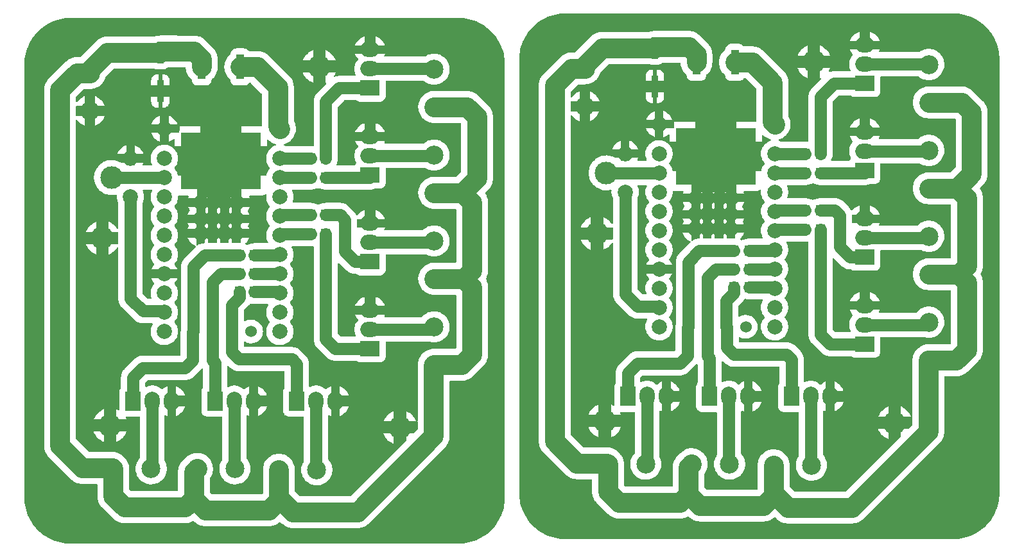
<source format=gbl>
G04 Layer: BottomLayer*
G04 EasyEDA v6.5.22, 2022-12-30 10:19:24*
G04 cc661ac33e424cae800a4ac99e05d963,5dd06754fdd742daa6fe38bf62b7df6b,10*
G04 Gerber Generator version 0.2*
G04 Scale: 100 percent, Rotated: No, Reflected: No *
G04 Dimensions in millimeters *
G04 leading zeros omitted , absolute positions ,4 integer and 5 decimal *
%FSLAX45Y45*%
%MOMM*%

%AMMACRO1*21,1,$1,$2,0,0,$3*%
%ADD10C,2.6000*%
%ADD11C,1.6000*%
%ADD12MACRO1,2.8X0.8X90.0000*%
%ADD13MACRO1,0.98X3.2941X0.0000*%
%ADD14MACRO1,10.5664X7.5321X0.0000*%
%ADD15MACRO1,1.377X1.1325X-90.0000*%
%ADD16MACRO1,1.377X1.1325X90.0000*%
%ADD17C,2.5000*%
%ADD18C,2.0000*%
%ADD19C,1.5240*%
%ADD20C,3.0000*%
%ADD21MACRO1,2.0015X2.4994X0.0000*%
%ADD22O,1.9999959999999999X2.4999949999999997*%
%ADD23MACRO1,2.0015X2.4994X90.0000*%
%ADD24O,2.4999949999999997X1.9999959999999999*%
%ADD25O,0.0181X1.9999959999999999*%

%LPD*%
G36*
X7239508Y42418D02*
G01*
X7204354Y43434D01*
X7170115Y46329D01*
X7136079Y51155D01*
X7102348Y57861D01*
X7069074Y66497D01*
X7036308Y76911D01*
X7004202Y89204D01*
X6972808Y103276D01*
X6942277Y119075D01*
X6912711Y136550D01*
X6884111Y155651D01*
X6856679Y176326D01*
X6830415Y198526D01*
X6805422Y222148D01*
X6781850Y247142D01*
X6759651Y273405D01*
X6738975Y300888D01*
X6719925Y329488D01*
X6702450Y359105D01*
X6686702Y389636D01*
X6672681Y421030D01*
X6660438Y453186D01*
X6650024Y485901D01*
X6641439Y519226D01*
X6634734Y552958D01*
X6629958Y586994D01*
X6627063Y621233D01*
X6626098Y655777D01*
X6626098Y6374892D01*
X6627114Y6410045D01*
X6630009Y6444284D01*
X6634835Y6478320D01*
X6641541Y6512052D01*
X6650177Y6545326D01*
X6660591Y6578092D01*
X6672884Y6610197D01*
X6686956Y6641592D01*
X6702755Y6672122D01*
X6720230Y6701688D01*
X6739331Y6730288D01*
X6760006Y6757720D01*
X6782206Y6783984D01*
X6805828Y6808978D01*
X6830822Y6832549D01*
X6857085Y6854748D01*
X6884568Y6875424D01*
X6913168Y6894474D01*
X6942785Y6911949D01*
X6973316Y6927697D01*
X7004710Y6941718D01*
X7036866Y6953961D01*
X7069581Y6964375D01*
X7102906Y6972960D01*
X7136638Y6979666D01*
X7170674Y6984441D01*
X7204913Y6987336D01*
X7239508Y6988302D01*
X12348972Y6988302D01*
X12384125Y6987286D01*
X12418415Y6984390D01*
X12452451Y6979564D01*
X12486132Y6972858D01*
X12519406Y6964222D01*
X12552172Y6953808D01*
X12584277Y6941515D01*
X12615672Y6927443D01*
X12646202Y6911644D01*
X12675819Y6894169D01*
X12704368Y6875068D01*
X12731851Y6854393D01*
X12758064Y6832193D01*
X12783058Y6808571D01*
X12806680Y6783578D01*
X12828828Y6757314D01*
X12849504Y6729831D01*
X12868554Y6701231D01*
X12886029Y6671614D01*
X12901777Y6641084D01*
X12915798Y6609689D01*
X12928041Y6577533D01*
X12938506Y6544767D01*
X12947040Y6511493D01*
X12953746Y6477762D01*
X12958521Y6443726D01*
X12961416Y6409486D01*
X12962382Y6374892D01*
X12962382Y655777D01*
X12961366Y620674D01*
X12958470Y586384D01*
X12953644Y552348D01*
X12946938Y518668D01*
X12938353Y485393D01*
X12927888Y452628D01*
X12915595Y420522D01*
X12901523Y389128D01*
X12885775Y358597D01*
X12868249Y328980D01*
X12849148Y300431D01*
X12828473Y272948D01*
X12806273Y246735D01*
X12782651Y221742D01*
X12757658Y198120D01*
X12731394Y175971D01*
X12703911Y155295D01*
X12675311Y136245D01*
X12645694Y118770D01*
X12615164Y103022D01*
X12583769Y89001D01*
X12551613Y76758D01*
X12518898Y66294D01*
X12485573Y57759D01*
X12451842Y51054D01*
X12417806Y46278D01*
X12383566Y43383D01*
X12349022Y42418D01*
G37*

%LPC*%
G36*
X9013799Y4390847D02*
G01*
X9051391Y4390847D01*
X9051391Y4494072D01*
X9013799Y4494072D01*
G37*
G36*
X10988649Y6626047D02*
G01*
X11116056Y6626047D01*
X11116056Y6744563D01*
X11105845Y6741922D01*
X11088725Y6735572D01*
X11072317Y6727545D01*
X11056772Y6717842D01*
X11042345Y6706666D01*
X11029086Y6694068D01*
X11017148Y6680200D01*
X11006734Y6665214D01*
X10997844Y6649212D01*
X10990630Y6632397D01*
G37*
G36*
X10168940Y250494D02*
G01*
X11024616Y250545D01*
X11040008Y251460D01*
X11044631Y251967D01*
X11059820Y254355D01*
X11064392Y255270D01*
X11079276Y259079D01*
X11083747Y260451D01*
X11098225Y265633D01*
X11102492Y267411D01*
X11116411Y273964D01*
X11120526Y276148D01*
X11133785Y284022D01*
X11137646Y286562D01*
X11150092Y295656D01*
X11153698Y298551D01*
X11165179Y308762D01*
X12175337Y1318920D01*
X12185548Y1330401D01*
X12188444Y1334058D01*
X12197537Y1346454D01*
X12200077Y1350365D01*
X12207951Y1363573D01*
X12210135Y1367688D01*
X12216688Y1381607D01*
X12218466Y1385925D01*
X12223699Y1400403D01*
X12225020Y1404823D01*
X12228830Y1419758D01*
X12229795Y1424279D01*
X12232132Y1439519D01*
X12232640Y1444142D01*
X12233554Y1459484D01*
X12233605Y2183434D01*
X12234367Y2187346D01*
X12236602Y2190597D01*
X12239904Y2192832D01*
X12243765Y2193594D01*
X12396216Y2193645D01*
X12411608Y2194560D01*
X12416231Y2195068D01*
X12431420Y2197455D01*
X12435992Y2198370D01*
X12450876Y2202180D01*
X12455347Y2203551D01*
X12469825Y2208733D01*
X12474092Y2210511D01*
X12488011Y2217064D01*
X12492126Y2219248D01*
X12505385Y2227122D01*
X12509246Y2229662D01*
X12521692Y2238756D01*
X12525298Y2241651D01*
X12536779Y2251862D01*
X12683337Y2398420D01*
X12693548Y2409901D01*
X12696444Y2413558D01*
X12705537Y2425954D01*
X12708077Y2429865D01*
X12715951Y2443073D01*
X12718135Y2447188D01*
X12724688Y2461107D01*
X12726466Y2465425D01*
X12731699Y2479903D01*
X12733020Y2484323D01*
X12736830Y2499258D01*
X12737795Y2503779D01*
X12740132Y2519019D01*
X12740640Y2523642D01*
X12741554Y2538984D01*
X12741554Y3437636D01*
X12740640Y3453028D01*
X12740132Y3457651D01*
X12737795Y3472840D01*
X12736830Y3477412D01*
X12733020Y3492296D01*
X12731648Y3496767D01*
X12726466Y3511245D01*
X12724688Y3515512D01*
X12718186Y3529329D01*
X12713462Y3537610D01*
X12712293Y3541014D01*
X12712344Y3544570D01*
X12713614Y3547922D01*
X12718135Y3555847D01*
X12724688Y3569766D01*
X12726466Y3574084D01*
X12731648Y3588562D01*
X12733020Y3592982D01*
X12736830Y3607917D01*
X12737795Y3612438D01*
X12740132Y3627628D01*
X12740640Y3632301D01*
X12741554Y3647643D01*
X12741554Y4555236D01*
X12740640Y4570628D01*
X12740132Y4575251D01*
X12737795Y4590440D01*
X12736830Y4595012D01*
X12733020Y4609896D01*
X12731648Y4614367D01*
X12726466Y4628845D01*
X12724688Y4633112D01*
X12718135Y4647031D01*
X12715951Y4651146D01*
X12708128Y4664354D01*
X12705181Y4668774D01*
X12703759Y4671974D01*
X12703505Y4675428D01*
X12704470Y4678730D01*
X12706451Y4681575D01*
X12746837Y4722063D01*
X12757048Y4733544D01*
X12759944Y4737201D01*
X12769037Y4749596D01*
X12771577Y4753508D01*
X12779451Y4766716D01*
X12781635Y4770831D01*
X12788188Y4784750D01*
X12789966Y4789068D01*
X12795148Y4803546D01*
X12796520Y4807966D01*
X12800330Y4822901D01*
X12801295Y4827422D01*
X12803632Y4842662D01*
X12804140Y4847285D01*
X12805054Y4862626D01*
X12805054Y5685536D01*
X12804140Y5700928D01*
X12803632Y5705551D01*
X12801295Y5720740D01*
X12800330Y5725312D01*
X12796520Y5740196D01*
X12795148Y5744667D01*
X12789966Y5759145D01*
X12788188Y5763412D01*
X12781635Y5777331D01*
X12779451Y5781446D01*
X12771577Y5794705D01*
X12769037Y5798566D01*
X12759944Y5811012D01*
X12757048Y5814618D01*
X12746837Y5826099D01*
X12609017Y5963920D01*
X12597485Y5974130D01*
X12593878Y5977077D01*
X12581432Y5986119D01*
X12577572Y5988710D01*
X12564313Y5996533D01*
X12560249Y5998718D01*
X12546330Y6005271D01*
X12542012Y6007049D01*
X12527534Y6012281D01*
X12523114Y6013653D01*
X12508179Y6017463D01*
X12503607Y6018377D01*
X12488418Y6020765D01*
X12483795Y6021222D01*
X12468453Y6022187D01*
X12029694Y6022238D01*
X12009475Y6021273D01*
X11989612Y6018428D01*
X11970156Y6013704D01*
X11951208Y6007150D01*
X11933021Y5998819D01*
X11915648Y5988812D01*
X11899341Y5977178D01*
X11884202Y5964072D01*
X11870385Y5949543D01*
X11857990Y5933795D01*
X11847169Y5916980D01*
X11837974Y5899150D01*
X11830558Y5880557D01*
X11824868Y5861354D01*
X11821109Y5841644D01*
X11819178Y5821730D01*
X11819178Y5801664D01*
X11821109Y5781751D01*
X11824868Y5762091D01*
X11830558Y5742838D01*
X11837974Y5724245D01*
X11847169Y5706465D01*
X11857990Y5689600D01*
X11870385Y5673852D01*
X11884202Y5659374D01*
X11899341Y5646216D01*
X11915648Y5634634D01*
X11933021Y5624576D01*
X11951208Y5616295D01*
X11970156Y5609742D01*
X11989612Y5605018D01*
X12009475Y5602173D01*
X12029694Y5601208D01*
X12372187Y5601208D01*
X12376099Y5600395D01*
X12379401Y5598210D01*
X12381128Y5596483D01*
X12383312Y5593181D01*
X12384074Y5589320D01*
X12384074Y4958842D01*
X12383312Y4954981D01*
X12381128Y4951679D01*
X12320117Y4890668D01*
X12316815Y4888484D01*
X12312904Y4887722D01*
X12029694Y4887722D01*
X12009475Y4886756D01*
X11989612Y4883912D01*
X11970156Y4879187D01*
X11951208Y4872634D01*
X11933021Y4864303D01*
X11915648Y4854295D01*
X11899341Y4842662D01*
X11884202Y4829556D01*
X11870385Y4815027D01*
X11857990Y4799279D01*
X11847169Y4782464D01*
X11837974Y4764633D01*
X11830558Y4746040D01*
X11824868Y4726838D01*
X11821109Y4707128D01*
X11819178Y4687214D01*
X11819178Y4667148D01*
X11821109Y4647234D01*
X11824868Y4627575D01*
X11830558Y4608322D01*
X11837974Y4589729D01*
X11847169Y4571949D01*
X11857990Y4555083D01*
X11870385Y4539335D01*
X11884202Y4524857D01*
X11899341Y4511700D01*
X11915648Y4500118D01*
X11933021Y4490059D01*
X11951208Y4481779D01*
X11970156Y4475226D01*
X11989612Y4470501D01*
X12009475Y4467656D01*
X12029694Y4466691D01*
X12310414Y4466691D01*
X12314326Y4465878D01*
X12317628Y4463694D01*
X12319812Y4460392D01*
X12320574Y4456531D01*
X12320574Y3763314D01*
X12319812Y3759454D01*
X12317628Y3756151D01*
X12314326Y3753916D01*
X12310414Y3753154D01*
X12029694Y3753154D01*
X12009475Y3752189D01*
X11989612Y3749344D01*
X11970156Y3744620D01*
X11951208Y3738067D01*
X11933021Y3729736D01*
X11915648Y3719728D01*
X11899341Y3708095D01*
X11884202Y3694988D01*
X11870385Y3680510D01*
X11857990Y3664762D01*
X11847169Y3647897D01*
X11837974Y3630117D01*
X11830558Y3611473D01*
X11824868Y3592271D01*
X11821109Y3572611D01*
X11819178Y3552647D01*
X11819178Y3532632D01*
X11821109Y3512667D01*
X11824868Y3493008D01*
X11830558Y3473805D01*
X11837974Y3455212D01*
X11847169Y3437382D01*
X11857990Y3420516D01*
X11870385Y3404768D01*
X11884202Y3390290D01*
X11899341Y3377184D01*
X11915648Y3365550D01*
X11933021Y3355543D01*
X11951208Y3347212D01*
X11970156Y3340658D01*
X11989612Y3335934D01*
X12009475Y3333089D01*
X12029694Y3332124D01*
X12310414Y3332124D01*
X12314326Y3331362D01*
X12317628Y3329127D01*
X12319812Y3325876D01*
X12320574Y3321964D01*
X12320574Y2635199D01*
X12319812Y2631338D01*
X12317628Y2628036D01*
X12307163Y2617622D01*
X12303861Y2615387D01*
X12300000Y2614625D01*
X12070334Y2614625D01*
X12064441Y2615692D01*
X12054636Y2617114D01*
X12044578Y2618079D01*
X12034672Y2618536D01*
X12024512Y2618536D01*
X12014657Y2618079D01*
X12004548Y2617114D01*
X11994743Y2615742D01*
X11984786Y2613812D01*
X11975185Y2611475D01*
X11965432Y2608630D01*
X11956084Y2605430D01*
X11946686Y2601671D01*
X11937644Y2597556D01*
X11928652Y2592882D01*
X11920067Y2587955D01*
X11911533Y2582468D01*
X11903456Y2576728D01*
X11895480Y2570480D01*
X11888012Y2563977D01*
X11880494Y2556865D01*
X11870842Y2547112D01*
X11860682Y2535682D01*
X11857736Y2532024D01*
X11848693Y2519680D01*
X11846102Y2515717D01*
X11838279Y2502560D01*
X11836095Y2498344D01*
X11829542Y2484526D01*
X11827713Y2480157D01*
X11822531Y2465730D01*
X11821160Y2461209D01*
X11817400Y2446375D01*
X11816435Y2441752D01*
X11814048Y2426665D01*
X11813540Y2421940D01*
X11812625Y2406650D01*
X11812574Y1666798D01*
X11811812Y1662938D01*
X11809628Y1659686D01*
X11807647Y1658315D01*
X11809628Y1656994D01*
X11811812Y1653692D01*
X11812574Y1649831D01*
X11812574Y1555699D01*
X11811812Y1551838D01*
X11809628Y1548536D01*
X11761317Y1500276D01*
X11758015Y1498041D01*
X11754154Y1497279D01*
X11659971Y1497279D01*
X11659971Y1403096D01*
X11659158Y1399184D01*
X11656974Y1395882D01*
X10935563Y674522D01*
X10932261Y672287D01*
X10928400Y671525D01*
X10260330Y671525D01*
X10256418Y672287D01*
X10253116Y674522D01*
X10195864Y731723D01*
X10193680Y735025D01*
X10192918Y738936D01*
X10192918Y1019556D01*
X10191953Y1039825D01*
X10189108Y1059637D01*
X10184384Y1079144D01*
X10177830Y1098042D01*
X10169499Y1116279D01*
X10159492Y1133602D01*
X10147858Y1149959D01*
X10134752Y1165098D01*
X10120223Y1178915D01*
X10104475Y1191310D01*
X10087660Y1202131D01*
X10069830Y1211275D01*
X10051237Y1218742D01*
X10032034Y1224381D01*
X10012375Y1228191D01*
X9992410Y1230071D01*
X9972395Y1230071D01*
X9952431Y1228191D01*
X9932771Y1224381D01*
X9913518Y1218742D01*
X9894925Y1211275D01*
X9877145Y1202131D01*
X9860280Y1191310D01*
X9844532Y1178915D01*
X9830054Y1165098D01*
X9816947Y1149959D01*
X9805314Y1133602D01*
X9795306Y1116279D01*
X9786975Y1098042D01*
X9780422Y1079144D01*
X9775698Y1059637D01*
X9772853Y1039825D01*
X9771888Y1019556D01*
X9771888Y708812D01*
X9771126Y704951D01*
X9768890Y701649D01*
X9767163Y699922D01*
X9763861Y697687D01*
X9760000Y696925D01*
X9104630Y696925D01*
X9100718Y697687D01*
X9097416Y699922D01*
X9074302Y723036D01*
X9072067Y726338D01*
X9071305Y730199D01*
X9071305Y903274D01*
X9071813Y906475D01*
X9073337Y909319D01*
X9077248Y914501D01*
X9087662Y931621D01*
X9096400Y949655D01*
X9103410Y968400D01*
X9108592Y987755D01*
X9111894Y1007516D01*
X9113316Y1027480D01*
X9112859Y1047546D01*
X9110472Y1067409D01*
X9106204Y1087018D01*
X9100108Y1106068D01*
X9092234Y1124508D01*
X9082633Y1142085D01*
X9071406Y1158646D01*
X9058656Y1174089D01*
X9044482Y1188262D01*
X9029039Y1201013D01*
X9012478Y1212240D01*
X8994851Y1221841D01*
X8976461Y1229766D01*
X8957360Y1235862D01*
X8937802Y1240129D01*
X8917889Y1242466D01*
X8897874Y1242974D01*
X8877909Y1241552D01*
X8858148Y1238199D01*
X8838793Y1233017D01*
X8820048Y1226007D01*
X8802014Y1217269D01*
X8784894Y1206855D01*
X8768842Y1194816D01*
X8753856Y1181201D01*
X8708593Y1135837D01*
X8698331Y1124305D01*
X8695436Y1120698D01*
X8686342Y1108252D01*
X8683802Y1104392D01*
X8675928Y1091133D01*
X8673795Y1087069D01*
X8667191Y1073099D01*
X8665413Y1068832D01*
X8660231Y1054354D01*
X8658860Y1049883D01*
X8655050Y1034999D01*
X8654135Y1030427D01*
X8651748Y1015237D01*
X8651240Y1010615D01*
X8650325Y995273D01*
X8650274Y745185D01*
X8649512Y741324D01*
X8647328Y738022D01*
X8644026Y735787D01*
X8640114Y735025D01*
X8037830Y735025D01*
X8033918Y735787D01*
X8030616Y738022D01*
X8011464Y757123D01*
X8009280Y760425D01*
X8008518Y764336D01*
X8008467Y1037336D01*
X8007553Y1052728D01*
X8007045Y1057351D01*
X8004657Y1072540D01*
X8003743Y1077061D01*
X7999933Y1091996D01*
X7998561Y1096416D01*
X7993380Y1110945D01*
X7991602Y1115212D01*
X7982864Y1133246D01*
X7974990Y1146505D01*
X7972450Y1150366D01*
X7967725Y1156614D01*
X7963357Y1162812D01*
X7960461Y1166418D01*
X7950200Y1177899D01*
X7930642Y1197457D01*
X7919161Y1207668D01*
X7915554Y1210564D01*
X7903159Y1219657D01*
X7899247Y1222197D01*
X7886039Y1230071D01*
X7881924Y1232255D01*
X7868005Y1238808D01*
X7863687Y1240586D01*
X7849209Y1245768D01*
X7844790Y1247140D01*
X7829854Y1250950D01*
X7825333Y1251915D01*
X7810093Y1254252D01*
X7805470Y1254760D01*
X7790129Y1255674D01*
X7479030Y1255725D01*
X7475118Y1256487D01*
X7471816Y1258722D01*
X7309002Y1421536D01*
X7306767Y1424838D01*
X7306005Y1428699D01*
X7306005Y5635396D01*
X7306919Y5639562D01*
X7309459Y5642965D01*
X7313168Y5645099D01*
X7317384Y5645454D01*
X7321448Y5644083D01*
X7324547Y5641136D01*
X7328001Y5636107D01*
X7340803Y5620969D01*
X7355027Y5607100D01*
X7370521Y5594654D01*
X7387132Y5583783D01*
X7404709Y5574538D01*
X7422438Y5567324D01*
X7422438Y5692038D01*
X7316165Y5692038D01*
X7312304Y5692851D01*
X7309002Y5695035D01*
X7306767Y5698337D01*
X7306005Y5702198D01*
X7306005Y5819597D01*
X7306767Y5823458D01*
X7309002Y5826760D01*
X7312304Y5828995D01*
X7316165Y5829757D01*
X7422438Y5829757D01*
X7422438Y5954268D01*
X7413802Y5951220D01*
X7395819Y5942888D01*
X7378700Y5932779D01*
X7362596Y5921146D01*
X7347762Y5907938D01*
X7334250Y5893409D01*
X7324242Y5880354D01*
X7321092Y5877610D01*
X7317079Y5876391D01*
X7312914Y5876899D01*
X7309307Y5879033D01*
X7306868Y5882436D01*
X7306005Y5886551D01*
X7306005Y5944920D01*
X7306767Y5948781D01*
X7309002Y5952083D01*
X7404303Y6047384D01*
X7407605Y6049619D01*
X7411516Y6050381D01*
X7491069Y6050381D01*
X7501331Y6050635D01*
X7511338Y6051346D01*
X7521244Y6052566D01*
X7531150Y6054191D01*
X7540955Y6056325D01*
X7550607Y6058916D01*
X7560157Y6061964D01*
X7569555Y6065469D01*
X7578750Y6069431D01*
X7587792Y6073800D01*
X7596581Y6078626D01*
X7605115Y6083808D01*
X7613396Y6089446D01*
X7621422Y6095441D01*
X7629144Y6101842D01*
X7636560Y6108547D01*
X7643672Y6115659D01*
X7650378Y6123025D01*
X7656779Y6130798D01*
X7662773Y6138773D01*
X7668412Y6147104D01*
X7673594Y6155639D01*
X7678420Y6164478D01*
X7682788Y6173470D01*
X7686751Y6182664D01*
X7690256Y6192062D01*
X7693304Y6201613D01*
X7694472Y6206388D01*
X7695488Y6208928D01*
X7697114Y6211112D01*
X7804150Y6318097D01*
X7807401Y6320332D01*
X7811312Y6321094D01*
X8337448Y6321094D01*
X8339937Y6320790D01*
X8344966Y6318402D01*
X8355736Y6314389D01*
X8366963Y6311950D01*
X8378748Y6311087D01*
X8458047Y6311087D01*
X8469833Y6311950D01*
X8481060Y6314389D01*
X8491829Y6318402D01*
X8501938Y6323888D01*
X8511133Y6330797D01*
X8514435Y6333032D01*
X8518347Y6333794D01*
X8744610Y6333794D01*
X8748420Y6333083D01*
X8751620Y6331000D01*
X8753856Y6327851D01*
X8754770Y6324142D01*
X8754922Y6320586D01*
X8757818Y6300774D01*
X8762492Y6281318D01*
X8769045Y6262370D01*
X8777376Y6244132D01*
X8787384Y6226810D01*
X8799017Y6210503D01*
X8812123Y6195364D01*
X8826652Y6181547D01*
X8831529Y6177686D01*
X8834221Y6174435D01*
X8835390Y6170422D01*
X8835847Y6164427D01*
X8838285Y6153251D01*
X8842298Y6142482D01*
X8847785Y6132372D01*
X8854694Y6123178D01*
X8862771Y6115050D01*
X8871966Y6108192D01*
X8882075Y6102705D01*
X8892844Y6098692D01*
X8904020Y6096254D01*
X8915857Y6095390D01*
X9013139Y6095390D01*
X9024975Y6096254D01*
X9036202Y6098692D01*
X9046921Y6102705D01*
X9057030Y6108192D01*
X9066225Y6115050D01*
X9074353Y6123178D01*
X9081211Y6132372D01*
X9086697Y6142482D01*
X9090710Y6153251D01*
X9093149Y6164427D01*
X9093606Y6170422D01*
X9094774Y6174435D01*
X9097467Y6177686D01*
X9102344Y6181547D01*
X9116822Y6195364D01*
X9129979Y6210503D01*
X9141561Y6226810D01*
X9151620Y6244132D01*
X9159900Y6262370D01*
X9166453Y6281318D01*
X9171178Y6300774D01*
X9174073Y6320586D01*
X9175038Y6340856D01*
X9174937Y6447536D01*
X9174022Y6462928D01*
X9173565Y6467551D01*
X9171178Y6482740D01*
X9170263Y6487261D01*
X9166453Y6502196D01*
X9165082Y6506616D01*
X9159849Y6521145D01*
X9158071Y6525412D01*
X9151518Y6539331D01*
X9149334Y6543446D01*
X9141510Y6556705D01*
X9138920Y6560566D01*
X9129877Y6573012D01*
X9126931Y6576618D01*
X9116720Y6588099D01*
X9008313Y6696557D01*
X8996781Y6706768D01*
X8993174Y6709664D01*
X8980728Y6718757D01*
X8976868Y6721297D01*
X8963609Y6729171D01*
X8959545Y6731355D01*
X8945575Y6737908D01*
X8941308Y6739686D01*
X8926830Y6744868D01*
X8922359Y6746240D01*
X8907475Y6750050D01*
X8902903Y6751015D01*
X8887714Y6753352D01*
X8883091Y6753859D01*
X8867698Y6754774D01*
X8418626Y6754825D01*
X8398408Y6753859D01*
X8385606Y6752132D01*
X8378748Y6752132D01*
X8366963Y6751269D01*
X8355736Y6748830D01*
X8344966Y6744817D01*
X8339937Y6742430D01*
X8337448Y6742125D01*
X7715097Y6742074D01*
X7699705Y6741159D01*
X7695082Y6740652D01*
X7679893Y6738315D01*
X7675321Y6737350D01*
X7660436Y6733540D01*
X7655966Y6732168D01*
X7641488Y6726986D01*
X7637221Y6725208D01*
X7623302Y6718655D01*
X7619187Y6716471D01*
X7605928Y6708597D01*
X7602067Y6706057D01*
X7589621Y6696964D01*
X7586014Y6694068D01*
X7574483Y6683857D01*
X7364984Y6474409D01*
X7361681Y6472174D01*
X7357770Y6471412D01*
X7315250Y6471361D01*
X7299909Y6470446D01*
X7295286Y6469938D01*
X7280046Y6467602D01*
X7275525Y6466636D01*
X7260590Y6462826D01*
X7256170Y6461455D01*
X7241692Y6456273D01*
X7237374Y6454495D01*
X7223455Y6447942D01*
X7219340Y6445758D01*
X7206132Y6437884D01*
X7202220Y6435344D01*
X7189825Y6426250D01*
X7186218Y6423355D01*
X7174687Y6413144D01*
X6943293Y6181699D01*
X6933031Y6170218D01*
X6930136Y6166612D01*
X6921042Y6154166D01*
X6918502Y6150305D01*
X6910628Y6137046D01*
X6901891Y6119012D01*
X6900113Y6114745D01*
X6894931Y6100216D01*
X6893559Y6095796D01*
X6889750Y6080861D01*
X6888835Y6076340D01*
X6886448Y6061151D01*
X6885940Y6056528D01*
X6885025Y6041136D01*
X6885025Y1332484D01*
X6885940Y1317142D01*
X6886448Y1312519D01*
X6888835Y1297279D01*
X6889750Y1292758D01*
X6893559Y1277823D01*
X6894931Y1273403D01*
X6900113Y1258925D01*
X6901891Y1254607D01*
X6910628Y1236573D01*
X6918502Y1223365D01*
X6921042Y1219454D01*
X6930136Y1207058D01*
X6933031Y1203401D01*
X6943293Y1191920D01*
X7242200Y892962D01*
X7253731Y882751D01*
X7257338Y879856D01*
X7269734Y870762D01*
X7273645Y868222D01*
X7286853Y860348D01*
X7290968Y858164D01*
X7304887Y851611D01*
X7309205Y849833D01*
X7323683Y844651D01*
X7328103Y843280D01*
X7343038Y839469D01*
X7347559Y838555D01*
X7362799Y836168D01*
X7367422Y835660D01*
X7382764Y834745D01*
X7577328Y834694D01*
X7581188Y833932D01*
X7584490Y831697D01*
X7586725Y828446D01*
X7587488Y824534D01*
X7587538Y668070D01*
X7588453Y652729D01*
X7588961Y648106D01*
X7591298Y632917D01*
X7592263Y628345D01*
X7596073Y613460D01*
X7597394Y608990D01*
X7602626Y594512D01*
X7604404Y590194D01*
X7610957Y576275D01*
X7613142Y572211D01*
X7621016Y558952D01*
X7623556Y555091D01*
X7632649Y542645D01*
X7635544Y539038D01*
X7645755Y527507D01*
X7801000Y372262D01*
X7812531Y362051D01*
X7816138Y359156D01*
X7828534Y350062D01*
X7832445Y347522D01*
X7845653Y339648D01*
X7849768Y337464D01*
X7863687Y330911D01*
X7868005Y329133D01*
X7882483Y323951D01*
X7886903Y322580D01*
X7901838Y318770D01*
X7906359Y317855D01*
X7921599Y315468D01*
X7926222Y314960D01*
X7941564Y314045D01*
X8751316Y314045D01*
X8766708Y314960D01*
X8771331Y315468D01*
X8786520Y317855D01*
X8791092Y318770D01*
X8805976Y322580D01*
X8810447Y323951D01*
X8824925Y329133D01*
X8829192Y330911D01*
X8843010Y337413D01*
X8850071Y341376D01*
X8854186Y342646D01*
X8858504Y342036D01*
X8862161Y339750D01*
X8867800Y334162D01*
X8879332Y323951D01*
X8882938Y321056D01*
X8895334Y311962D01*
X8899245Y309422D01*
X8912453Y301548D01*
X8916568Y299364D01*
X8930487Y292811D01*
X8934805Y291033D01*
X8949283Y285851D01*
X8953703Y284480D01*
X8968638Y280670D01*
X8973159Y279755D01*
X8988399Y277368D01*
X8993022Y276860D01*
X9008364Y275945D01*
X9856216Y275945D01*
X9871608Y276860D01*
X9876231Y277368D01*
X9891420Y279755D01*
X9895992Y280670D01*
X9910876Y284480D01*
X9915347Y285851D01*
X9929825Y291033D01*
X9934092Y292811D01*
X9948011Y299364D01*
X9952126Y301548D01*
X9965385Y309422D01*
X9969246Y311962D01*
X9981692Y321056D01*
X9985298Y323951D01*
X9990124Y328371D01*
X9993426Y330352D01*
X9997236Y331012D01*
X10000996Y330200D01*
X10004145Y328015D01*
X10023500Y308762D01*
X10035032Y298551D01*
X10038638Y295656D01*
X10051034Y286562D01*
X10054945Y284022D01*
X10068153Y276148D01*
X10072268Y273964D01*
X10086187Y267411D01*
X10090505Y265633D01*
X10104983Y260451D01*
X10109403Y259079D01*
X10124338Y255270D01*
X10128859Y254355D01*
X10144099Y251967D01*
X10148722Y251460D01*
X10164064Y250545D01*
G37*
G36*
X10595254Y6428841D02*
G01*
X10729518Y6428841D01*
X10720933Y6448856D01*
X10710875Y6467246D01*
X10699140Y6484670D01*
X10685881Y6500926D01*
X10671251Y6515912D01*
X10655249Y6529527D01*
X10638129Y6541668D01*
X10619943Y6552133D01*
X10600893Y6560921D01*
X10595254Y6562953D01*
G37*
G36*
X10298480Y6428841D02*
G01*
X10432542Y6428841D01*
X10432542Y6562953D01*
X10417302Y6556756D01*
X10398658Y6547104D01*
X10380980Y6535775D01*
X10364419Y6522923D01*
X10349077Y6508597D01*
X10335107Y6492951D01*
X10322610Y6476085D01*
X10311688Y6458153D01*
X10302494Y6439306D01*
G37*
G36*
X10432542Y6131966D02*
G01*
X10432542Y6266129D01*
X10298480Y6266129D01*
X10302494Y6255664D01*
X10311688Y6236817D01*
X10322610Y6218885D01*
X10335107Y6202019D01*
X10349077Y6186322D01*
X10364419Y6172047D01*
X10380980Y6159144D01*
X10398658Y6147866D01*
X10417302Y6138214D01*
G37*
G36*
X8297875Y6099962D02*
G01*
X8392058Y6099962D01*
X8392058Y6244132D01*
X8378748Y6244132D01*
X8366963Y6243269D01*
X8355736Y6240830D01*
X8344966Y6236817D01*
X8334908Y6231331D01*
X8325713Y6224422D01*
X8317585Y6216345D01*
X8310676Y6207150D01*
X8305190Y6197041D01*
X8301177Y6186271D01*
X8298738Y6175044D01*
X8297875Y6163259D01*
G37*
G36*
X8444738Y6099962D02*
G01*
X8538921Y6099962D01*
X8538921Y6163259D01*
X8538057Y6175044D01*
X8535619Y6186271D01*
X8531606Y6197041D01*
X8526119Y6207150D01*
X8519210Y6216345D01*
X8511133Y6224422D01*
X8501938Y6231331D01*
X8491829Y6236817D01*
X8481060Y6240830D01*
X8469833Y6243269D01*
X8458047Y6244132D01*
X8444738Y6244132D01*
G37*
G36*
X7560157Y5829757D02*
G01*
X7684719Y5829757D01*
X7679690Y5842965D01*
X7670901Y5860796D01*
X7660436Y5877661D01*
X7648397Y5893409D01*
X7634833Y5907938D01*
X7620000Y5921146D01*
X7603896Y5932779D01*
X7586827Y5942888D01*
X7568793Y5951220D01*
X7560157Y5954268D01*
G37*
G36*
X8444738Y5803087D02*
G01*
X8458047Y5803087D01*
X8469833Y5803950D01*
X8481060Y5806389D01*
X8491829Y5810402D01*
X8501938Y5815888D01*
X8511133Y5822797D01*
X8519210Y5830925D01*
X8526119Y5840120D01*
X8531606Y5850178D01*
X8535619Y5860948D01*
X8538057Y5872175D01*
X8538921Y5883960D01*
X8538921Y5947257D01*
X8444738Y5947257D01*
G37*
G36*
X8378748Y5803087D02*
G01*
X8392058Y5803087D01*
X8392058Y5947257D01*
X8297875Y5947257D01*
X8297875Y5883960D01*
X8298738Y5872175D01*
X8301177Y5860948D01*
X8305190Y5850178D01*
X8310676Y5840120D01*
X8317585Y5830925D01*
X8325713Y5822797D01*
X8334908Y5815888D01*
X8344966Y5810402D01*
X8355736Y5806389D01*
X8366963Y5803950D01*
G37*
G36*
X8528456Y5581751D02*
G01*
X8643518Y5581751D01*
X8637524Y5597702D01*
X8629192Y5614314D01*
X8619236Y5630011D01*
X8607704Y5644591D01*
X8594699Y5657900D01*
X8580424Y5669788D01*
X8565032Y5680151D01*
X8548624Y5688888D01*
X8531402Y5695899D01*
X8528456Y5696762D01*
G37*
G36*
X8300872Y5581751D02*
G01*
X8415731Y5581751D01*
X8415731Y5696661D01*
X8404098Y5692597D01*
X8387283Y5684723D01*
X8371331Y5675172D01*
X8356447Y5663996D01*
X8342833Y5651398D01*
X8330539Y5637428D01*
X8319820Y5622290D01*
X8310625Y5606135D01*
X8303209Y5589066D01*
G37*
G36*
X7560157Y5567324D02*
G01*
X7577886Y5574538D01*
X7595463Y5583783D01*
X7612075Y5594654D01*
X7627569Y5607100D01*
X7641793Y5620969D01*
X7654594Y5636107D01*
X7665872Y5652465D01*
X7675524Y5669838D01*
X7683449Y5688025D01*
X7684770Y5692038D01*
X7560157Y5692038D01*
G37*
G36*
X11253774Y5478830D02*
G01*
X11381181Y5478830D01*
X11379149Y5485180D01*
X11371935Y5501995D01*
X11363096Y5517946D01*
X11352631Y5532983D01*
X11340744Y5546852D01*
X11327485Y5559450D01*
X11313007Y5570626D01*
X11297513Y5580329D01*
X11281105Y5588355D01*
X11263934Y5594705D01*
X11253774Y5597347D01*
G37*
G36*
X9704527Y1996693D02*
G01*
X9823043Y1996693D01*
X9820402Y2006904D01*
X9814052Y2024024D01*
X9806025Y2040483D01*
X9796373Y2055977D01*
X9785146Y2070455D01*
X9772548Y2083714D01*
X9758680Y2095601D01*
X9743694Y2106066D01*
X9727692Y2114905D01*
X9710877Y2122119D01*
X9704527Y2124100D01*
G37*
G36*
X10988649Y5478830D02*
G01*
X11116056Y5478830D01*
X11116056Y5597347D01*
X11105845Y5594705D01*
X11088725Y5588355D01*
X11072317Y5580329D01*
X11056772Y5570626D01*
X11042345Y5559450D01*
X11029086Y5546852D01*
X11017148Y5532983D01*
X11006734Y5517946D01*
X10997844Y5501995D01*
X10990630Y5485180D01*
G37*
G36*
X10487355Y814374D02*
G01*
X10507167Y815797D01*
X10526725Y819150D01*
X10545876Y824382D01*
X10564469Y831392D01*
X10582249Y840232D01*
X10599115Y850696D01*
X10614914Y862736D01*
X10629442Y876249D01*
X10642600Y891133D01*
X10654284Y907186D01*
X10664342Y924306D01*
X10672724Y942340D01*
X10679328Y961034D01*
X10684052Y980338D01*
X10686948Y999998D01*
X10687913Y1019810D01*
X10686948Y1039672D01*
X10684052Y1059281D01*
X10679328Y1078585D01*
X10672724Y1097330D01*
X10664342Y1115314D01*
X10654284Y1132433D01*
X10642600Y1148486D01*
X10636808Y1155090D01*
X10634878Y1158189D01*
X10634218Y1161796D01*
X10634218Y1731365D01*
X10635030Y1735277D01*
X10637266Y1738630D01*
X10640568Y1740814D01*
X10644479Y1741525D01*
X10648391Y1740712D01*
X10665002Y1733600D01*
X10671352Y1731619D01*
X10671352Y1859025D01*
X10661192Y1859025D01*
X10656976Y1859940D01*
X10653471Y1862531D01*
X10651439Y1866392D01*
X10651134Y1870710D01*
X10653268Y1884578D01*
X10654233Y1903120D01*
X10654233Y1952599D01*
X10653268Y1971141D01*
X10651134Y1985010D01*
X10651439Y1989328D01*
X10653471Y1993188D01*
X10656976Y1995779D01*
X10661192Y1996693D01*
X10671352Y1996693D01*
X10671352Y2124100D01*
X10665002Y2122119D01*
X10648188Y2114905D01*
X10632236Y2106066D01*
X10617200Y2095601D01*
X10607294Y2087118D01*
X10604246Y2085289D01*
X10600690Y2084679D01*
X10597184Y2085289D01*
X10594086Y2087118D01*
X10584180Y2095601D01*
X10569194Y2106066D01*
X10553192Y2114905D01*
X10536377Y2122119D01*
X10518952Y2127605D01*
X10501020Y2131263D01*
X10482834Y2133142D01*
X10464546Y2133142D01*
X10446359Y2131263D01*
X10428478Y2127605D01*
X10411002Y2122119D01*
X10394391Y2115007D01*
X10390479Y2114194D01*
X10386568Y2114905D01*
X10383215Y2117140D01*
X10381030Y2120442D01*
X10380218Y2124354D01*
X10380167Y2420975D01*
X10379252Y2434386D01*
X10378795Y2438298D01*
X10375544Y2455367D01*
X10371734Y2468270D01*
X10370464Y2471978D01*
X10365282Y2484424D01*
X10363606Y2487930D01*
X10357104Y2499766D01*
X10355072Y2503068D01*
X10347350Y2514142D01*
X10344912Y2517241D01*
X10336072Y2527350D01*
X10266730Y2596692D01*
X10256621Y2605532D01*
X10253522Y2607970D01*
X10242499Y2615692D01*
X10239146Y2617724D01*
X10227310Y2624226D01*
X10223804Y2625902D01*
X10211358Y2631033D01*
X10207650Y2632354D01*
X10194747Y2636113D01*
X10190886Y2637028D01*
X10177678Y2639364D01*
X10173766Y2639872D01*
X10160355Y2640787D01*
X9531756Y2640838D01*
X9527895Y2641600D01*
X9524593Y2643784D01*
X9522409Y2647086D01*
X9521596Y2650998D01*
X9521596Y2701848D01*
X9522460Y2705862D01*
X9524796Y2709214D01*
X9528302Y2711399D01*
X9532416Y2711958D01*
X9536379Y2710891D01*
X9552178Y2702915D01*
X9568332Y2696870D01*
X9585045Y2692603D01*
X9602165Y2690266D01*
X9619437Y2689758D01*
X9636607Y2691180D01*
X9653574Y2694482D01*
X9670034Y2699664D01*
X9685832Y2706573D01*
X9700818Y2715209D01*
X9714738Y2725470D01*
X9727438Y2737154D01*
X9738766Y2750159D01*
X9748621Y2764332D01*
X9756800Y2779522D01*
X9763302Y2795524D01*
X9768027Y2812135D01*
X9770872Y2829153D01*
X9771786Y2846425D01*
X9770872Y2863646D01*
X9768027Y2880664D01*
X9763302Y2897276D01*
X9756800Y2913278D01*
X9748621Y2928467D01*
X9738766Y2942640D01*
X9727438Y2955696D01*
X9714738Y2967380D01*
X9700818Y2977591D01*
X9685832Y2986227D01*
X9670034Y2993186D01*
X9653574Y2998317D01*
X9636607Y3001619D01*
X9619437Y3003042D01*
X9602165Y3002584D01*
X9585045Y3000197D01*
X9568332Y2995980D01*
X9552178Y2989935D01*
X9536734Y2982112D01*
X9534448Y2980588D01*
X9530384Y2979064D01*
X9526066Y2979369D01*
X9522256Y2981401D01*
X9519615Y2984855D01*
X9518700Y2989122D01*
X9518700Y3120796D01*
X9519462Y3124708D01*
X9521698Y3128010D01*
X9575952Y3182315D01*
X9584791Y3192424D01*
X9594799Y3206496D01*
X9598202Y3212185D01*
X9601200Y3215436D01*
X9605264Y3217062D01*
X9609683Y3216808D01*
X9625025Y3212541D01*
X9642195Y3209747D01*
X9659823Y3208782D01*
X9832898Y3208782D01*
X9837013Y3207918D01*
X9840417Y3205480D01*
X9842550Y3201822D01*
X9843008Y3197656D01*
X9841738Y3193643D01*
X9834626Y3181096D01*
X9827209Y3164078D01*
X9821570Y3146399D01*
X9817760Y3128213D01*
X9815830Y3109722D01*
X9815830Y3091129D01*
X9817760Y3072638D01*
X9821570Y3054451D01*
X9827209Y3036722D01*
X9834626Y3019704D01*
X9843820Y3003550D01*
X9854539Y2988411D01*
X9861854Y2980131D01*
X9863683Y2976981D01*
X9864344Y2973425D01*
X9863683Y2969818D01*
X9861854Y2966720D01*
X9854539Y2958439D01*
X9843820Y2943301D01*
X9834626Y2927096D01*
X9827209Y2910078D01*
X9821570Y2892399D01*
X9817760Y2874213D01*
X9815830Y2855722D01*
X9815830Y2837129D01*
X9817760Y2818638D01*
X9821570Y2800451D01*
X9827209Y2782722D01*
X9834626Y2765704D01*
X9843820Y2749550D01*
X9854539Y2734411D01*
X9866833Y2720441D01*
X9880447Y2707792D01*
X9895332Y2696667D01*
X9911283Y2687066D01*
X9928098Y2679192D01*
X9945674Y2673096D01*
X9963759Y2668828D01*
X9982149Y2666441D01*
X10000742Y2665984D01*
X10019284Y2667406D01*
X10037572Y2670759D01*
X10055402Y2675940D01*
X10072624Y2682951D01*
X10089032Y2691688D01*
X10104424Y2702052D01*
X10118699Y2713939D01*
X10131704Y2727248D01*
X10143236Y2741828D01*
X10153192Y2757525D01*
X10161524Y2774137D01*
X10168077Y2791510D01*
X10172801Y2809494D01*
X10175646Y2827832D01*
X10176611Y2846425D01*
X10175646Y2864967D01*
X10172801Y2883357D01*
X10168077Y2901289D01*
X10161524Y2918714D01*
X10153192Y2935325D01*
X10143236Y2951022D01*
X10131704Y2965551D01*
X10128808Y2969564D01*
X10128046Y2973425D01*
X10128808Y2977235D01*
X10131704Y2981248D01*
X10143236Y2995828D01*
X10153192Y3011525D01*
X10161524Y3028137D01*
X10168077Y3045510D01*
X10172801Y3063494D01*
X10175646Y3081832D01*
X10176611Y3100425D01*
X10175646Y3118967D01*
X10172801Y3137357D01*
X10168077Y3155289D01*
X10161524Y3172714D01*
X10153192Y3189325D01*
X10143236Y3205022D01*
X10131704Y3219551D01*
X10128808Y3223564D01*
X10128046Y3227425D01*
X10128808Y3231235D01*
X10131704Y3235248D01*
X10143236Y3249828D01*
X10153192Y3265525D01*
X10161524Y3282137D01*
X10168077Y3299510D01*
X10172801Y3317494D01*
X10175646Y3335832D01*
X10176611Y3354425D01*
X10175646Y3372967D01*
X10172801Y3391357D01*
X10168077Y3409289D01*
X10161524Y3426714D01*
X10153192Y3443325D01*
X10143236Y3459022D01*
X10131704Y3473551D01*
X10128808Y3477564D01*
X10128046Y3481425D01*
X10128808Y3485235D01*
X10131704Y3489248D01*
X10143236Y3503828D01*
X10153192Y3519525D01*
X10161524Y3536137D01*
X10168077Y3553510D01*
X10172801Y3571494D01*
X10175646Y3589832D01*
X10176611Y3608425D01*
X10175646Y3626967D01*
X10172801Y3645357D01*
X10168077Y3663289D01*
X10161524Y3680714D01*
X10153192Y3697325D01*
X10143236Y3713022D01*
X10131704Y3727551D01*
X10128808Y3731564D01*
X10128046Y3735425D01*
X10128808Y3739235D01*
X10131704Y3743248D01*
X10143236Y3757828D01*
X10153192Y3773525D01*
X10161524Y3790137D01*
X10168077Y3807510D01*
X10172801Y3825494D01*
X10175646Y3843832D01*
X10176611Y3862425D01*
X10175646Y3880967D01*
X10172801Y3899357D01*
X10168077Y3917289D01*
X10161524Y3934714D01*
X10153192Y3951325D01*
X10150754Y3955186D01*
X10149230Y3959250D01*
X10149586Y3963517D01*
X10151618Y3967327D01*
X10155072Y3969867D01*
X10159288Y3970782D01*
X10400944Y3970782D01*
X10418572Y3971747D01*
X10428884Y3973423D01*
X10433253Y3973220D01*
X10437114Y3971188D01*
X10439755Y3967683D01*
X10440670Y3963415D01*
X10440771Y2742387D01*
X10441635Y2728925D01*
X10442143Y2725064D01*
X10444480Y2711805D01*
X10445394Y2707995D01*
X10449153Y2695041D01*
X10450474Y2691333D01*
X10455605Y2678938D01*
X10457332Y2675382D01*
X10463784Y2663596D01*
X10465866Y2660243D01*
X10473537Y2649220D01*
X10475976Y2646121D01*
X10484815Y2635961D01*
X10617149Y2503627D01*
X10627258Y2494788D01*
X10630408Y2492349D01*
X10641431Y2484678D01*
X10644733Y2482596D01*
X10656570Y2476144D01*
X10660126Y2474417D01*
X10672521Y2469286D01*
X10676229Y2467965D01*
X10689132Y2464206D01*
X10692993Y2463292D01*
X10706201Y2460955D01*
X10710113Y2460447D01*
X10723524Y2459583D01*
X11003381Y2459482D01*
X11006582Y2458974D01*
X11009477Y2457500D01*
X11016386Y2452319D01*
X11026444Y2446782D01*
X11037214Y2442768D01*
X11048441Y2440330D01*
X11060277Y2439517D01*
X11309553Y2439517D01*
X11321338Y2440330D01*
X11332565Y2442768D01*
X11343335Y2446782D01*
X11353393Y2452319D01*
X11362588Y2459177D01*
X11370716Y2467305D01*
X11377625Y2476500D01*
X11383111Y2486558D01*
X11387124Y2497328D01*
X11389563Y2508554D01*
X11390426Y2520391D01*
X11390426Y2703322D01*
X11391188Y2707233D01*
X11393373Y2710535D01*
X11396675Y2712720D01*
X11400586Y2713482D01*
X11962231Y2713482D01*
X11965178Y2713075D01*
X11980265Y2708554D01*
X11999772Y2704744D01*
X12019534Y2702814D01*
X12039396Y2702814D01*
X12059158Y2704744D01*
X12078614Y2708554D01*
X12097664Y2714244D01*
X12116054Y2721711D01*
X12133630Y2730957D01*
X12150242Y2741828D01*
X12165736Y2754274D01*
X12179960Y2768142D01*
X12192762Y2783332D01*
X12204039Y2799689D01*
X12213691Y2817012D01*
X12221616Y2835249D01*
X12227763Y2854096D01*
X12232030Y2873502D01*
X12234418Y2893212D01*
X12234875Y2913075D01*
X12233452Y2932887D01*
X12230100Y2952445D01*
X12224918Y2971596D01*
X12217857Y2990189D01*
X12209068Y3007969D01*
X12198553Y3024835D01*
X12186513Y3040634D01*
X12173000Y3055162D01*
X12158116Y3068320D01*
X12142063Y3080004D01*
X12124944Y3090062D01*
X12106960Y3098444D01*
X12088215Y3105048D01*
X12068911Y3109772D01*
X12049302Y3112668D01*
X12029440Y3113582D01*
X12009628Y3112668D01*
X11989968Y3109772D01*
X11970664Y3105048D01*
X11951970Y3098444D01*
X11933936Y3090062D01*
X11916816Y3080004D01*
X11900763Y3068320D01*
X11885879Y3055162D01*
X11868556Y3036366D01*
X11865762Y3034995D01*
X11862714Y3034538D01*
X11381384Y3034538D01*
X11377472Y3035300D01*
X11374170Y3037535D01*
X11371935Y3040888D01*
X11371224Y3044799D01*
X11372037Y3048711D01*
X11379149Y3065322D01*
X11381181Y3071672D01*
X11253774Y3071672D01*
X11253774Y3061512D01*
X11252809Y3057245D01*
X11250218Y3053791D01*
X11246408Y3051759D01*
X11242040Y3051454D01*
X11228171Y3053588D01*
X11209629Y3054553D01*
X11160150Y3054553D01*
X11141659Y3053588D01*
X11127740Y3051454D01*
X11123422Y3051759D01*
X11119612Y3053791D01*
X11116970Y3057245D01*
X11116056Y3061512D01*
X11116056Y3071672D01*
X10988649Y3071672D01*
X10990630Y3065322D01*
X10997844Y3048508D01*
X11006734Y3032556D01*
X11017148Y3017520D01*
X11025632Y3007614D01*
X11027460Y3004566D01*
X11028121Y3001010D01*
X11027460Y2997504D01*
X11025632Y2994406D01*
X11017148Y2984500D01*
X11006734Y2969514D01*
X10997844Y2953512D01*
X10990630Y2936697D01*
X10985144Y2919272D01*
X10981486Y2901340D01*
X10979607Y2883154D01*
X10979607Y2864866D01*
X10981486Y2846679D01*
X10985144Y2828747D01*
X10990630Y2811322D01*
X10997742Y2794711D01*
X10998606Y2790799D01*
X10997844Y2786888D01*
X10995660Y2783535D01*
X10992358Y2781300D01*
X10988446Y2780538D01*
X10798403Y2780538D01*
X10794492Y2781300D01*
X10791190Y2783535D01*
X10764723Y2810002D01*
X10762488Y2813304D01*
X10761726Y2817215D01*
X10761726Y3744163D01*
X10762488Y3748024D01*
X10764723Y3751326D01*
X10767974Y3753561D01*
X10771886Y3754323D01*
X10775797Y3753561D01*
X10779048Y3751326D01*
X10879632Y3650843D01*
X10889742Y3642004D01*
X10892891Y3639565D01*
X10903915Y3631895D01*
X10907217Y3629812D01*
X10919053Y3623360D01*
X10922609Y3621633D01*
X10935004Y3616502D01*
X10938713Y3615182D01*
X10951616Y3611422D01*
X10955477Y3610508D01*
X10968685Y3608171D01*
X10972596Y3607663D01*
X10985957Y3606800D01*
X11003432Y3606698D01*
X11006632Y3606190D01*
X11009477Y3604717D01*
X11016386Y3599535D01*
X11026444Y3594049D01*
X11037214Y3590036D01*
X11048441Y3587597D01*
X11060277Y3586734D01*
X11309553Y3586734D01*
X11321338Y3587597D01*
X11332565Y3590036D01*
X11343335Y3594049D01*
X11353393Y3599535D01*
X11362588Y3606393D01*
X11370716Y3614521D01*
X11377625Y3623716D01*
X11383111Y3633825D01*
X11387124Y3644544D01*
X11389563Y3655771D01*
X11390426Y3667607D01*
X11390426Y3850538D01*
X11391188Y3854450D01*
X11393373Y3857751D01*
X11396675Y3859936D01*
X11400586Y3860698D01*
X11931853Y3860698D01*
X11934291Y3860444D01*
X11936577Y3859580D01*
X11942826Y3856278D01*
X11961266Y3848760D01*
X11980265Y3843121D01*
X11999772Y3839260D01*
X12019534Y3837381D01*
X12039396Y3837381D01*
X12059158Y3839260D01*
X12078614Y3843121D01*
X12097664Y3848760D01*
X12116054Y3856278D01*
X12133630Y3865473D01*
X12150242Y3876395D01*
X12165736Y3888790D01*
X12179960Y3902659D01*
X12192762Y3917848D01*
X12204039Y3934206D01*
X12213691Y3951579D01*
X12221616Y3969765D01*
X12227763Y3988663D01*
X12232030Y4008018D01*
X12234418Y4027728D01*
X12234875Y4047591D01*
X12233452Y4067403D01*
X12230100Y4086961D01*
X12224918Y4106113D01*
X12217857Y4124706D01*
X12209068Y4142486D01*
X12198553Y4159351D01*
X12186513Y4175150D01*
X12173000Y4189679D01*
X12158116Y4202836D01*
X12142063Y4214520D01*
X12124944Y4224578D01*
X12106960Y4232960D01*
X12088215Y4239564D01*
X12068911Y4244289D01*
X12049302Y4247184D01*
X12029440Y4248150D01*
X12009628Y4247184D01*
X11989968Y4244289D01*
X11970664Y4239564D01*
X11951970Y4232960D01*
X11933936Y4224578D01*
X11916816Y4214520D01*
X11900763Y4202836D01*
X11885879Y4189679D01*
X11881510Y4185005D01*
X11878157Y4182618D01*
X11874093Y4181754D01*
X11381384Y4181754D01*
X11377472Y4182516D01*
X11374170Y4184751D01*
X11371935Y4188104D01*
X11371224Y4192015D01*
X11372037Y4195927D01*
X11379149Y4212539D01*
X11381181Y4218889D01*
X11253774Y4218889D01*
X11253774Y4208729D01*
X11252809Y4204512D01*
X11250218Y4201007D01*
X11246408Y4198975D01*
X11242040Y4198721D01*
X11228171Y4200804D01*
X11209629Y4201769D01*
X11160150Y4201769D01*
X11141659Y4200804D01*
X11127740Y4198721D01*
X11123422Y4198975D01*
X11119612Y4201007D01*
X11116970Y4204512D01*
X11116056Y4208729D01*
X11116056Y4218889D01*
X11025378Y4218889D01*
X11021466Y4219651D01*
X11018215Y4221886D01*
X11015980Y4225188D01*
X11015218Y4229049D01*
X11015218Y4321454D01*
X11015980Y4325315D01*
X11018215Y4328617D01*
X11021466Y4330801D01*
X11025378Y4331614D01*
X11116056Y4331614D01*
X11116056Y4450130D01*
X11105845Y4447489D01*
X11088725Y4441139D01*
X11072317Y4433062D01*
X11056772Y4423410D01*
X11042345Y4412183D01*
X11029086Y4399584D01*
X11017554Y4386224D01*
X11014405Y4383735D01*
X11010493Y4382668D01*
X11006531Y4383227D01*
X11003076Y4385310D01*
X11000638Y4388510D01*
X10998555Y4392980D01*
X10992154Y4404766D01*
X10990072Y4408068D01*
X10982350Y4419142D01*
X10979912Y4422241D01*
X10971072Y4432350D01*
X10901730Y4501692D01*
X10891621Y4510532D01*
X10888522Y4512970D01*
X10877499Y4520692D01*
X10874146Y4522724D01*
X10862310Y4529226D01*
X10858804Y4530902D01*
X10846358Y4536033D01*
X10842650Y4537354D01*
X10829747Y4541113D01*
X10825886Y4542028D01*
X10812678Y4544364D01*
X10808766Y4544872D01*
X10795355Y4545787D01*
X10601502Y4545838D01*
X10583875Y4544872D01*
X10566704Y4542078D01*
X10549940Y4537405D01*
X10544149Y4535119D01*
X10541101Y4534408D01*
X10533126Y4533849D01*
X10521899Y4531410D01*
X10511129Y4527397D01*
X10506049Y4524603D01*
X10502900Y4523536D01*
X10499496Y4523536D01*
X10496346Y4524603D01*
X10491266Y4527397D01*
X10480497Y4531410D01*
X10469270Y4533849D01*
X10461294Y4534408D01*
X10458246Y4535119D01*
X10452455Y4537405D01*
X10435691Y4542078D01*
X10418572Y4544872D01*
X10400944Y4545838D01*
X10173817Y4545838D01*
X10170007Y4546600D01*
X10166705Y4548733D01*
X10164521Y4551934D01*
X10163657Y4555744D01*
X10164318Y4559554D01*
X10168077Y4569510D01*
X10172801Y4587494D01*
X10175646Y4605832D01*
X10176611Y4624425D01*
X10175646Y4642967D01*
X10172801Y4661357D01*
X10168077Y4679289D01*
X10161524Y4696714D01*
X10157155Y4705400D01*
X10156088Y4709363D01*
X10156698Y4713427D01*
X10158882Y4716932D01*
X10162235Y4719269D01*
X10166248Y4720082D01*
X10400944Y4720082D01*
X10418572Y4721047D01*
X10435691Y4723841D01*
X10452455Y4728514D01*
X10458246Y4730800D01*
X10461294Y4731512D01*
X10469270Y4732070D01*
X10480497Y4734509D01*
X10491266Y4738522D01*
X10496346Y4741316D01*
X10499496Y4742434D01*
X10502900Y4742434D01*
X10506049Y4741316D01*
X10511129Y4738522D01*
X10521899Y4734509D01*
X10533126Y4732070D01*
X10541101Y4731512D01*
X10544149Y4730800D01*
X10549940Y4728514D01*
X10566704Y4723841D01*
X10583875Y4721047D01*
X10601502Y4720082D01*
X11184788Y4720082D01*
X11193627Y4720336D01*
X11202263Y4721047D01*
X11210899Y4722215D01*
X11219434Y4723841D01*
X11227866Y4725974D01*
X11236147Y4728514D01*
X11244173Y4731461D01*
X11247577Y4733036D01*
X11251844Y4733950D01*
X11309553Y4733950D01*
X11321338Y4734814D01*
X11332565Y4737252D01*
X11343335Y4741265D01*
X11353393Y4746752D01*
X11362588Y4753660D01*
X11370716Y4761788D01*
X11377625Y4770983D01*
X11383111Y4781042D01*
X11387124Y4791811D01*
X11389563Y4803038D01*
X11390426Y4814824D01*
X11390426Y4997805D01*
X11391188Y5001666D01*
X11393373Y5004968D01*
X11396675Y5007203D01*
X11400586Y5007965D01*
X11910110Y5007965D01*
X11913006Y5007559D01*
X11915698Y5006289D01*
X11925249Y5000040D01*
X11942826Y4990795D01*
X11961266Y4983327D01*
X11980265Y4977638D01*
X11999772Y4973828D01*
X12019534Y4971897D01*
X12039396Y4971897D01*
X12059158Y4973828D01*
X12078614Y4977638D01*
X12097664Y4983327D01*
X12116054Y4990795D01*
X12133630Y5000040D01*
X12150242Y5010912D01*
X12165736Y5023358D01*
X12179960Y5037226D01*
X12192762Y5052415D01*
X12204039Y5068722D01*
X12213691Y5086096D01*
X12221616Y5104282D01*
X12227763Y5123180D01*
X12232030Y5142585D01*
X12234418Y5162296D01*
X12234875Y5182108D01*
X12233452Y5201920D01*
X12230100Y5221528D01*
X12224918Y5240680D01*
X12217857Y5259222D01*
X12209068Y5277053D01*
X12198553Y5293918D01*
X12186513Y5309666D01*
X12173000Y5324246D01*
X12158116Y5337403D01*
X12142063Y5349087D01*
X12124944Y5359146D01*
X12106960Y5367477D01*
X12088215Y5374081D01*
X12068911Y5378856D01*
X12049302Y5381701D01*
X12029440Y5382666D01*
X12009628Y5381701D01*
X11989968Y5378856D01*
X11970664Y5374081D01*
X11951970Y5367477D01*
X11933936Y5359146D01*
X11916816Y5349087D01*
X11900763Y5337403D01*
X11894159Y5331561D01*
X11891060Y5329682D01*
X11887454Y5329021D01*
X11381384Y5329021D01*
X11377472Y5329783D01*
X11374170Y5332018D01*
X11371935Y5335320D01*
X11371224Y5339283D01*
X11372037Y5343144D01*
X11379149Y5359806D01*
X11381181Y5366105D01*
X11253774Y5366105D01*
X11253774Y5355996D01*
X11252809Y5351729D01*
X11250218Y5348274D01*
X11246408Y5346192D01*
X11242040Y5345938D01*
X11228171Y5348071D01*
X11209629Y5348986D01*
X11160150Y5348986D01*
X11141659Y5348071D01*
X11127740Y5345938D01*
X11123422Y5346192D01*
X11119612Y5348274D01*
X11116970Y5351729D01*
X11116056Y5355996D01*
X11116056Y5366105D01*
X10988649Y5366105D01*
X10990630Y5359806D01*
X10997844Y5342991D01*
X11006734Y5326989D01*
X11017148Y5312003D01*
X11025632Y5302097D01*
X11027460Y5298998D01*
X11028121Y5295493D01*
X11027460Y5291937D01*
X11025632Y5288838D01*
X11017148Y5278983D01*
X11006734Y5263946D01*
X10997844Y5247995D01*
X10990630Y5231180D01*
X10985144Y5213705D01*
X10981486Y5195824D01*
X10979607Y5177637D01*
X10979607Y5159349D01*
X10981486Y5141163D01*
X10985144Y5123230D01*
X10990630Y5105806D01*
X10997844Y5088991D01*
X11002365Y5080863D01*
X11003584Y5076698D01*
X11002975Y5072430D01*
X11000638Y5068773D01*
X10999063Y5067198D01*
X10992205Y5058003D01*
X10986617Y5047742D01*
X10984433Y5044287D01*
X10981080Y5041950D01*
X10977118Y5041138D01*
X10749940Y5041138D01*
X10745876Y5042001D01*
X10742472Y5044389D01*
X10740339Y5047945D01*
X10739780Y5052060D01*
X10740948Y5056073D01*
X10746892Y5067198D01*
X10753293Y5083352D01*
X10757966Y5100116D01*
X10760760Y5117236D01*
X10761726Y5134914D01*
X10761726Y5813704D01*
X10762488Y5817616D01*
X10764723Y5820918D01*
X10842040Y5898235D01*
X10845342Y5900420D01*
X10849203Y5901182D01*
X11003381Y5901182D01*
X11006582Y5900674D01*
X11009477Y5899200D01*
X11016386Y5894019D01*
X11026444Y5888482D01*
X11037214Y5884468D01*
X11048441Y5882030D01*
X11060277Y5881217D01*
X11309553Y5881217D01*
X11321338Y5882030D01*
X11332565Y5884468D01*
X11343335Y5888482D01*
X11353393Y5894019D01*
X11362588Y5900877D01*
X11370716Y5909005D01*
X11377625Y5918200D01*
X11383111Y5928258D01*
X11387124Y5939028D01*
X11389563Y5950254D01*
X11390426Y5962091D01*
X11390426Y6145022D01*
X11391188Y6148933D01*
X11393373Y6152235D01*
X11396675Y6154420D01*
X11400586Y6155182D01*
X11892940Y6155182D01*
X11896293Y6154623D01*
X11899290Y6152946D01*
X11908637Y6145428D01*
X11925249Y6134557D01*
X11942826Y6125311D01*
X11961266Y6117844D01*
X11980265Y6112154D01*
X11999772Y6108344D01*
X12019534Y6106414D01*
X12039396Y6106414D01*
X12059158Y6108344D01*
X12078614Y6112154D01*
X12097664Y6117844D01*
X12116054Y6125311D01*
X12133630Y6134557D01*
X12150242Y6145428D01*
X12165736Y6157874D01*
X12179960Y6171742D01*
X12192762Y6186932D01*
X12204039Y6203289D01*
X12213691Y6220612D01*
X12221616Y6238849D01*
X12227763Y6257696D01*
X12232030Y6277102D01*
X12234418Y6296812D01*
X12234875Y6316675D01*
X12233452Y6336487D01*
X12230100Y6356045D01*
X12224918Y6375196D01*
X12217857Y6393789D01*
X12209068Y6411569D01*
X12198553Y6428435D01*
X12186513Y6444234D01*
X12173000Y6458762D01*
X12158116Y6471920D01*
X12142063Y6483604D01*
X12124944Y6493662D01*
X12106960Y6502044D01*
X12088215Y6508648D01*
X12068911Y6513372D01*
X12049302Y6516268D01*
X12029440Y6517182D01*
X12009628Y6516268D01*
X11989968Y6513372D01*
X11970664Y6508648D01*
X11951970Y6502044D01*
X11933936Y6493662D01*
X11916816Y6483604D01*
X11909348Y6478168D01*
X11906554Y6476746D01*
X11903405Y6476238D01*
X11381384Y6476238D01*
X11377472Y6477000D01*
X11374170Y6479235D01*
X11371935Y6482588D01*
X11371224Y6486499D01*
X11372037Y6490411D01*
X11379149Y6507022D01*
X11381181Y6513372D01*
X11253774Y6513372D01*
X11253774Y6503212D01*
X11252809Y6498945D01*
X11250218Y6495491D01*
X11246408Y6493459D01*
X11242040Y6493154D01*
X11228171Y6495288D01*
X11209629Y6496253D01*
X11160150Y6496253D01*
X11141659Y6495288D01*
X11127740Y6493154D01*
X11123422Y6493459D01*
X11119612Y6495491D01*
X11116970Y6498945D01*
X11116056Y6503212D01*
X11116056Y6513372D01*
X10988649Y6513372D01*
X10990630Y6507022D01*
X10997844Y6490208D01*
X11006734Y6474256D01*
X11017148Y6459220D01*
X11025632Y6449314D01*
X11027460Y6446266D01*
X11028121Y6442710D01*
X11027460Y6439204D01*
X11025632Y6436106D01*
X11017148Y6426200D01*
X11006734Y6411214D01*
X10997844Y6395212D01*
X10990630Y6378397D01*
X10985144Y6360972D01*
X10981486Y6343040D01*
X10979607Y6324854D01*
X10979607Y6306566D01*
X10981486Y6288379D01*
X10985144Y6270447D01*
X10990630Y6253022D01*
X10997742Y6236411D01*
X10998606Y6232499D01*
X10997844Y6228588D01*
X10995660Y6225235D01*
X10992358Y6223000D01*
X10988446Y6222238D01*
X10774375Y6222187D01*
X10760964Y6221272D01*
X10757052Y6220815D01*
X10743793Y6218428D01*
X10739983Y6217564D01*
X10727131Y6213754D01*
X10722508Y6212128D01*
X10718292Y6211519D01*
X10714278Y6212687D01*
X10711027Y6215430D01*
X10709198Y6219190D01*
X10709046Y6223406D01*
X10710875Y6227724D01*
X10720933Y6246114D01*
X10729518Y6266129D01*
X10595254Y6266129D01*
X10595254Y6131915D01*
X10599572Y6131915D01*
X10603484Y6130137D01*
X10606328Y6126835D01*
X10607548Y6122720D01*
X10606938Y6118453D01*
X10604601Y6114796D01*
X10484815Y5994958D01*
X10475976Y5984849D01*
X10473537Y5981750D01*
X10465866Y5970676D01*
X10463784Y5967374D01*
X10455605Y5952032D01*
X10450474Y5939586D01*
X10449153Y5935878D01*
X10445394Y5922975D01*
X10444480Y5919114D01*
X10442143Y5905906D01*
X10441635Y5901994D01*
X10440771Y5888583D01*
X10440670Y5302504D01*
X10439755Y5298287D01*
X10437114Y5294782D01*
X10433304Y5292750D01*
X10428935Y5292496D01*
X10417657Y5294274D01*
X10400030Y5295138D01*
X10079939Y5293360D01*
X10077450Y5293664D01*
X10072624Y5295900D01*
X10055402Y5302910D01*
X10053421Y5303469D01*
X10049662Y5305501D01*
X10047071Y5308904D01*
X10046106Y5313121D01*
X10046919Y5317286D01*
X10049459Y5320792D01*
X10053167Y5322925D01*
X10069626Y5328158D01*
X10088067Y5336082D01*
X10105644Y5345684D01*
X10122204Y5356910D01*
X10137648Y5369661D01*
X10151821Y5383784D01*
X10164572Y5399227D01*
X10175798Y5415838D01*
X10185450Y5433415D01*
X10193324Y5451856D01*
X10199420Y5470906D01*
X10203688Y5490514D01*
X10206075Y5510377D01*
X10206532Y5530392D01*
X10205110Y5550408D01*
X10201808Y5570169D01*
X10196626Y5589473D01*
X10189616Y5608269D01*
X10178694Y5630570D01*
X10178338Y5633313D01*
X10178237Y6079236D01*
X10177322Y6094628D01*
X10176865Y6099251D01*
X10174478Y6114440D01*
X10173512Y6119012D01*
X10169753Y6133896D01*
X10168382Y6138367D01*
X10163149Y6152845D01*
X10161371Y6157112D01*
X10154818Y6171031D01*
X10152634Y6175146D01*
X10144810Y6188405D01*
X10142220Y6192266D01*
X10133177Y6204712D01*
X10130231Y6208318D01*
X10120020Y6219799D01*
X9847021Y6492849D01*
X9835489Y6503060D01*
X9831882Y6505956D01*
X9819436Y6515049D01*
X9815576Y6517589D01*
X9802317Y6525463D01*
X9798202Y6527647D01*
X9784283Y6534200D01*
X9780016Y6535978D01*
X9772599Y6538518D01*
X9765538Y6541211D01*
X9761067Y6542531D01*
X9746183Y6546342D01*
X9741611Y6547307D01*
X9726422Y6549644D01*
X9721799Y6550152D01*
X9706406Y6551066D01*
X9592564Y6551117D01*
X9589465Y6551625D01*
X9586671Y6552996D01*
X9584436Y6555181D01*
X9582353Y6558025D01*
X9574225Y6566153D01*
X9565030Y6573012D01*
X9554921Y6578549D01*
X9544202Y6582562D01*
X9532975Y6585000D01*
X9521139Y6585813D01*
X9423857Y6585813D01*
X9412020Y6585000D01*
X9400844Y6582562D01*
X9390075Y6578549D01*
X9379966Y6573012D01*
X9370771Y6566153D01*
X9362694Y6558025D01*
X9355785Y6548831D01*
X9350298Y6538772D01*
X9346285Y6528003D01*
X9343847Y6516776D01*
X9343390Y6510934D01*
X9342374Y6507073D01*
X9339935Y6503974D01*
X9327235Y6492951D01*
X9313418Y6478473D01*
X9301022Y6462725D01*
X9290202Y6445859D01*
X9281007Y6428079D01*
X9273590Y6409486D01*
X9267901Y6390233D01*
X9264142Y6370574D01*
X9262211Y6350609D01*
X9262211Y6330594D01*
X9264142Y6310630D01*
X9267901Y6290970D01*
X9273590Y6271768D01*
X9281007Y6253175D01*
X9290202Y6235344D01*
X9301022Y6218529D01*
X9313418Y6202781D01*
X9327235Y6188252D01*
X9339935Y6177280D01*
X9342374Y6174130D01*
X9343390Y6170320D01*
X9343847Y6164427D01*
X9346285Y6153251D01*
X9350298Y6142482D01*
X9355785Y6132372D01*
X9362694Y6123178D01*
X9370771Y6115050D01*
X9379966Y6108192D01*
X9390075Y6102705D01*
X9400844Y6098692D01*
X9412020Y6096254D01*
X9423857Y6095390D01*
X9521139Y6095390D01*
X9532975Y6096254D01*
X9544202Y6098692D01*
X9554921Y6102705D01*
X9565030Y6108192D01*
X9574225Y6115050D01*
X9582353Y6123178D01*
X9584436Y6126022D01*
X9586671Y6128207D01*
X9589465Y6129629D01*
X9592564Y6130086D01*
X9610191Y6130086D01*
X9614052Y6129324D01*
X9617354Y6127140D01*
X9754311Y5990183D01*
X9756495Y5986881D01*
X9757257Y5983020D01*
X9757257Y5564276D01*
X9756444Y5560212D01*
X9754057Y5556859D01*
X9750552Y5554675D01*
X9746437Y5554116D01*
X9489033Y5554116D01*
X9489033Y5291632D01*
X9827361Y5291632D01*
X9827361Y5371896D01*
X9828123Y5375808D01*
X9830308Y5379110D01*
X9833610Y5381294D01*
X9837521Y5382056D01*
X9841382Y5381294D01*
X9844684Y5379110D01*
X9847021Y5376722D01*
X9862058Y5363108D01*
X9878060Y5351119D01*
X9895179Y5340654D01*
X9913213Y5331917D01*
X9931958Y5324906D01*
X9938918Y5323027D01*
X9942728Y5321096D01*
X9945420Y5317744D01*
X9946487Y5313578D01*
X9945725Y5309412D01*
X9943287Y5305856D01*
X9939629Y5303621D01*
X9928098Y5299608D01*
X9911283Y5291734D01*
X9895332Y5282184D01*
X9880447Y5271008D01*
X9866833Y5258409D01*
X9854539Y5244439D01*
X9843820Y5229301D01*
X9834626Y5213096D01*
X9827209Y5196078D01*
X9821570Y5178399D01*
X9817760Y5160213D01*
X9815830Y5141722D01*
X9815830Y5123129D01*
X9817760Y5104638D01*
X9821570Y5086451D01*
X9827209Y5068722D01*
X9834626Y5051704D01*
X9843820Y5035550D01*
X9854539Y5020411D01*
X9861854Y5012131D01*
X9863683Y5008981D01*
X9864344Y5005425D01*
X9863683Y5001818D01*
X9861854Y4998720D01*
X9854539Y4990439D01*
X9843820Y4975301D01*
X9834626Y4959096D01*
X9827209Y4942078D01*
X9821570Y4924399D01*
X9818624Y4910429D01*
X9817354Y4907229D01*
X9815118Y4904638D01*
X9812070Y4902962D01*
X9808667Y4902352D01*
X9489033Y4902352D01*
X9489033Y4629708D01*
X9488068Y4625441D01*
X9485426Y4621987D01*
X9481566Y4619955D01*
X9481566Y4606747D01*
X9596475Y4606747D01*
X9594138Y4614113D01*
X9589109Y4625644D01*
X9588246Y4629556D01*
X9588957Y4633518D01*
X9591141Y4636871D01*
X9594494Y4639106D01*
X9598406Y4639868D01*
X9746437Y4639868D01*
X9758273Y4640732D01*
X9769500Y4643170D01*
X9780270Y4647184D01*
X9790328Y4652670D01*
X9803942Y4662779D01*
X9808006Y4663490D01*
X9812020Y4662474D01*
X9815322Y4659985D01*
X9817354Y4656378D01*
X9817760Y4652264D01*
X9815830Y4633722D01*
X9815830Y4615129D01*
X9817760Y4596638D01*
X9821570Y4578451D01*
X9827209Y4560722D01*
X9834626Y4543704D01*
X9843820Y4527550D01*
X9854539Y4512411D01*
X9861854Y4504131D01*
X9863683Y4500981D01*
X9864344Y4497425D01*
X9863683Y4493818D01*
X9861854Y4490720D01*
X9854539Y4482439D01*
X9843820Y4467301D01*
X9834626Y4451096D01*
X9827209Y4434078D01*
X9821570Y4416399D01*
X9817760Y4398213D01*
X9815830Y4379722D01*
X9815830Y4361129D01*
X9817760Y4342638D01*
X9821570Y4324451D01*
X9827209Y4306722D01*
X9834626Y4289704D01*
X9843820Y4273550D01*
X9854539Y4258411D01*
X9861854Y4250131D01*
X9863683Y4246981D01*
X9864344Y4243425D01*
X9863683Y4239818D01*
X9861854Y4236720D01*
X9854539Y4228439D01*
X9843820Y4213301D01*
X9834626Y4197096D01*
X9827209Y4180078D01*
X9821570Y4162399D01*
X9817760Y4144213D01*
X9815830Y4125722D01*
X9815830Y4107129D01*
X9817760Y4088637D01*
X9821570Y4070451D01*
X9827209Y4052722D01*
X9834626Y4035704D01*
X9839248Y4027576D01*
X9840518Y4023563D01*
X9840061Y4019397D01*
X9837928Y4015790D01*
X9834524Y4013301D01*
X9830409Y4012437D01*
X9659823Y4012437D01*
X9642195Y4011472D01*
X9625025Y4008678D01*
X9608312Y4004005D01*
X9602470Y4001719D01*
X9599472Y4001008D01*
X9591446Y4000449D01*
X9580219Y3998010D01*
X9569500Y3993997D01*
X9564420Y3991203D01*
X9561220Y3990136D01*
X9557867Y3990136D01*
X9554667Y3991203D01*
X9549587Y3993997D01*
X9546031Y3995318D01*
X9542526Y3997502D01*
X9540189Y4000906D01*
X9539427Y4004919D01*
X9540290Y4008932D01*
X9542678Y4012285D01*
X9548876Y4018026D01*
X9561169Y4031996D01*
X9571888Y4047134D01*
X9581083Y4063339D01*
X9588500Y4080357D01*
X9590836Y4087672D01*
X9475978Y4087672D01*
X9475978Y4022242D01*
X9475114Y4018229D01*
X9472777Y4014876D01*
X9469323Y4012692D01*
X9465259Y4012133D01*
X9459264Y4012437D01*
X9373412Y4012437D01*
X9369552Y4013200D01*
X9366250Y4015384D01*
X9364014Y4018686D01*
X9363252Y4022598D01*
X9363252Y4087672D01*
X9320022Y4087672D01*
X9320022Y4022598D01*
X9319260Y4018686D01*
X9317075Y4015384D01*
X9313773Y4013200D01*
X9309862Y4012437D01*
X9217507Y4012437D01*
X9213596Y4013200D01*
X9210294Y4015384D01*
X9208109Y4018686D01*
X9207347Y4022598D01*
X9207347Y4087672D01*
X9164116Y4087672D01*
X9164116Y4022598D01*
X9163354Y4018686D01*
X9161119Y4015384D01*
X9157817Y4013200D01*
X9153956Y4012437D01*
X9061551Y4012437D01*
X9057690Y4013200D01*
X9054388Y4015384D01*
X9052204Y4018686D01*
X9051391Y4022598D01*
X9051391Y4087672D01*
X9008160Y4087672D01*
X9008160Y4022547D01*
X9007449Y4018838D01*
X9005468Y4015638D01*
X9002471Y4013403D01*
X8998813Y4012387D01*
X8985046Y4011472D01*
X8981135Y4010964D01*
X8966504Y4008323D01*
X8951163Y4003954D01*
X8947454Y4002633D01*
X8935008Y3997502D01*
X8931452Y3995826D01*
X8916314Y3987292D01*
X8911539Y3983837D01*
X8907475Y3982110D01*
X8903055Y3982262D01*
X8899144Y3984294D01*
X8896451Y3987800D01*
X8895486Y3992118D01*
X8895486Y4087672D01*
X8780424Y4087672D01*
X8786418Y4071721D01*
X8794750Y4055110D01*
X8804706Y4039412D01*
X8816238Y4024833D01*
X8829192Y4011523D01*
X8843467Y3999636D01*
X8858910Y3989273D01*
X8875318Y3980535D01*
X8881668Y3977944D01*
X8884970Y3975760D01*
X8887206Y3972458D01*
X8888018Y3968546D01*
X8887206Y3964635D01*
X8885021Y3961333D01*
X8736685Y3812946D01*
X8727846Y3802837D01*
X8725408Y3799738D01*
X8717737Y3788664D01*
X8715654Y3785362D01*
X8707475Y3770020D01*
X8702344Y3757574D01*
X8701024Y3753865D01*
X8697264Y3740962D01*
X8696350Y3737101D01*
X8694013Y3723894D01*
X8693556Y3719982D01*
X8692642Y3706571D01*
X8692591Y2882290D01*
X8689035Y2862783D01*
X8688527Y2858973D01*
X8687612Y2845460D01*
X8687562Y2538323D01*
X8686800Y2534412D01*
X8684615Y2531110D01*
X8682990Y2529484D01*
X8679688Y2527300D01*
X8675827Y2526538D01*
X8183575Y2526487D01*
X8170164Y2525572D01*
X8166252Y2525064D01*
X8152993Y2522728D01*
X8149183Y2521813D01*
X8136229Y2518054D01*
X8132521Y2516733D01*
X8120125Y2511602D01*
X8116570Y2509926D01*
X8101431Y2501392D01*
X8090408Y2493670D01*
X8087309Y2491232D01*
X8077149Y2482392D01*
X7944307Y2349550D01*
X7935468Y2339441D01*
X7933029Y2336342D01*
X7925358Y2325319D01*
X7923275Y2321966D01*
X7915097Y2306624D01*
X7909966Y2294178D01*
X7908645Y2290470D01*
X7904886Y2277567D01*
X7903972Y2273706D01*
X7901635Y2260498D01*
X7901178Y2256586D01*
X7900263Y2243175D01*
X7900212Y2109368D01*
X7899653Y2106168D01*
X7898180Y2103272D01*
X7892999Y2096363D01*
X7887462Y2086305D01*
X7883448Y2075535D01*
X7881010Y2064308D01*
X7880197Y2052523D01*
X7880197Y1815744D01*
X7879283Y1811629D01*
X7876844Y1808225D01*
X7873187Y1806092D01*
X7868970Y1805635D01*
X7864957Y1806956D01*
X7861960Y1808683D01*
X7842910Y1817471D01*
X7837271Y1819503D01*
X7837271Y1685391D01*
X7971536Y1685391D01*
X7962900Y1705406D01*
X7961884Y1707286D01*
X7960664Y1711299D01*
X7961172Y1715465D01*
X7963306Y1719072D01*
X7966709Y1721510D01*
X7970774Y1722323D01*
X8144052Y1722323D01*
X8147913Y1721561D01*
X8151215Y1719376D01*
X8153400Y1716074D01*
X8154212Y1712163D01*
X8154212Y1183182D01*
X8153450Y1179372D01*
X8151317Y1176121D01*
X8144154Y1168806D01*
X8131708Y1153312D01*
X8120837Y1136700D01*
X8111642Y1119124D01*
X8104124Y1100734D01*
X8098434Y1081684D01*
X8094624Y1062228D01*
X8092744Y1042466D01*
X8092744Y1022603D01*
X8094624Y1002842D01*
X8098434Y983335D01*
X8104124Y964285D01*
X8111642Y945896D01*
X8120837Y928319D01*
X8131708Y911707D01*
X8144154Y896264D01*
X8158022Y882040D01*
X8173212Y869238D01*
X8189569Y857961D01*
X8206892Y848309D01*
X8225129Y840384D01*
X8243976Y834237D01*
X8263381Y829919D01*
X8283092Y827532D01*
X8302955Y827074D01*
X8322767Y828497D01*
X8342325Y831850D01*
X8361476Y837082D01*
X8380069Y844092D01*
X8397849Y852932D01*
X8414715Y863396D01*
X8430514Y875436D01*
X8445042Y888949D01*
X8458200Y903833D01*
X8469884Y919886D01*
X8479942Y937006D01*
X8488324Y955040D01*
X8494928Y973734D01*
X8499652Y993038D01*
X8502548Y1012698D01*
X8503513Y1032510D01*
X8502548Y1052372D01*
X8499652Y1071981D01*
X8494928Y1091285D01*
X8488324Y1110030D01*
X8479942Y1128014D01*
X8476640Y1133652D01*
X8475573Y1136142D01*
X8475218Y1138834D01*
X8475218Y1731365D01*
X8476030Y1735277D01*
X8478266Y1738630D01*
X8481568Y1740814D01*
X8485479Y1741525D01*
X8489391Y1740712D01*
X8506002Y1733600D01*
X8512352Y1731619D01*
X8512352Y1859025D01*
X8502192Y1859025D01*
X8497976Y1859940D01*
X8494471Y1862582D01*
X8492439Y1866392D01*
X8492134Y1870710D01*
X8494268Y1884578D01*
X8495233Y1903120D01*
X8495233Y1952599D01*
X8494268Y1971141D01*
X8492134Y1985010D01*
X8492439Y1989328D01*
X8494471Y1993188D01*
X8497976Y1995779D01*
X8502192Y1996693D01*
X8512352Y1996693D01*
X8512352Y2124100D01*
X8506002Y2122119D01*
X8489188Y2114905D01*
X8473236Y2106066D01*
X8458200Y2095601D01*
X8448294Y2087118D01*
X8445246Y2085289D01*
X8441690Y2084679D01*
X8438184Y2085289D01*
X8435086Y2087118D01*
X8425180Y2095601D01*
X8410194Y2106066D01*
X8394192Y2114905D01*
X8377377Y2122119D01*
X8359952Y2127605D01*
X8342020Y2131263D01*
X8323834Y2133142D01*
X8305546Y2133142D01*
X8287359Y2131263D01*
X8269478Y2127605D01*
X8252002Y2122119D01*
X8235391Y2115007D01*
X8231479Y2114194D01*
X8227568Y2114905D01*
X8224215Y2117140D01*
X8222030Y2120442D01*
X8221218Y2124354D01*
X8221218Y2168347D01*
X8221980Y2172208D01*
X8224215Y2175510D01*
X8251190Y2202535D01*
X8254492Y2204720D01*
X8258403Y2205482D01*
X8750655Y2205532D01*
X8764066Y2206447D01*
X8767978Y2206955D01*
X8781186Y2209292D01*
X8785047Y2210206D01*
X8797950Y2213965D01*
X8801658Y2215286D01*
X8814104Y2220417D01*
X8829446Y2228596D01*
X8832799Y2230678D01*
X8843822Y2238349D01*
X8846921Y2240788D01*
X8857030Y2249627D01*
X8961577Y2354072D01*
X8965539Y2357018D01*
X8969451Y2357831D01*
X8973362Y2357120D01*
X8976664Y2354935D01*
X8978900Y2351582D01*
X8979712Y2347671D01*
X8979712Y2109368D01*
X8979154Y2106168D01*
X8977680Y2103323D01*
X8972499Y2096363D01*
X8966962Y2086305D01*
X8962948Y2075535D01*
X8960510Y2064308D01*
X8959697Y2052523D01*
X8959697Y1803247D01*
X8960510Y1791411D01*
X8962948Y1780184D01*
X8966962Y1769414D01*
X8972499Y1759356D01*
X8979357Y1750161D01*
X8987485Y1742033D01*
X8996680Y1735175D01*
X9006738Y1729638D01*
X9017508Y1725625D01*
X9028734Y1723186D01*
X9040571Y1722323D01*
X9223552Y1722323D01*
X9227413Y1721561D01*
X9230715Y1719376D01*
X9232900Y1716074D01*
X9233712Y1712163D01*
X9233712Y1151839D01*
X9233255Y1148943D01*
X9232036Y1146302D01*
X9225737Y1136700D01*
X9216542Y1119124D01*
X9209024Y1100734D01*
X9203334Y1081684D01*
X9199524Y1062228D01*
X9197644Y1042466D01*
X9197644Y1022603D01*
X9199524Y1002842D01*
X9203334Y983335D01*
X9209024Y964285D01*
X9216542Y945896D01*
X9225737Y928319D01*
X9236608Y911707D01*
X9249054Y896264D01*
X9262922Y882040D01*
X9278112Y869238D01*
X9294469Y857961D01*
X9311792Y848309D01*
X9330029Y840384D01*
X9348876Y834237D01*
X9368282Y829919D01*
X9387992Y827532D01*
X9407855Y827074D01*
X9427667Y828497D01*
X9447225Y831850D01*
X9466376Y837082D01*
X9484969Y844092D01*
X9502749Y852932D01*
X9519615Y863396D01*
X9535414Y875436D01*
X9549942Y888949D01*
X9563100Y903833D01*
X9574784Y919886D01*
X9584842Y937006D01*
X9593224Y955040D01*
X9599828Y973734D01*
X9604552Y993038D01*
X9607448Y1012698D01*
X9608413Y1032510D01*
X9607448Y1052372D01*
X9604552Y1071981D01*
X9599828Y1091285D01*
X9593224Y1110030D01*
X9584842Y1128014D01*
X9574784Y1145133D01*
X9563100Y1161186D01*
X9557308Y1167790D01*
X9555378Y1170889D01*
X9554718Y1174496D01*
X9554718Y1731365D01*
X9555530Y1735277D01*
X9557766Y1738630D01*
X9561068Y1740814D01*
X9564979Y1741525D01*
X9568891Y1740712D01*
X9585502Y1733600D01*
X9591852Y1731619D01*
X9591852Y1859025D01*
X9581692Y1859025D01*
X9577476Y1859940D01*
X9573971Y1862582D01*
X9571939Y1866392D01*
X9571634Y1870710D01*
X9573768Y1884578D01*
X9574733Y1903120D01*
X9574733Y1952599D01*
X9573768Y1971141D01*
X9571634Y1985010D01*
X9571939Y1989328D01*
X9573971Y1993188D01*
X9577476Y1995779D01*
X9581692Y1996693D01*
X9591852Y1996693D01*
X9591852Y2124100D01*
X9585502Y2122119D01*
X9568688Y2114905D01*
X9552736Y2106066D01*
X9537700Y2095601D01*
X9527794Y2087118D01*
X9524746Y2085289D01*
X9521190Y2084679D01*
X9517684Y2085289D01*
X9514586Y2087118D01*
X9504680Y2095601D01*
X9489694Y2106066D01*
X9473692Y2114905D01*
X9456877Y2122119D01*
X9439452Y2127605D01*
X9421520Y2131263D01*
X9403334Y2133142D01*
X9385046Y2133142D01*
X9366859Y2131263D01*
X9348978Y2127605D01*
X9331502Y2122119D01*
X9314891Y2115007D01*
X9310979Y2114194D01*
X9307068Y2114905D01*
X9303766Y2117140D01*
X9301530Y2120442D01*
X9300718Y2124354D01*
X9300718Y2385771D01*
X9301480Y2389632D01*
X9303715Y2392934D01*
X9307017Y2395118D01*
X9310878Y2395931D01*
X9314789Y2395118D01*
X9318091Y2392934D01*
X9347149Y2363927D01*
X9357309Y2355088D01*
X9360408Y2352649D01*
X9371431Y2344978D01*
X9374784Y2342896D01*
X9386570Y2336444D01*
X9390126Y2334717D01*
X9402521Y2329586D01*
X9406229Y2328265D01*
X9419183Y2324506D01*
X9422993Y2323592D01*
X9436252Y2321255D01*
X9440164Y2320747D01*
X9453575Y2319832D01*
X10049002Y2319782D01*
X10052913Y2319020D01*
X10056215Y2316835D01*
X10058400Y2313533D01*
X10059162Y2309622D01*
X10059212Y2109368D01*
X10058654Y2106168D01*
X10057180Y2103272D01*
X10051999Y2096363D01*
X10046462Y2086305D01*
X10042448Y2075535D01*
X10040010Y2064308D01*
X10039197Y2052523D01*
X10039197Y1803247D01*
X10040010Y1791411D01*
X10042448Y1780184D01*
X10046462Y1769414D01*
X10051999Y1759356D01*
X10058857Y1750161D01*
X10066985Y1742033D01*
X10076180Y1735124D01*
X10086238Y1729638D01*
X10097008Y1725625D01*
X10108234Y1723186D01*
X10120071Y1722323D01*
X10303052Y1722323D01*
X10306913Y1721561D01*
X10310215Y1719376D01*
X10312400Y1716074D01*
X10313212Y1712163D01*
X10313212Y1139139D01*
X10312755Y1136243D01*
X10311536Y1133602D01*
X10305237Y1124000D01*
X10296042Y1106424D01*
X10288524Y1088034D01*
X10282834Y1068984D01*
X10279024Y1049528D01*
X10277144Y1029766D01*
X10277144Y1009903D01*
X10279024Y990142D01*
X10282834Y970635D01*
X10288524Y951585D01*
X10296042Y933196D01*
X10305237Y915619D01*
X10316108Y899007D01*
X10328554Y883564D01*
X10342422Y869340D01*
X10357612Y856538D01*
X10373969Y845261D01*
X10391292Y835609D01*
X10409529Y827684D01*
X10428376Y821537D01*
X10447782Y817219D01*
X10467492Y814832D01*
G37*
G36*
X8415731Y5354167D02*
G01*
X8415731Y5469077D01*
X8300872Y5469077D01*
X8303209Y5461762D01*
X8310625Y5444693D01*
X8319820Y5428538D01*
X8330539Y5413400D01*
X8342833Y5399430D01*
X8356447Y5386832D01*
X8371331Y5375656D01*
X8387283Y5366105D01*
X8404098Y5358231D01*
G37*
G36*
X8609685Y5291632D02*
G01*
X8948013Y5291632D01*
X8948013Y5554116D01*
X8690559Y5554116D01*
X8678722Y5553303D01*
X8671001Y5551627D01*
X8671915Y5545531D01*
X8672931Y5524906D01*
X8671814Y5504230D01*
X8668562Y5483809D01*
X8666683Y5476646D01*
X8664651Y5472734D01*
X8661146Y5470042D01*
X8656878Y5469077D01*
X8528456Y5469077D01*
X8528456Y5354066D01*
X8531402Y5354929D01*
X8548624Y5361940D01*
X8565032Y5370677D01*
X8580424Y5381040D01*
X8592972Y5391505D01*
X8596325Y5393385D01*
X8600135Y5393842D01*
X8603792Y5392928D01*
X8606891Y5390692D01*
X8608923Y5387441D01*
X8609685Y5383733D01*
G37*
G36*
X8476742Y2665984D02*
G01*
X8495284Y2667406D01*
X8513572Y2670759D01*
X8531402Y2675940D01*
X8548624Y2682951D01*
X8565032Y2691688D01*
X8580424Y2702052D01*
X8594699Y2713939D01*
X8607704Y2727248D01*
X8619236Y2741828D01*
X8629192Y2757525D01*
X8637524Y2774137D01*
X8644077Y2791510D01*
X8648801Y2809494D01*
X8651646Y2827832D01*
X8652611Y2846425D01*
X8651646Y2864967D01*
X8648801Y2883357D01*
X8644077Y2901289D01*
X8637524Y2918714D01*
X8629192Y2935325D01*
X8619236Y2951022D01*
X8607704Y2965551D01*
X8604808Y2969564D01*
X8604046Y2973425D01*
X8604808Y2977235D01*
X8607704Y2981248D01*
X8619236Y2995828D01*
X8629192Y3011525D01*
X8637524Y3028137D01*
X8644077Y3045510D01*
X8648801Y3063494D01*
X8651646Y3081832D01*
X8652611Y3100425D01*
X8651646Y3118967D01*
X8648801Y3137357D01*
X8644077Y3155289D01*
X8637524Y3172714D01*
X8629192Y3189325D01*
X8619236Y3205022D01*
X8607704Y3219551D01*
X8604808Y3223564D01*
X8604046Y3227425D01*
X8604808Y3231235D01*
X8607704Y3235248D01*
X8619236Y3249828D01*
X8629192Y3265525D01*
X8637524Y3282137D01*
X8644077Y3299510D01*
X8648801Y3317494D01*
X8651646Y3335832D01*
X8652611Y3354425D01*
X8651646Y3372967D01*
X8648801Y3391357D01*
X8644077Y3409289D01*
X8637524Y3426714D01*
X8629192Y3443325D01*
X8619236Y3459022D01*
X8607704Y3473551D01*
X8604808Y3477564D01*
X8604046Y3481425D01*
X8604808Y3485235D01*
X8607704Y3489248D01*
X8619236Y3503828D01*
X8629192Y3519525D01*
X8637524Y3536137D01*
X8643518Y3552088D01*
X8528456Y3552088D01*
X8528456Y3539286D01*
X8527745Y3535629D01*
X8525764Y3532428D01*
X8522766Y3530193D01*
X8519160Y3529177D01*
X8515451Y3529533D01*
X8513572Y3530092D01*
X8495284Y3533444D01*
X8476742Y3534867D01*
X8458149Y3534359D01*
X8439759Y3531971D01*
X8428228Y3529279D01*
X8424621Y3529076D01*
X8421116Y3530193D01*
X8418271Y3532479D01*
X8416391Y3535578D01*
X8415731Y3539185D01*
X8415731Y3552088D01*
X8300872Y3552088D01*
X8303209Y3544722D01*
X8310625Y3527704D01*
X8319820Y3511550D01*
X8330539Y3496411D01*
X8337854Y3488131D01*
X8339683Y3484981D01*
X8340344Y3481425D01*
X8339683Y3477818D01*
X8337854Y3474720D01*
X8330539Y3466439D01*
X8319820Y3451301D01*
X8310625Y3435096D01*
X8303209Y3418078D01*
X8297570Y3400399D01*
X8293760Y3382213D01*
X8291830Y3363722D01*
X8291830Y3345129D01*
X8293760Y3326637D01*
X8297570Y3308451D01*
X8303209Y3290722D01*
X8304326Y3286150D01*
X8303615Y3282238D01*
X8301431Y3278886D01*
X8298129Y3276600D01*
X8294166Y3275838D01*
X8260486Y3275838D01*
X8256625Y3276600D01*
X8253323Y3278784D01*
X8188198Y3343910D01*
X8186013Y3347212D01*
X8185200Y3351123D01*
X8185200Y4542180D01*
X8186318Y4546701D01*
X8190077Y4554321D01*
X8196630Y4571746D01*
X8201406Y4589678D01*
X8204250Y4608068D01*
X8205216Y4626610D01*
X8204250Y4645152D01*
X8201406Y4663541D01*
X8196630Y4681524D01*
X8190077Y4698898D01*
X8187537Y4704080D01*
X8186470Y4708042D01*
X8187080Y4712106D01*
X8189214Y4715611D01*
X8192617Y4717948D01*
X8196630Y4718761D01*
X8300974Y4718405D01*
X8304885Y4717643D01*
X8308187Y4715408D01*
X8310372Y4712055D01*
X8311083Y4708093D01*
X8310219Y4704181D01*
X8303209Y4688078D01*
X8297570Y4670399D01*
X8293760Y4652213D01*
X8291830Y4633722D01*
X8291830Y4615129D01*
X8293760Y4596638D01*
X8297570Y4578451D01*
X8303209Y4560722D01*
X8310625Y4543704D01*
X8319820Y4527550D01*
X8330539Y4512411D01*
X8337854Y4504131D01*
X8339683Y4500981D01*
X8340344Y4497425D01*
X8339683Y4493818D01*
X8337854Y4490720D01*
X8330539Y4482439D01*
X8319820Y4467301D01*
X8310625Y4451096D01*
X8303209Y4434078D01*
X8297570Y4416399D01*
X8293760Y4398213D01*
X8291830Y4379722D01*
X8291830Y4361129D01*
X8293760Y4342638D01*
X8297570Y4324451D01*
X8303209Y4306722D01*
X8310625Y4289704D01*
X8319820Y4273550D01*
X8330539Y4258411D01*
X8337854Y4250131D01*
X8339683Y4246981D01*
X8340344Y4243425D01*
X8339683Y4239818D01*
X8337854Y4236720D01*
X8330539Y4228439D01*
X8319820Y4213301D01*
X8310625Y4197096D01*
X8303209Y4180078D01*
X8297570Y4162399D01*
X8293760Y4144213D01*
X8291830Y4125722D01*
X8291830Y4107129D01*
X8293760Y4088637D01*
X8297570Y4070451D01*
X8303209Y4052722D01*
X8310625Y4035704D01*
X8319820Y4019550D01*
X8330539Y4004411D01*
X8337854Y3996131D01*
X8339683Y3992981D01*
X8340344Y3989425D01*
X8339683Y3985818D01*
X8337854Y3982720D01*
X8330539Y3974439D01*
X8319820Y3959301D01*
X8310625Y3943096D01*
X8303209Y3926078D01*
X8297570Y3908399D01*
X8293760Y3890213D01*
X8291830Y3871722D01*
X8291830Y3853129D01*
X8293760Y3834637D01*
X8297570Y3816451D01*
X8303209Y3798722D01*
X8310625Y3781704D01*
X8319820Y3765550D01*
X8330539Y3750411D01*
X8337854Y3742131D01*
X8339683Y3738981D01*
X8340344Y3735425D01*
X8339683Y3731818D01*
X8337854Y3728720D01*
X8330539Y3720439D01*
X8319820Y3705301D01*
X8310625Y3689096D01*
X8303209Y3672078D01*
X8300872Y3664762D01*
X8415731Y3664762D01*
X8415731Y3677665D01*
X8416391Y3681222D01*
X8418271Y3684371D01*
X8421116Y3686606D01*
X8424621Y3687724D01*
X8428228Y3687572D01*
X8439759Y3684828D01*
X8458149Y3682441D01*
X8476742Y3681984D01*
X8495284Y3683406D01*
X8513572Y3686759D01*
X8515451Y3687267D01*
X8519160Y3687673D01*
X8522766Y3686657D01*
X8525764Y3684371D01*
X8527745Y3681222D01*
X8528456Y3677513D01*
X8528456Y3664762D01*
X8643518Y3664762D01*
X8637524Y3680714D01*
X8629192Y3697325D01*
X8619236Y3713022D01*
X8607704Y3727551D01*
X8604808Y3731564D01*
X8604046Y3735425D01*
X8604808Y3739235D01*
X8607704Y3743248D01*
X8619236Y3757828D01*
X8629192Y3773525D01*
X8637524Y3790137D01*
X8644077Y3807510D01*
X8648801Y3825494D01*
X8651646Y3843832D01*
X8652611Y3862425D01*
X8651646Y3880967D01*
X8648801Y3899357D01*
X8644077Y3917289D01*
X8637524Y3934714D01*
X8629192Y3951325D01*
X8619236Y3967022D01*
X8607704Y3981551D01*
X8604808Y3985564D01*
X8604046Y3989425D01*
X8604808Y3993235D01*
X8607704Y3997248D01*
X8619236Y4011828D01*
X8629192Y4027525D01*
X8637524Y4044137D01*
X8644077Y4061510D01*
X8648801Y4079494D01*
X8651646Y4097832D01*
X8652611Y4116425D01*
X8651646Y4134967D01*
X8648801Y4153357D01*
X8644077Y4171289D01*
X8637524Y4188714D01*
X8629192Y4205325D01*
X8619236Y4221022D01*
X8607704Y4235551D01*
X8604808Y4239564D01*
X8604046Y4243425D01*
X8604808Y4247235D01*
X8607704Y4251248D01*
X8619236Y4265828D01*
X8629192Y4281525D01*
X8637524Y4298137D01*
X8644077Y4315510D01*
X8648801Y4333494D01*
X8651646Y4351832D01*
X8652611Y4370425D01*
X8651646Y4388967D01*
X8648801Y4407357D01*
X8644077Y4425289D01*
X8637524Y4442714D01*
X8629192Y4459325D01*
X8619236Y4475022D01*
X8607704Y4489551D01*
X8604808Y4493564D01*
X8604046Y4497425D01*
X8604808Y4501235D01*
X8607704Y4505248D01*
X8619236Y4519828D01*
X8629192Y4535525D01*
X8637524Y4552137D01*
X8644077Y4569510D01*
X8648801Y4587494D01*
X8651646Y4605832D01*
X8652611Y4624425D01*
X8652103Y4633772D01*
X8652713Y4637684D01*
X8654745Y4641138D01*
X8657996Y4643475D01*
X8661857Y4644440D01*
X8665819Y4643780D01*
X8667496Y4643170D01*
X8678722Y4640732D01*
X8690559Y4639868D01*
X8784183Y4639868D01*
X8788196Y4639056D01*
X8791600Y4636719D01*
X8793734Y4633214D01*
X8794343Y4629150D01*
X8793276Y4625187D01*
X8792057Y4622698D01*
X8786063Y4606747D01*
X8901125Y4606747D01*
X8901125Y4735322D01*
X8902039Y4739538D01*
X8904630Y4742992D01*
X8908440Y4745075D01*
X8911844Y4745990D01*
X8932164Y4749647D01*
X8948013Y4750866D01*
X8948013Y4902352D01*
X8659520Y4902352D01*
X8655964Y4902962D01*
X8652916Y4904790D01*
X8650630Y4907584D01*
X8649462Y4910937D01*
X8648801Y4915357D01*
X8644077Y4933289D01*
X8637524Y4950714D01*
X8629192Y4967325D01*
X8619236Y4983022D01*
X8607704Y4997551D01*
X8604808Y5001564D01*
X8604046Y5005425D01*
X8604808Y5009235D01*
X8607704Y5013248D01*
X8619236Y5027828D01*
X8629192Y5043525D01*
X8637524Y5060137D01*
X8644077Y5077510D01*
X8648801Y5095494D01*
X8651646Y5113832D01*
X8652611Y5132425D01*
X8651646Y5150967D01*
X8648801Y5169357D01*
X8644077Y5187289D01*
X8637524Y5204714D01*
X8629192Y5221325D01*
X8619236Y5237022D01*
X8607704Y5251551D01*
X8594699Y5264861D01*
X8580424Y5276799D01*
X8565032Y5287162D01*
X8548624Y5295900D01*
X8531402Y5302910D01*
X8513572Y5308092D01*
X8495284Y5311444D01*
X8476742Y5312867D01*
X8458149Y5312359D01*
X8439759Y5309971D01*
X8421674Y5305704D01*
X8404098Y5299608D01*
X8387283Y5291734D01*
X8371331Y5282184D01*
X8356447Y5271008D01*
X8342833Y5258409D01*
X8330539Y5244439D01*
X8319820Y5229301D01*
X8310625Y5213096D01*
X8303209Y5196078D01*
X8297570Y5178399D01*
X8293760Y5160213D01*
X8291830Y5141722D01*
X8291830Y5123129D01*
X8293760Y5104638D01*
X8297570Y5086451D01*
X8303209Y5068722D01*
X8309762Y5053685D01*
X8310625Y5049774D01*
X8309914Y5045862D01*
X8307679Y5042509D01*
X8304377Y5040223D01*
X8300415Y5039461D01*
X8195259Y5039817D01*
X8191246Y5040630D01*
X8187893Y5043017D01*
X8185708Y5046472D01*
X8185150Y5050536D01*
X8186166Y5054498D01*
X8190077Y5062321D01*
X8196122Y5078272D01*
X8081060Y5078272D01*
X8081060Y5050332D01*
X8080298Y5046472D01*
X8078063Y5043170D01*
X8074761Y5040985D01*
X8070850Y5040172D01*
X7978495Y5040477D01*
X7974584Y5041290D01*
X7971332Y5043474D01*
X7969097Y5046776D01*
X7968335Y5050637D01*
X7968335Y5078272D01*
X7895640Y5078272D01*
X7892999Y5078628D01*
X7890560Y5079644D01*
X7880756Y5085283D01*
X7861706Y5094071D01*
X7841945Y5101082D01*
X7821625Y5106314D01*
X7800898Y5109616D01*
X7779969Y5111038D01*
X7758988Y5110581D01*
X7738160Y5108194D01*
X7717586Y5103926D01*
X7697520Y5097830D01*
X7678115Y5089906D01*
X7659471Y5080254D01*
X7641793Y5068925D01*
X7625232Y5056073D01*
X7609890Y5041747D01*
X7595920Y5026101D01*
X7583424Y5009235D01*
X7572502Y4991303D01*
X7563307Y4972456D01*
X7555839Y4952847D01*
X7550150Y4932629D01*
X7546340Y4912004D01*
X7544460Y4891125D01*
X7544460Y4870145D01*
X7546340Y4849215D01*
X7550150Y4828590D01*
X7555839Y4808372D01*
X7563307Y4788763D01*
X7572502Y4769916D01*
X7583424Y4751984D01*
X7595920Y4735169D01*
X7609890Y4719472D01*
X7625232Y4705146D01*
X7641793Y4692294D01*
X7659471Y4680966D01*
X7678115Y4671314D01*
X7697520Y4663440D01*
X7717586Y4657293D01*
X7738160Y4653026D01*
X7758988Y4650638D01*
X7779969Y4650181D01*
X7800898Y4651603D01*
X7821625Y4654905D01*
X7832953Y4657852D01*
X7836814Y4658055D01*
X7840522Y4656785D01*
X7843469Y4654245D01*
X7845247Y4650790D01*
X7845552Y4646930D01*
X7844434Y4635906D01*
X7844434Y4617313D01*
X7846364Y4598822D01*
X7850124Y4580636D01*
X7855813Y4562957D01*
X7863331Y4545685D01*
X7864195Y4541621D01*
X7864195Y4214368D01*
X7863281Y4210202D01*
X7860741Y4206748D01*
X7856981Y4204665D01*
X7852714Y4204309D01*
X7848701Y4205732D01*
X7845602Y4208678D01*
X7839557Y4217720D01*
X7826298Y4233976D01*
X7811617Y4248962D01*
X7795666Y4262577D01*
X7778496Y4274718D01*
X7760360Y4285183D01*
X7741310Y4293971D01*
X7735671Y4296003D01*
X7735671Y4161891D01*
X7854035Y4161891D01*
X7857896Y4161078D01*
X7861198Y4158894D01*
X7863433Y4155592D01*
X7864195Y4151731D01*
X7864195Y4009339D01*
X7863433Y4005427D01*
X7861198Y4002176D01*
X7857896Y3999941D01*
X7854035Y3999179D01*
X7735671Y3999179D01*
X7735671Y3865067D01*
X7741310Y3867048D01*
X7760360Y3875836D01*
X7778496Y3886352D01*
X7795666Y3898442D01*
X7811617Y3912057D01*
X7826298Y3927043D01*
X7839557Y3943350D01*
X7845602Y3952341D01*
X7848701Y3955338D01*
X7852714Y3956761D01*
X7856981Y3956405D01*
X7860741Y3954322D01*
X7863281Y3950868D01*
X7864195Y3946702D01*
X7864246Y3276295D01*
X7865160Y3262833D01*
X7865618Y3258972D01*
X7868005Y3245713D01*
X7868869Y3241903D01*
X7872679Y3228949D01*
X7873949Y3225241D01*
X7879130Y3212846D01*
X7880807Y3209290D01*
X7887258Y3197504D01*
X7889341Y3194151D01*
X7897063Y3183128D01*
X7899450Y3180029D01*
X7908290Y3169869D01*
X8079282Y2998927D01*
X8089392Y2990088D01*
X8092490Y2987649D01*
X8103514Y2979978D01*
X8106867Y2977896D01*
X8118652Y2971444D01*
X8122208Y2969717D01*
X8134654Y2964586D01*
X8138363Y2963265D01*
X8151266Y2959506D01*
X8155076Y2958592D01*
X8168335Y2956255D01*
X8172246Y2955747D01*
X8185658Y2954832D01*
X8308898Y2954782D01*
X8313013Y2953918D01*
X8316417Y2951480D01*
X8318550Y2947822D01*
X8319008Y2943656D01*
X8317738Y2939643D01*
X8310625Y2927096D01*
X8303209Y2910078D01*
X8297570Y2892399D01*
X8293760Y2874213D01*
X8291830Y2855722D01*
X8291830Y2837129D01*
X8293760Y2818638D01*
X8297570Y2800451D01*
X8303209Y2782722D01*
X8310625Y2765704D01*
X8319820Y2749550D01*
X8330539Y2734411D01*
X8342833Y2720441D01*
X8356447Y2707792D01*
X8371331Y2696667D01*
X8387283Y2687066D01*
X8404098Y2679192D01*
X8421674Y2673096D01*
X8439759Y2668828D01*
X8458149Y2666441D01*
G37*
G36*
X11497259Y1363116D02*
G01*
X11497259Y1497279D01*
X11363198Y1497279D01*
X11367160Y1486814D01*
X11376406Y1467967D01*
X11387328Y1450035D01*
X11399774Y1433169D01*
X11413744Y1417472D01*
X11429085Y1403197D01*
X11445646Y1390294D01*
X11463324Y1379016D01*
X11481968Y1369364D01*
G37*
G36*
X8081060Y5190947D02*
G01*
X8196122Y5190947D01*
X8190077Y5206898D01*
X8181797Y5223510D01*
X8171840Y5239207D01*
X8160308Y5253786D01*
X8147303Y5267096D01*
X8133029Y5278983D01*
X8117636Y5289346D01*
X8101228Y5298084D01*
X8084007Y5305094D01*
X8081060Y5305958D01*
G37*
G36*
X7853476Y5190947D02*
G01*
X7968335Y5190947D01*
X7968335Y5305856D01*
X7956702Y5301843D01*
X7939887Y5293918D01*
X7923936Y5284368D01*
X7909052Y5273243D01*
X7895437Y5260594D01*
X7883144Y5246624D01*
X7872374Y5231485D01*
X7863230Y5215331D01*
X7855813Y5198313D01*
G37*
G36*
X7674559Y1388516D02*
G01*
X7674559Y1522679D01*
X7540498Y1522679D01*
X7544460Y1512214D01*
X7553706Y1493367D01*
X7564628Y1475435D01*
X7577074Y1458569D01*
X7591044Y1442872D01*
X7606385Y1428597D01*
X7622946Y1415694D01*
X7640624Y1404416D01*
X7659268Y1394764D01*
G37*
G36*
X7837271Y1388567D02*
G01*
X7842910Y1390548D01*
X7861960Y1399336D01*
X7880096Y1409852D01*
X7897266Y1421942D01*
X7913217Y1435557D01*
X7927898Y1450543D01*
X7941157Y1466850D01*
X7952841Y1484274D01*
X7962900Y1502664D01*
X7971536Y1522679D01*
X7837271Y1522679D01*
G37*
G36*
X9013799Y4606747D02*
G01*
X9057030Y4606747D01*
X9057030Y4619548D01*
X9013799Y4619548D01*
G37*
G36*
X9169755Y4606747D02*
G01*
X9212986Y4606747D01*
X9212986Y4619548D01*
X9169755Y4619548D01*
G37*
G36*
X9325660Y4606747D02*
G01*
X9368891Y4606747D01*
X9368891Y4619548D01*
X9325660Y4619548D01*
G37*
G36*
X11363198Y1659991D02*
G01*
X11497259Y1659991D01*
X11497259Y1794103D01*
X11481968Y1787906D01*
X11463324Y1778254D01*
X11445646Y1766925D01*
X11429085Y1754073D01*
X11413744Y1739747D01*
X11399774Y1724101D01*
X11387328Y1707235D01*
X11376406Y1689303D01*
X11367160Y1670456D01*
G37*
G36*
X11659971Y1659991D02*
G01*
X11795048Y1659991D01*
X11793118Y1662785D01*
X11785600Y1680006D01*
X11775541Y1698396D01*
X11763857Y1715820D01*
X11750598Y1732076D01*
X11735917Y1747062D01*
X11719966Y1760677D01*
X11702796Y1772818D01*
X11684660Y1783283D01*
X11665610Y1792071D01*
X11659971Y1794103D01*
G37*
G36*
X8780424Y4390847D02*
G01*
X8895486Y4390847D01*
X8895486Y4494072D01*
X8786063Y4494072D01*
X8792057Y4478121D01*
X8800338Y4461510D01*
X8806332Y4452162D01*
X8807805Y4448251D01*
X8807551Y4444085D01*
X8805722Y4440377D01*
X8804706Y4439107D01*
X8794750Y4423410D01*
X8786418Y4406798D01*
G37*
G36*
X9481566Y4390847D02*
G01*
X9590836Y4390847D01*
X9588500Y4398213D01*
X9581083Y4415231D01*
X9571888Y4431385D01*
X9569399Y4436414D01*
X9569399Y4440580D01*
X9571024Y4444390D01*
X9577527Y4453534D01*
X9586722Y4469739D01*
X9594138Y4486757D01*
X9596475Y4494072D01*
X9481566Y4494072D01*
G37*
G36*
X9169755Y4390847D02*
G01*
X9207347Y4390847D01*
X9207347Y4494072D01*
X9169755Y4494072D01*
G37*
G36*
X8625027Y1996693D02*
G01*
X8743543Y1996693D01*
X8740902Y2006904D01*
X8734552Y2024024D01*
X8726525Y2040483D01*
X8716873Y2055977D01*
X8705646Y2070455D01*
X8693048Y2083714D01*
X8679180Y2095601D01*
X8664194Y2106066D01*
X8648192Y2114905D01*
X8631377Y2122119D01*
X8625027Y2124100D01*
G37*
G36*
X9325660Y4390847D02*
G01*
X9363252Y4390847D01*
X9363252Y4494072D01*
X9325660Y4494072D01*
G37*
G36*
X10988649Y3184347D02*
G01*
X11116056Y3184347D01*
X11116056Y3302863D01*
X11105845Y3300222D01*
X11088725Y3293872D01*
X11072317Y3285845D01*
X11056772Y3276142D01*
X11042345Y3264966D01*
X11029086Y3252368D01*
X11017148Y3238500D01*
X11006734Y3223514D01*
X10997844Y3207512D01*
X10990630Y3190697D01*
G37*
G36*
X11253774Y3184347D02*
G01*
X11381181Y3184347D01*
X11379149Y3190697D01*
X11371935Y3207512D01*
X11363096Y3223514D01*
X11352631Y3238500D01*
X11340744Y3252368D01*
X11327485Y3264966D01*
X11313007Y3276142D01*
X11297513Y3285845D01*
X11281105Y3293872D01*
X11263934Y3300222D01*
X11253774Y3302863D01*
G37*
G36*
X11253774Y4331614D02*
G01*
X11381181Y4331614D01*
X11379149Y4337913D01*
X11371935Y4354728D01*
X11363096Y4370730D01*
X11352631Y4385716D01*
X11340744Y4399584D01*
X11327485Y4412183D01*
X11313007Y4423410D01*
X11297513Y4433062D01*
X11281105Y4441139D01*
X11263934Y4447489D01*
X11253774Y4450130D01*
G37*
G36*
X7540498Y1685391D02*
G01*
X7674559Y1685391D01*
X7674559Y1819503D01*
X7659268Y1813306D01*
X7640624Y1803654D01*
X7622946Y1792325D01*
X7606385Y1779473D01*
X7591044Y1765147D01*
X7577074Y1749501D01*
X7564628Y1732635D01*
X7553706Y1714703D01*
X7544460Y1695856D01*
G37*
G36*
X8625027Y1731619D02*
G01*
X8631377Y1733600D01*
X8648192Y1740814D01*
X8664194Y1749704D01*
X8679180Y1760118D01*
X8693048Y1772056D01*
X8705646Y1785264D01*
X8716873Y1799742D01*
X8726525Y1815287D01*
X8734552Y1831695D01*
X8740902Y1848815D01*
X8743543Y1859025D01*
X8625027Y1859025D01*
G37*
G36*
X8780424Y4200347D02*
G01*
X8895486Y4200347D01*
X8895486Y4278172D01*
X8780424Y4278172D01*
X8786418Y4262221D01*
X8794750Y4245610D01*
X8796680Y4241190D01*
X8796680Y4237380D01*
X8794750Y4232910D01*
X8786418Y4216298D01*
G37*
G36*
X9475978Y4200347D02*
G01*
X9590836Y4200347D01*
X9588500Y4207713D01*
X9581083Y4224731D01*
X9575647Y4234281D01*
X9574479Y4237532D01*
X9574479Y4240987D01*
X9575647Y4244289D01*
X9581083Y4253839D01*
X9588500Y4270857D01*
X9590836Y4278172D01*
X9475978Y4278172D01*
G37*
G36*
X9008160Y4200347D02*
G01*
X9051391Y4200347D01*
X9051391Y4278172D01*
X9008160Y4278172D01*
G37*
G36*
X9164116Y4200347D02*
G01*
X9207347Y4200347D01*
X9207347Y4278172D01*
X9164116Y4278172D01*
G37*
G36*
X9320022Y4200347D02*
G01*
X9363252Y4200347D01*
X9363252Y4278172D01*
X9320022Y4278172D01*
G37*
G36*
X7438898Y4161891D02*
G01*
X7572959Y4161891D01*
X7572959Y4296003D01*
X7557668Y4289806D01*
X7539024Y4280154D01*
X7521346Y4268825D01*
X7504785Y4255973D01*
X7489444Y4241647D01*
X7475474Y4226001D01*
X7463028Y4209135D01*
X7452106Y4191203D01*
X7442860Y4172356D01*
G37*
G36*
X9704527Y1731619D02*
G01*
X9710877Y1733600D01*
X9727692Y1740814D01*
X9743694Y1749704D01*
X9758680Y1760118D01*
X9772548Y1772056D01*
X9785146Y1785264D01*
X9796373Y1799742D01*
X9806025Y1815287D01*
X9814052Y1831695D01*
X9820402Y1848815D01*
X9823043Y1859025D01*
X9704527Y1859025D01*
G37*
G36*
X10784027Y1731619D02*
G01*
X10790377Y1733600D01*
X10807192Y1740814D01*
X10823194Y1749653D01*
X10838180Y1760118D01*
X10852048Y1772056D01*
X10864646Y1785264D01*
X10875873Y1799742D01*
X10885525Y1815287D01*
X10893552Y1831695D01*
X10899902Y1848815D01*
X10902543Y1859025D01*
X10784027Y1859025D01*
G37*
G36*
X10784027Y1996693D02*
G01*
X10902543Y1996693D01*
X10899902Y2006904D01*
X10893552Y2024024D01*
X10885525Y2040483D01*
X10875873Y2055977D01*
X10864646Y2070455D01*
X10852048Y2083714D01*
X10838180Y2095601D01*
X10823194Y2106066D01*
X10807192Y2114905D01*
X10790377Y2122119D01*
X10784027Y2124100D01*
G37*
G36*
X7572959Y3865016D02*
G01*
X7572959Y3999179D01*
X7438898Y3999179D01*
X7442860Y3988714D01*
X7452106Y3969867D01*
X7463028Y3951935D01*
X7475474Y3935069D01*
X7489444Y3919372D01*
X7504785Y3905097D01*
X7521346Y3892194D01*
X7539024Y3880916D01*
X7557668Y3871264D01*
G37*
G36*
X11253774Y6626047D02*
G01*
X11381181Y6626047D01*
X11379149Y6632397D01*
X11371935Y6649212D01*
X11363096Y6665214D01*
X11352631Y6680200D01*
X11340744Y6694068D01*
X11327485Y6706666D01*
X11313007Y6717842D01*
X11297513Y6727545D01*
X11281105Y6735572D01*
X11263934Y6741922D01*
X11253774Y6744563D01*
G37*

%LPD*%
G36*
X715467Y-18542D02*
G01*
X680364Y-17526D01*
X646074Y-14630D01*
X612038Y-9804D01*
X578358Y-3098D01*
X545084Y5486D01*
X512318Y15951D01*
X480212Y28244D01*
X448818Y42316D01*
X418287Y58064D01*
X388670Y75590D01*
X360121Y94691D01*
X332638Y115366D01*
X306425Y137566D01*
X281432Y161188D01*
X257810Y186182D01*
X235661Y212445D01*
X214985Y239928D01*
X195935Y268528D01*
X178460Y298145D01*
X162712Y328676D01*
X148691Y360070D01*
X136448Y392176D01*
X125983Y424942D01*
X117449Y458266D01*
X110744Y491947D01*
X105968Y526034D01*
X103073Y560273D01*
X102108Y594817D01*
X102108Y6313932D01*
X103124Y6349085D01*
X106019Y6383324D01*
X110845Y6417360D01*
X117551Y6451092D01*
X126136Y6484366D01*
X136601Y6517131D01*
X148894Y6549237D01*
X162966Y6580631D01*
X178714Y6611162D01*
X196240Y6640728D01*
X215341Y6669328D01*
X236016Y6696760D01*
X258216Y6723024D01*
X281838Y6748018D01*
X306832Y6771589D01*
X333095Y6793788D01*
X360578Y6814413D01*
X389178Y6833514D01*
X418795Y6850989D01*
X449326Y6866737D01*
X480720Y6880758D01*
X512826Y6893001D01*
X545592Y6903415D01*
X578916Y6912000D01*
X612597Y6918706D01*
X646684Y6923481D01*
X680923Y6926376D01*
X715467Y6927342D01*
X5824982Y6927342D01*
X5860135Y6926325D01*
X5894374Y6923430D01*
X5928410Y6918604D01*
X5962142Y6911898D01*
X5995416Y6903262D01*
X6028182Y6892798D01*
X6060287Y6880555D01*
X6091682Y6866483D01*
X6122212Y6850684D01*
X6151778Y6833209D01*
X6180378Y6814108D01*
X6207810Y6793433D01*
X6234074Y6771233D01*
X6259068Y6747611D01*
X6282639Y6722618D01*
X6304838Y6696354D01*
X6325463Y6668871D01*
X6344564Y6640271D01*
X6362039Y6610654D01*
X6377787Y6580073D01*
X6391808Y6548729D01*
X6404051Y6516573D01*
X6414465Y6483807D01*
X6423050Y6450533D01*
X6429756Y6416802D01*
X6434531Y6382766D01*
X6437426Y6348526D01*
X6438392Y6313932D01*
X6438392Y594817D01*
X6437376Y559714D01*
X6434480Y525424D01*
X6429654Y491388D01*
X6422948Y457708D01*
X6414312Y424434D01*
X6403898Y391668D01*
X6391605Y359562D01*
X6377533Y328168D01*
X6361734Y297637D01*
X6344259Y268020D01*
X6325158Y239471D01*
X6304483Y211988D01*
X6282283Y185724D01*
X6258661Y160782D01*
X6233668Y137160D01*
X6207404Y115011D01*
X6179921Y94335D01*
X6151321Y75285D01*
X6121704Y57810D01*
X6091123Y42062D01*
X6059779Y28041D01*
X6027623Y15798D01*
X5994857Y5334D01*
X5961583Y-3200D01*
X5927852Y-9906D01*
X5893816Y-14681D01*
X5859576Y-17576D01*
X5824982Y-18542D01*
G37*

%LPC*%
G36*
X2640126Y4139387D02*
G01*
X2683357Y4139387D01*
X2683357Y4217212D01*
X2640126Y4217212D01*
G37*
G36*
X3644950Y189534D02*
G01*
X4500626Y189585D01*
X4515967Y190500D01*
X4520590Y191008D01*
X4535830Y193395D01*
X4540351Y194310D01*
X4555286Y198120D01*
X4559706Y199491D01*
X4574184Y204673D01*
X4578502Y206451D01*
X4592421Y213004D01*
X4596536Y215188D01*
X4609744Y223062D01*
X4613656Y225602D01*
X4626051Y234696D01*
X4629708Y237591D01*
X4641189Y247802D01*
X5651347Y1257960D01*
X5661558Y1269441D01*
X5664454Y1273098D01*
X5673547Y1285494D01*
X5676087Y1289405D01*
X5683961Y1302613D01*
X5686145Y1306728D01*
X5692698Y1320647D01*
X5694476Y1324965D01*
X5699658Y1339443D01*
X5701030Y1343863D01*
X5704840Y1358798D01*
X5705754Y1363319D01*
X5708142Y1378559D01*
X5708650Y1383182D01*
X5709564Y1398524D01*
X5709615Y2122474D01*
X5710377Y2126335D01*
X5712612Y2129637D01*
X5715914Y2131872D01*
X5719775Y2132634D01*
X5872226Y2132685D01*
X5887567Y2133600D01*
X5892190Y2134108D01*
X5907430Y2136495D01*
X5911951Y2137410D01*
X5926886Y2141220D01*
X5931306Y2142591D01*
X5945784Y2147773D01*
X5950102Y2149551D01*
X5964021Y2156104D01*
X5968136Y2158288D01*
X5981344Y2166162D01*
X5985256Y2168702D01*
X5997651Y2177796D01*
X6001308Y2180691D01*
X6012789Y2190902D01*
X6159347Y2337460D01*
X6169558Y2348941D01*
X6172454Y2352598D01*
X6181547Y2364994D01*
X6184087Y2368905D01*
X6191961Y2382113D01*
X6194145Y2386228D01*
X6200698Y2400147D01*
X6202476Y2404465D01*
X6207658Y2418943D01*
X6209030Y2423363D01*
X6212840Y2438298D01*
X6213754Y2442819D01*
X6216142Y2458059D01*
X6216650Y2462682D01*
X6217564Y2478024D01*
X6217564Y3376676D01*
X6216650Y3392017D01*
X6216142Y3396691D01*
X6213754Y3411880D01*
X6212840Y3416401D01*
X6209030Y3431336D01*
X6207658Y3435756D01*
X6202476Y3450234D01*
X6200698Y3454552D01*
X6194196Y3468319D01*
X6189472Y3476650D01*
X6188252Y3480054D01*
X6188354Y3483610D01*
X6189624Y3486962D01*
X6194145Y3494887D01*
X6200698Y3508806D01*
X6202476Y3513074D01*
X6207658Y3527551D01*
X6209030Y3532022D01*
X6212840Y3546906D01*
X6213754Y3551478D01*
X6216142Y3566668D01*
X6216650Y3571290D01*
X6217564Y3586683D01*
X6217564Y4494276D01*
X6216650Y4509617D01*
X6216142Y4514291D01*
X6213754Y4529480D01*
X6212840Y4534001D01*
X6209030Y4548936D01*
X6207658Y4553356D01*
X6202476Y4567834D01*
X6200698Y4572152D01*
X6194145Y4586071D01*
X6191961Y4590186D01*
X6184087Y4603394D01*
X6181191Y4607814D01*
X6179769Y4610963D01*
X6179515Y4614468D01*
X6180429Y4617770D01*
X6182461Y4620615D01*
X6222847Y4661103D01*
X6233058Y4672584D01*
X6235954Y4676190D01*
X6245047Y4688636D01*
X6247587Y4692548D01*
X6255461Y4705756D01*
X6257645Y4709871D01*
X6264198Y4723790D01*
X6265976Y4728057D01*
X6271158Y4742535D01*
X6272530Y4747006D01*
X6276340Y4761890D01*
X6277254Y4766462D01*
X6279642Y4781651D01*
X6280150Y4786274D01*
X6281064Y4801666D01*
X6281064Y5624576D01*
X6280150Y5639917D01*
X6279642Y5644591D01*
X6277254Y5659780D01*
X6276340Y5664301D01*
X6272530Y5679236D01*
X6271158Y5683656D01*
X6265976Y5698134D01*
X6264198Y5702452D01*
X6257645Y5716371D01*
X6255461Y5720486D01*
X6247587Y5733694D01*
X6245047Y5737606D01*
X6235954Y5750001D01*
X6233058Y5753658D01*
X6222847Y5765139D01*
X6085027Y5902960D01*
X6073495Y5913170D01*
X6069888Y5916117D01*
X6057442Y5925159D01*
X6053582Y5927750D01*
X6040323Y5935573D01*
X6036208Y5937758D01*
X6022289Y5944311D01*
X6018022Y5946089D01*
X6003544Y5951321D01*
X5999073Y5952693D01*
X5984189Y5956503D01*
X5979617Y5957417D01*
X5964428Y5959805D01*
X5959805Y5960262D01*
X5944412Y5961176D01*
X5505704Y5961278D01*
X5485434Y5960313D01*
X5465622Y5957417D01*
X5446166Y5952693D01*
X5427218Y5946140D01*
X5408980Y5937859D01*
X5391658Y5927852D01*
X5375351Y5916218D01*
X5360212Y5903112D01*
X5346395Y5888583D01*
X5334000Y5872835D01*
X5323179Y5855970D01*
X5313984Y5838190D01*
X5306517Y5819597D01*
X5300878Y5800344D01*
X5297119Y5780684D01*
X5295188Y5760770D01*
X5295188Y5740704D01*
X5297119Y5720791D01*
X5300878Y5701131D01*
X5306517Y5681878D01*
X5313984Y5663285D01*
X5323179Y5645505D01*
X5334000Y5628640D01*
X5346395Y5612892D01*
X5360212Y5598363D01*
X5375351Y5585256D01*
X5391658Y5573623D01*
X5408980Y5563616D01*
X5427218Y5555335D01*
X5446166Y5548782D01*
X5465622Y5544058D01*
X5485434Y5541162D01*
X5505704Y5540197D01*
X5848197Y5540197D01*
X5852109Y5539435D01*
X5855411Y5537250D01*
X5857087Y5535523D01*
X5859322Y5532221D01*
X5860084Y5528360D01*
X5860084Y4897882D01*
X5859322Y4894021D01*
X5857087Y4890719D01*
X5796127Y4829708D01*
X5792825Y4827524D01*
X5788914Y4826762D01*
X5505704Y4826762D01*
X5485434Y4825796D01*
X5465622Y4822901D01*
X5446166Y4818176D01*
X5427218Y4811623D01*
X5408980Y4803343D01*
X5391658Y4793335D01*
X5375351Y4781702D01*
X5360212Y4768596D01*
X5346395Y4754067D01*
X5334000Y4738319D01*
X5323179Y4721453D01*
X5313984Y4703673D01*
X5306517Y4685080D01*
X5300878Y4665827D01*
X5297119Y4646168D01*
X5295188Y4626254D01*
X5295188Y4606188D01*
X5297119Y4586274D01*
X5300878Y4566615D01*
X5306517Y4547362D01*
X5313984Y4528769D01*
X5323179Y4510989D01*
X5334000Y4494123D01*
X5346395Y4478375D01*
X5360212Y4463846D01*
X5375351Y4450740D01*
X5391658Y4439107D01*
X5408980Y4429099D01*
X5427218Y4420819D01*
X5446166Y4414266D01*
X5465622Y4409541D01*
X5485434Y4406646D01*
X5505704Y4405680D01*
X5786424Y4405680D01*
X5790285Y4404918D01*
X5793587Y4402734D01*
X5795822Y4399432D01*
X5796584Y4395520D01*
X5796584Y3702354D01*
X5795822Y3698494D01*
X5793587Y3695192D01*
X5790285Y3692956D01*
X5786424Y3692194D01*
X5505704Y3692194D01*
X5485434Y3691229D01*
X5465622Y3688384D01*
X5446166Y3683660D01*
X5427218Y3677107D01*
X5408980Y3668776D01*
X5391658Y3658768D01*
X5375351Y3647135D01*
X5360212Y3634028D01*
X5346395Y3619550D01*
X5334000Y3603802D01*
X5323179Y3586937D01*
X5313984Y3569106D01*
X5306517Y3550513D01*
X5300878Y3531311D01*
X5297119Y3511651D01*
X5295188Y3491687D01*
X5295188Y3471672D01*
X5297119Y3451707D01*
X5300878Y3432048D01*
X5306517Y3412845D01*
X5313984Y3394252D01*
X5323179Y3376422D01*
X5334000Y3359556D01*
X5346395Y3343808D01*
X5360212Y3329330D01*
X5375351Y3316224D01*
X5391658Y3304590D01*
X5408980Y3294583D01*
X5427218Y3286251D01*
X5446166Y3279698D01*
X5465622Y3274974D01*
X5485434Y3272129D01*
X5505704Y3271164D01*
X5786424Y3271164D01*
X5790285Y3270402D01*
X5793587Y3268167D01*
X5795822Y3264865D01*
X5796584Y3261004D01*
X5796584Y2574239D01*
X5795822Y2570378D01*
X5793587Y2567076D01*
X5783173Y2556662D01*
X5779871Y2554427D01*
X5776010Y2553665D01*
X5546344Y2553665D01*
X5540451Y2554732D01*
X5530646Y2556154D01*
X5520588Y2557119D01*
X5510682Y2557576D01*
X5500522Y2557576D01*
X5490667Y2557119D01*
X5480558Y2556154D01*
X5470753Y2554782D01*
X5460796Y2552852D01*
X5451195Y2550515D01*
X5441442Y2547670D01*
X5432094Y2544419D01*
X5422696Y2540660D01*
X5413654Y2536596D01*
X5404662Y2531922D01*
X5396077Y2526995D01*
X5387543Y2521508D01*
X5379466Y2515768D01*
X5371490Y2509520D01*
X5364022Y2503017D01*
X5356504Y2495905D01*
X5346852Y2486152D01*
X5336692Y2474722D01*
X5333746Y2471064D01*
X5324703Y2458720D01*
X5322112Y2454757D01*
X5314289Y2441600D01*
X5312054Y2437384D01*
X5305552Y2423566D01*
X5303723Y2419197D01*
X5298541Y2404770D01*
X5297170Y2400249D01*
X5293360Y2385415D01*
X5292445Y2380792D01*
X5290058Y2365654D01*
X5289550Y2360980D01*
X5288635Y2345690D01*
X5288584Y1605838D01*
X5287822Y1601978D01*
X5285638Y1598676D01*
X5283657Y1597355D01*
X5285587Y1596034D01*
X5287822Y1592732D01*
X5288584Y1588871D01*
X5288584Y1494739D01*
X5287822Y1490878D01*
X5285587Y1487576D01*
X5237327Y1439265D01*
X5234025Y1437081D01*
X5230114Y1436319D01*
X5135930Y1436319D01*
X5135930Y1342136D01*
X5135168Y1338224D01*
X5132984Y1334922D01*
X4411573Y613562D01*
X4408271Y611327D01*
X4404410Y610565D01*
X3736289Y610565D01*
X3732428Y611327D01*
X3729126Y613562D01*
X3671874Y670763D01*
X3669690Y674065D01*
X3668928Y677976D01*
X3668928Y958596D01*
X3667963Y978865D01*
X3665118Y998677D01*
X3660394Y1018133D01*
X3653840Y1037082D01*
X3645509Y1055319D01*
X3635501Y1072642D01*
X3623868Y1088999D01*
X3610762Y1104138D01*
X3596233Y1117955D01*
X3580485Y1130300D01*
X3563670Y1141171D01*
X3545840Y1150315D01*
X3527247Y1157782D01*
X3508044Y1163421D01*
X3488334Y1167231D01*
X3468420Y1169111D01*
X3448354Y1169111D01*
X3428441Y1167231D01*
X3408781Y1163421D01*
X3389528Y1157782D01*
X3370935Y1150315D01*
X3353155Y1141171D01*
X3336290Y1130300D01*
X3320542Y1117955D01*
X3306064Y1104138D01*
X3292906Y1088999D01*
X3281324Y1072642D01*
X3271265Y1055319D01*
X3262985Y1037082D01*
X3256432Y1018133D01*
X3251708Y998677D01*
X3248863Y978865D01*
X3247898Y958596D01*
X3247898Y647852D01*
X3247085Y643940D01*
X3244900Y640689D01*
X3243173Y638962D01*
X3239871Y636727D01*
X3236010Y635965D01*
X2580589Y635965D01*
X2576728Y636727D01*
X2573426Y638962D01*
X2550312Y662076D01*
X2548077Y665378D01*
X2547315Y669239D01*
X2547315Y842264D01*
X2547823Y845515D01*
X2549347Y848360D01*
X2553208Y853541D01*
X2563672Y870661D01*
X2572410Y888695D01*
X2579420Y907440D01*
X2584602Y926795D01*
X2587904Y946556D01*
X2589326Y966520D01*
X2588869Y986586D01*
X2586482Y1006449D01*
X2582214Y1026007D01*
X2576118Y1045108D01*
X2568244Y1063548D01*
X2558643Y1081125D01*
X2547416Y1097686D01*
X2534666Y1113129D01*
X2520492Y1127302D01*
X2505049Y1140053D01*
X2488438Y1151280D01*
X2470861Y1160881D01*
X2452471Y1168806D01*
X2433370Y1174902D01*
X2413812Y1179118D01*
X2393899Y1181506D01*
X2373884Y1182014D01*
X2353919Y1180592D01*
X2334158Y1177239D01*
X2314803Y1172057D01*
X2296007Y1165047D01*
X2278024Y1156309D01*
X2260904Y1145895D01*
X2244852Y1133856D01*
X2229866Y1120241D01*
X2184552Y1074877D01*
X2179472Y1068933D01*
X2174341Y1063345D01*
X2171446Y1059738D01*
X2162352Y1047292D01*
X2159812Y1043432D01*
X2151938Y1030173D01*
X2149754Y1026058D01*
X2143201Y1012139D01*
X2141423Y1007871D01*
X2136241Y993394D01*
X2134870Y988923D01*
X2131060Y974039D01*
X2130145Y969467D01*
X2127758Y954278D01*
X2127250Y949655D01*
X2126335Y934262D01*
X2126284Y684225D01*
X2125522Y680364D01*
X2123287Y677062D01*
X2119985Y674827D01*
X2116124Y674065D01*
X1513789Y674065D01*
X1509928Y674827D01*
X1506626Y677062D01*
X1487474Y696163D01*
X1485290Y699465D01*
X1484528Y703376D01*
X1484477Y976376D01*
X1483512Y991717D01*
X1483055Y996340D01*
X1480667Y1011580D01*
X1479753Y1016101D01*
X1475943Y1031036D01*
X1474571Y1035456D01*
X1469339Y1049934D01*
X1467561Y1054252D01*
X1461008Y1068171D01*
X1458823Y1072286D01*
X1451000Y1085494D01*
X1448409Y1089406D01*
X1439367Y1101801D01*
X1436420Y1105458D01*
X1426210Y1116939D01*
X1406652Y1136497D01*
X1395171Y1146708D01*
X1391564Y1149604D01*
X1379118Y1158697D01*
X1375257Y1161237D01*
X1361998Y1169111D01*
X1357934Y1171295D01*
X1344015Y1177848D01*
X1339697Y1179626D01*
X1325219Y1184808D01*
X1320800Y1186180D01*
X1305864Y1189990D01*
X1301292Y1190904D01*
X1286103Y1193292D01*
X1281480Y1193800D01*
X1266139Y1194714D01*
X954989Y1194765D01*
X951128Y1195527D01*
X947826Y1197762D01*
X785012Y1360576D01*
X782777Y1363878D01*
X782015Y1367739D01*
X782015Y5574436D01*
X782929Y5578602D01*
X785418Y5582005D01*
X789178Y5584139D01*
X793394Y5584494D01*
X797458Y5583123D01*
X800557Y5580176D01*
X804011Y5575147D01*
X816813Y5560009D01*
X831037Y5546090D01*
X846531Y5533694D01*
X863142Y5522772D01*
X880719Y5513578D01*
X898448Y5506364D01*
X898448Y5631078D01*
X792175Y5631078D01*
X788314Y5631840D01*
X785012Y5634075D01*
X782777Y5637377D01*
X782015Y5641238D01*
X782015Y5758637D01*
X782777Y5762498D01*
X785012Y5765800D01*
X788314Y5768035D01*
X792175Y5768797D01*
X898448Y5768797D01*
X898448Y5893308D01*
X889812Y5890260D01*
X871778Y5881928D01*
X854659Y5871819D01*
X838606Y5860186D01*
X823772Y5846978D01*
X810209Y5832449D01*
X800252Y5819394D01*
X797102Y5816650D01*
X793089Y5815431D01*
X788924Y5815939D01*
X785317Y5818073D01*
X782878Y5821476D01*
X782015Y5825591D01*
X782015Y5883960D01*
X782777Y5887821D01*
X785012Y5891123D01*
X880313Y5986424D01*
X883615Y5988659D01*
X887476Y5989421D01*
X967079Y5989421D01*
X977341Y5989675D01*
X987298Y5990386D01*
X997254Y5991606D01*
X1007160Y5993231D01*
X1016914Y5995365D01*
X1026617Y5997956D01*
X1036167Y6001004D01*
X1045565Y6004509D01*
X1054760Y6008471D01*
X1063752Y6012840D01*
X1072540Y6017666D01*
X1081125Y6022848D01*
X1089406Y6028486D01*
X1097432Y6034481D01*
X1105154Y6040882D01*
X1112570Y6047587D01*
X1119632Y6054699D01*
X1126388Y6062065D01*
X1132789Y6069838D01*
X1138783Y6077813D01*
X1144371Y6086144D01*
X1149604Y6094679D01*
X1154430Y6103467D01*
X1158798Y6112510D01*
X1162710Y6121704D01*
X1166215Y6131102D01*
X1169263Y6140653D01*
X1170432Y6145377D01*
X1171448Y6147968D01*
X1173124Y6150152D01*
X1280109Y6257137D01*
X1283411Y6259372D01*
X1287322Y6260134D01*
X1813407Y6260134D01*
X1815947Y6259830D01*
X1820976Y6257442D01*
X1831746Y6253429D01*
X1842922Y6250990D01*
X1854758Y6250127D01*
X1934057Y6250127D01*
X1945843Y6250990D01*
X1957070Y6253429D01*
X1967839Y6257442D01*
X1977898Y6262928D01*
X1987143Y6269837D01*
X1990445Y6272072D01*
X1994357Y6272834D01*
X2220620Y6272834D01*
X2224379Y6272123D01*
X2227630Y6270040D01*
X2229866Y6266891D01*
X2230780Y6263132D01*
X2230932Y6259626D01*
X2233777Y6239814D01*
X2238502Y6220358D01*
X2245055Y6201410D01*
X2253386Y6183172D01*
X2263394Y6165850D01*
X2275027Y6149543D01*
X2288133Y6134404D01*
X2302662Y6120536D01*
X2307539Y6116675D01*
X2310231Y6113475D01*
X2311400Y6109462D01*
X2311806Y6103467D01*
X2314244Y6092240D01*
X2318258Y6081522D01*
X2323795Y6071412D01*
X2330653Y6062218D01*
X2338781Y6054090D01*
X2347976Y6047232D01*
X2358085Y6041745D01*
X2368804Y6037732D01*
X2380030Y6035243D01*
X2391867Y6034430D01*
X2489149Y6034430D01*
X2500934Y6035243D01*
X2512161Y6037732D01*
X2522931Y6041745D01*
X2533040Y6047232D01*
X2542235Y6054090D01*
X2550312Y6062218D01*
X2557221Y6071412D01*
X2562707Y6081522D01*
X2566720Y6092240D01*
X2569159Y6103467D01*
X2569616Y6109462D01*
X2570784Y6113475D01*
X2573477Y6116726D01*
X2578354Y6120536D01*
X2592832Y6134404D01*
X2605989Y6149543D01*
X2617571Y6165850D01*
X2627579Y6183172D01*
X2635910Y6201410D01*
X2642463Y6220358D01*
X2647188Y6239814D01*
X2650032Y6259626D01*
X2650998Y6279896D01*
X2650947Y6386576D01*
X2650032Y6401917D01*
X2649524Y6406540D01*
X2647188Y6421780D01*
X2646222Y6426301D01*
X2642412Y6441236D01*
X2641092Y6445656D01*
X2635859Y6460134D01*
X2634081Y6464452D01*
X2627528Y6478371D01*
X2625344Y6482486D01*
X2617470Y6495694D01*
X2614930Y6499606D01*
X2605836Y6512001D01*
X2602941Y6515658D01*
X2592730Y6527139D01*
X2484323Y6635597D01*
X2478379Y6640677D01*
X2472791Y6645808D01*
X2469184Y6648703D01*
X2456738Y6657797D01*
X2452878Y6660337D01*
X2439619Y6668211D01*
X2435504Y6670395D01*
X2421585Y6676948D01*
X2417318Y6678726D01*
X2402840Y6683908D01*
X2398369Y6685280D01*
X2383485Y6689090D01*
X2378913Y6690004D01*
X2363724Y6692392D01*
X2359101Y6692900D01*
X2343708Y6693814D01*
X1894636Y6693865D01*
X1874367Y6692900D01*
X1861566Y6691172D01*
X1854758Y6691172D01*
X1842922Y6690309D01*
X1831746Y6687870D01*
X1820976Y6683857D01*
X1815947Y6681470D01*
X1813407Y6681165D01*
X1191056Y6681114D01*
X1175715Y6680200D01*
X1171092Y6679692D01*
X1155903Y6677304D01*
X1151331Y6676390D01*
X1136396Y6672580D01*
X1131976Y6671208D01*
X1117498Y6666026D01*
X1113180Y6664248D01*
X1099261Y6657695D01*
X1095197Y6655511D01*
X1081938Y6647637D01*
X1078077Y6645097D01*
X1065631Y6636003D01*
X1062024Y6633108D01*
X1050493Y6622897D01*
X840943Y6413449D01*
X837692Y6411214D01*
X833780Y6410452D01*
X791260Y6410401D01*
X775919Y6409486D01*
X771296Y6408978D01*
X756056Y6406591D01*
X751535Y6405676D01*
X736600Y6401866D01*
X732180Y6400495D01*
X717702Y6395313D01*
X713384Y6393535D01*
X699465Y6386982D01*
X695350Y6384798D01*
X682142Y6376924D01*
X678230Y6374384D01*
X665835Y6365290D01*
X662178Y6362395D01*
X650697Y6352184D01*
X419252Y6120739D01*
X409041Y6109258D01*
X406146Y6105601D01*
X397052Y6093206D01*
X394512Y6089294D01*
X386638Y6076086D01*
X384454Y6071971D01*
X377901Y6058052D01*
X376123Y6053734D01*
X370941Y6039256D01*
X369570Y6034836D01*
X365760Y6019901D01*
X364845Y6015380D01*
X362458Y6000140D01*
X361950Y5995517D01*
X361035Y5980176D01*
X361035Y1271524D01*
X361950Y1256182D01*
X362458Y1251559D01*
X364845Y1236319D01*
X365760Y1231798D01*
X369570Y1216863D01*
X370941Y1212443D01*
X376123Y1197965D01*
X377901Y1193647D01*
X384454Y1179728D01*
X386638Y1175613D01*
X394512Y1162405D01*
X397052Y1158494D01*
X406146Y1146098D01*
X409041Y1142441D01*
X419252Y1130960D01*
X718210Y832002D01*
X729691Y821791D01*
X733348Y818896D01*
X745744Y809802D01*
X749655Y807262D01*
X762863Y799388D01*
X766978Y797204D01*
X780897Y790651D01*
X785215Y788873D01*
X799693Y783691D01*
X804113Y782320D01*
X819048Y778510D01*
X823569Y777595D01*
X838809Y775208D01*
X843432Y774700D01*
X858774Y773785D01*
X1053338Y773734D01*
X1057198Y772972D01*
X1060500Y770737D01*
X1062685Y767435D01*
X1063498Y763574D01*
X1063548Y607110D01*
X1064463Y591769D01*
X1064920Y587146D01*
X1067308Y571957D01*
X1068273Y567385D01*
X1072032Y552450D01*
X1073404Y548030D01*
X1078636Y533552D01*
X1080414Y529234D01*
X1086967Y515315D01*
X1089152Y511251D01*
X1096975Y497992D01*
X1099566Y494131D01*
X1108608Y481685D01*
X1111554Y478078D01*
X1121765Y466547D01*
X1277010Y311302D01*
X1288491Y301091D01*
X1292148Y298196D01*
X1304544Y289102D01*
X1308455Y286562D01*
X1321663Y278688D01*
X1325778Y276504D01*
X1339697Y269951D01*
X1344015Y268173D01*
X1358493Y262991D01*
X1362913Y261620D01*
X1377848Y257810D01*
X1382369Y256895D01*
X1397609Y254508D01*
X1402232Y254000D01*
X1417574Y253085D01*
X2227326Y253085D01*
X2242667Y254000D01*
X2247290Y254508D01*
X2262530Y256895D01*
X2267051Y257810D01*
X2281986Y261620D01*
X2286406Y262991D01*
X2300884Y268173D01*
X2305202Y269951D01*
X2319020Y276453D01*
X2326030Y280416D01*
X2330196Y281686D01*
X2334463Y281076D01*
X2338171Y278790D01*
X2343810Y273202D01*
X2355291Y262991D01*
X2358948Y260096D01*
X2371344Y251002D01*
X2375255Y248462D01*
X2388463Y240588D01*
X2392578Y238404D01*
X2406497Y231851D01*
X2410815Y230073D01*
X2425293Y224891D01*
X2429713Y223520D01*
X2444648Y219710D01*
X2449169Y218795D01*
X2464409Y216408D01*
X2469032Y215900D01*
X2484374Y214985D01*
X3332226Y214985D01*
X3347567Y215900D01*
X3352190Y216408D01*
X3367430Y218795D01*
X3371951Y219710D01*
X3386886Y223520D01*
X3391306Y224891D01*
X3405784Y230073D01*
X3410102Y231851D01*
X3424021Y238404D01*
X3428136Y240588D01*
X3441344Y248462D01*
X3445256Y251002D01*
X3457651Y260096D01*
X3461308Y262991D01*
X3466134Y267411D01*
X3469436Y269392D01*
X3473196Y270052D01*
X3476955Y269240D01*
X3480155Y267055D01*
X3499510Y247802D01*
X3510991Y237591D01*
X3514648Y234696D01*
X3527044Y225602D01*
X3530955Y223062D01*
X3544163Y215188D01*
X3548278Y213004D01*
X3562197Y206451D01*
X3566515Y204673D01*
X3580993Y199491D01*
X3585413Y198120D01*
X3600348Y194310D01*
X3604869Y193395D01*
X3620109Y191008D01*
X3624732Y190500D01*
X3640074Y189585D01*
G37*
G36*
X4464659Y6565087D02*
G01*
X4592066Y6565087D01*
X4592066Y6683603D01*
X4581855Y6680962D01*
X4564735Y6674612D01*
X4548276Y6666585D01*
X4532782Y6656882D01*
X4518304Y6645706D01*
X4505096Y6633108D01*
X4493158Y6619240D01*
X4482693Y6604253D01*
X4473854Y6588252D01*
X4466640Y6571437D01*
G37*
G36*
X4729734Y6565087D02*
G01*
X4857140Y6565087D01*
X4855159Y6571437D01*
X4847945Y6588252D01*
X4839106Y6604253D01*
X4828641Y6619240D01*
X4816703Y6633108D01*
X4803495Y6645706D01*
X4789017Y6656882D01*
X4773523Y6666585D01*
X4757064Y6674612D01*
X4739944Y6680962D01*
X4729734Y6683603D01*
G37*
G36*
X4071264Y6367881D02*
G01*
X4205528Y6367881D01*
X4196943Y6387896D01*
X4186834Y6406286D01*
X4175150Y6423710D01*
X4161891Y6439966D01*
X4147261Y6454952D01*
X4131259Y6468567D01*
X4114139Y6480657D01*
X4095953Y6491173D01*
X4076903Y6499961D01*
X4071264Y6501993D01*
G37*
G36*
X3774490Y6367881D02*
G01*
X3908551Y6367881D01*
X3908551Y6501993D01*
X3893261Y6495796D01*
X3874668Y6486144D01*
X3856990Y6474815D01*
X3840378Y6461963D01*
X3825087Y6447637D01*
X3811117Y6431991D01*
X3798620Y6415125D01*
X3787698Y6397193D01*
X3778504Y6378346D01*
G37*
G36*
X3908551Y6071006D02*
G01*
X3908551Y6205169D01*
X3774490Y6205169D01*
X3778504Y6194653D01*
X3787698Y6175806D01*
X3798620Y6157925D01*
X3811117Y6141059D01*
X3825087Y6125362D01*
X3840378Y6111036D01*
X3856990Y6098184D01*
X3874668Y6086906D01*
X3893261Y6077254D01*
G37*
G36*
X1920748Y6039002D02*
G01*
X2014931Y6039002D01*
X2014931Y6102299D01*
X2014067Y6114084D01*
X2011629Y6125311D01*
X2007616Y6136081D01*
X2002129Y6146190D01*
X1995220Y6155385D01*
X1987092Y6163462D01*
X1977898Y6170371D01*
X1967839Y6175857D01*
X1957070Y6179870D01*
X1945843Y6182309D01*
X1934057Y6183172D01*
X1920748Y6183172D01*
G37*
G36*
X1773885Y6039002D02*
G01*
X1868068Y6039002D01*
X1868068Y6183172D01*
X1854758Y6183172D01*
X1842922Y6182309D01*
X1831746Y6179870D01*
X1820976Y6175857D01*
X1810867Y6170371D01*
X1801672Y6163462D01*
X1793544Y6155385D01*
X1786686Y6146190D01*
X1781200Y6136081D01*
X1777187Y6125311D01*
X1774748Y6114084D01*
X1773885Y6102299D01*
G37*
G36*
X1036167Y5768797D02*
G01*
X1160729Y5768797D01*
X1155700Y5782005D01*
X1146911Y5799785D01*
X1136446Y5816701D01*
X1124356Y5832449D01*
X1110843Y5846978D01*
X1096010Y5860186D01*
X1079906Y5871819D01*
X1062786Y5881928D01*
X1044803Y5890260D01*
X1036167Y5893308D01*
G37*
G36*
X1920748Y5742127D02*
G01*
X1934057Y5742127D01*
X1945843Y5742990D01*
X1957070Y5745429D01*
X1967839Y5749442D01*
X1977898Y5754928D01*
X1987092Y5761837D01*
X1995220Y5769914D01*
X2002129Y5779109D01*
X2007616Y5789218D01*
X2011629Y5799988D01*
X2014067Y5811215D01*
X2014931Y5823000D01*
X2014931Y5886297D01*
X1920748Y5886297D01*
G37*
G36*
X1854758Y5742127D02*
G01*
X1868068Y5742127D01*
X1868068Y5886297D01*
X1773885Y5886297D01*
X1773885Y5823000D01*
X1774748Y5811215D01*
X1777187Y5799988D01*
X1781200Y5789218D01*
X1786686Y5779109D01*
X1793544Y5769914D01*
X1801672Y5761837D01*
X1810867Y5754928D01*
X1820976Y5749442D01*
X1831746Y5745429D01*
X1842922Y5742990D01*
G37*
G36*
X2004466Y5520791D02*
G01*
X2119528Y5520791D01*
X2113483Y5536742D01*
X2105202Y5553354D01*
X2095195Y5569051D01*
X2083663Y5583631D01*
X2070709Y5596940D01*
X2056434Y5608828D01*
X2041042Y5619191D01*
X2024634Y5627928D01*
X2007412Y5634939D01*
X2004466Y5635802D01*
G37*
G36*
X3963365Y753414D02*
G01*
X3983177Y754837D01*
X4002735Y758190D01*
X4021886Y763422D01*
X4040479Y770432D01*
X4058259Y779221D01*
X4075125Y789736D01*
X4090924Y801776D01*
X4105452Y815289D01*
X4118610Y830173D01*
X4130294Y846226D01*
X4140352Y863346D01*
X4148734Y881380D01*
X4155287Y900074D01*
X4160062Y919378D01*
X4162958Y939037D01*
X4163872Y958850D01*
X4162958Y978662D01*
X4160062Y998321D01*
X4155287Y1017625D01*
X4148734Y1036319D01*
X4140352Y1054354D01*
X4130294Y1071473D01*
X4118610Y1087526D01*
X4112768Y1094130D01*
X4110888Y1097229D01*
X4110228Y1100836D01*
X4110228Y1670405D01*
X4110990Y1674317D01*
X4113225Y1677619D01*
X4116578Y1679854D01*
X4120489Y1680565D01*
X4124401Y1679752D01*
X4141012Y1672640D01*
X4147362Y1670659D01*
X4147362Y1798066D01*
X4137202Y1798066D01*
X4132935Y1798980D01*
X4129481Y1801571D01*
X4127449Y1805432D01*
X4127144Y1809750D01*
X4129278Y1823618D01*
X4130243Y1842160D01*
X4130243Y1891639D01*
X4129278Y1910181D01*
X4127144Y1924050D01*
X4127449Y1928368D01*
X4129481Y1932228D01*
X4132935Y1934819D01*
X4137202Y1935734D01*
X4147362Y1935734D01*
X4147362Y2063140D01*
X4141012Y2061159D01*
X4124198Y2053945D01*
X4108196Y2045106D01*
X4093210Y2034641D01*
X4083304Y2026157D01*
X4080205Y2024329D01*
X4076700Y2023668D01*
X4073194Y2024329D01*
X4070096Y2026157D01*
X4060190Y2034641D01*
X4045204Y2045106D01*
X4029201Y2053945D01*
X4012387Y2061159D01*
X3994962Y2066645D01*
X3977030Y2070303D01*
X3958844Y2072182D01*
X3940556Y2072182D01*
X3922369Y2070303D01*
X3904437Y2066645D01*
X3887012Y2061159D01*
X3870401Y2054047D01*
X3866489Y2053234D01*
X3862578Y2053945D01*
X3859225Y2056130D01*
X3856990Y2059482D01*
X3856228Y2063394D01*
X3856177Y2359964D01*
X3855262Y2373426D01*
X3854754Y2377338D01*
X3852418Y2390546D01*
X3851503Y2394407D01*
X3847744Y2407310D01*
X3846423Y2411018D01*
X3841292Y2423414D01*
X3839616Y2426970D01*
X3833114Y2438806D01*
X3831082Y2442108D01*
X3823360Y2453132D01*
X3820922Y2456230D01*
X3812082Y2466390D01*
X3742740Y2535732D01*
X3732580Y2544572D01*
X3729482Y2547010D01*
X3718458Y2554732D01*
X3703320Y2563266D01*
X3699764Y2564942D01*
X3687368Y2570073D01*
X3683660Y2571394D01*
X3670757Y2575153D01*
X3666896Y2576068D01*
X3653688Y2578404D01*
X3649776Y2578912D01*
X3636314Y2579827D01*
X3007766Y2579878D01*
X3003905Y2580640D01*
X3000603Y2582824D01*
X2998368Y2586126D01*
X2997606Y2590038D01*
X2997606Y2640888D01*
X2998470Y2644902D01*
X3000806Y2648254D01*
X3004312Y2650439D01*
X3008376Y2650998D01*
X3012389Y2649931D01*
X3028137Y2641955D01*
X3044342Y2635910D01*
X3061055Y2631643D01*
X3078175Y2629306D01*
X3095396Y2628798D01*
X3112617Y2630220D01*
X3129584Y2633522D01*
X3146044Y2638704D01*
X3161842Y2645613D01*
X3176828Y2654249D01*
X3190697Y2664510D01*
X3203448Y2676194D01*
X3214776Y2689199D01*
X3224580Y2703372D01*
X3232810Y2718562D01*
X3239312Y2734564D01*
X3243986Y2751175D01*
X3246831Y2768193D01*
X3247796Y2785465D01*
X3246831Y2802686D01*
X3243986Y2819704D01*
X3239312Y2836316D01*
X3232810Y2852318D01*
X3224580Y2867507D01*
X3214776Y2881680D01*
X3203448Y2894736D01*
X3190697Y2906420D01*
X3176828Y2916631D01*
X3161842Y2925267D01*
X3146044Y2932226D01*
X3129584Y2937357D01*
X3112617Y2940659D01*
X3095396Y2942082D01*
X3078175Y2941624D01*
X3061055Y2939237D01*
X3044342Y2935020D01*
X3028137Y2928975D01*
X3012744Y2921152D01*
X3010408Y2919628D01*
X3006394Y2918104D01*
X3002076Y2918409D01*
X2998266Y2920441D01*
X2995625Y2923895D01*
X2994710Y2928162D01*
X2994710Y3059836D01*
X2995472Y3063748D01*
X2997708Y3067050D01*
X3051911Y3121355D01*
X3060750Y3131464D01*
X3063189Y3134563D01*
X3070809Y3145536D01*
X3074162Y3151225D01*
X3077159Y3154426D01*
X3081274Y3156102D01*
X3085642Y3155848D01*
X3101035Y3151581D01*
X3118205Y3148787D01*
X3135833Y3147822D01*
X3308858Y3147822D01*
X3313023Y3146958D01*
X3316427Y3144520D01*
X3318510Y3140862D01*
X3319018Y3136696D01*
X3317748Y3132683D01*
X3310636Y3120136D01*
X3303219Y3103118D01*
X3297529Y3085439D01*
X3293770Y3067253D01*
X3291840Y3048762D01*
X3291840Y3030169D01*
X3293770Y3011678D01*
X3297529Y2993491D01*
X3303219Y2975762D01*
X3310636Y2958744D01*
X3319779Y2942590D01*
X3330549Y2927451D01*
X3337814Y2919171D01*
X3339693Y2916021D01*
X3340354Y2912465D01*
X3339693Y2908858D01*
X3337814Y2905760D01*
X3330549Y2897479D01*
X3319779Y2882341D01*
X3310636Y2866136D01*
X3303219Y2849118D01*
X3297529Y2831439D01*
X3293770Y2813253D01*
X3291840Y2794762D01*
X3291840Y2776169D01*
X3293770Y2757678D01*
X3297529Y2739491D01*
X3303219Y2721762D01*
X3310636Y2704744D01*
X3319779Y2688590D01*
X3330549Y2673451D01*
X3342843Y2659481D01*
X3356457Y2646832D01*
X3371342Y2635707D01*
X3387293Y2626106D01*
X3404108Y2618232D01*
X3421634Y2612136D01*
X3439718Y2607868D01*
X3458159Y2605481D01*
X3476751Y2605024D01*
X3495294Y2606446D01*
X3513582Y2609748D01*
X3531412Y2614980D01*
X3548634Y2621991D01*
X3565042Y2630678D01*
X3580434Y2641092D01*
X3594709Y2652979D01*
X3607663Y2666288D01*
X3619195Y2680868D01*
X3629202Y2696565D01*
X3637483Y2713177D01*
X3644036Y2730550D01*
X3648811Y2748534D01*
X3651656Y2766872D01*
X3652621Y2785465D01*
X3651656Y2804007D01*
X3648811Y2822397D01*
X3644036Y2840329D01*
X3637483Y2857754D01*
X3629202Y2874365D01*
X3619195Y2890062D01*
X3607663Y2904591D01*
X3604818Y2908604D01*
X3604056Y2912465D01*
X3604818Y2916275D01*
X3607663Y2920288D01*
X3619195Y2934868D01*
X3629202Y2950565D01*
X3637483Y2967177D01*
X3644036Y2984550D01*
X3648811Y3002534D01*
X3651656Y3020872D01*
X3652621Y3039465D01*
X3651656Y3058007D01*
X3648811Y3076397D01*
X3644036Y3094329D01*
X3637483Y3111754D01*
X3629202Y3128365D01*
X3619195Y3144062D01*
X3607663Y3158591D01*
X3604818Y3162604D01*
X3604056Y3166465D01*
X3604818Y3170275D01*
X3607663Y3174288D01*
X3619195Y3188868D01*
X3629202Y3204565D01*
X3637483Y3221177D01*
X3644036Y3238550D01*
X3648811Y3256534D01*
X3651656Y3274872D01*
X3652621Y3293465D01*
X3651656Y3312007D01*
X3648811Y3330397D01*
X3644036Y3348329D01*
X3637483Y3365754D01*
X3629202Y3382365D01*
X3619195Y3398062D01*
X3607663Y3412591D01*
X3604818Y3416604D01*
X3604056Y3420465D01*
X3604818Y3424275D01*
X3607663Y3428288D01*
X3619195Y3442868D01*
X3629202Y3458565D01*
X3637483Y3475177D01*
X3644036Y3492550D01*
X3648811Y3510534D01*
X3651656Y3528872D01*
X3652621Y3547465D01*
X3651656Y3566007D01*
X3648811Y3584397D01*
X3644036Y3602329D01*
X3637483Y3619754D01*
X3629202Y3636365D01*
X3619195Y3652062D01*
X3607663Y3666591D01*
X3604818Y3670604D01*
X3604056Y3674465D01*
X3604818Y3678275D01*
X3607663Y3682288D01*
X3619195Y3696868D01*
X3629202Y3712565D01*
X3637483Y3729177D01*
X3644036Y3746550D01*
X3648811Y3764534D01*
X3651656Y3782872D01*
X3652621Y3801465D01*
X3651656Y3820007D01*
X3648811Y3838397D01*
X3644036Y3856329D01*
X3637483Y3873754D01*
X3629202Y3890365D01*
X3626713Y3894226D01*
X3625240Y3898239D01*
X3625545Y3902557D01*
X3627628Y3906316D01*
X3631082Y3908907D01*
X3635298Y3909822D01*
X3876903Y3909822D01*
X3894531Y3910787D01*
X3904894Y3912463D01*
X3909263Y3912260D01*
X3913124Y3910177D01*
X3915765Y3906723D01*
X3916679Y3902456D01*
X3916730Y2681427D01*
X3917645Y2667965D01*
X3918153Y2664104D01*
X3920490Y2650845D01*
X3921404Y2646984D01*
X3925163Y2634081D01*
X3926484Y2630373D01*
X3931615Y2617978D01*
X3933291Y2614422D01*
X3941826Y2599283D01*
X3949547Y2588260D01*
X3951986Y2585161D01*
X3960825Y2575001D01*
X4093159Y2442667D01*
X4103268Y2433828D01*
X4106367Y2431389D01*
X4117390Y2423718D01*
X4120743Y2421636D01*
X4132529Y2415184D01*
X4136085Y2413457D01*
X4148531Y2408326D01*
X4152239Y2407005D01*
X4165142Y2403246D01*
X4169003Y2402332D01*
X4182211Y2399995D01*
X4186123Y2399487D01*
X4199534Y2398572D01*
X4479391Y2398522D01*
X4482592Y2398014D01*
X4485487Y2396490D01*
X4492396Y2391359D01*
X4502454Y2385822D01*
X4513224Y2381808D01*
X4524451Y2379370D01*
X4536287Y2378506D01*
X4785512Y2378506D01*
X4797348Y2379370D01*
X4808575Y2381808D01*
X4819345Y2385822D01*
X4829403Y2391359D01*
X4838598Y2398217D01*
X4846726Y2406345D01*
X4853635Y2415540D01*
X4859121Y2425598D01*
X4863134Y2436368D01*
X4865573Y2447594D01*
X4866436Y2459431D01*
X4866436Y2642362D01*
X4867198Y2646273D01*
X4869383Y2649575D01*
X4872685Y2651760D01*
X4876596Y2652522D01*
X5438241Y2652522D01*
X5441137Y2652115D01*
X5456275Y2647594D01*
X5475732Y2643784D01*
X5495544Y2641854D01*
X5515356Y2641854D01*
X5535168Y2643784D01*
X5554624Y2647594D01*
X5573674Y2653284D01*
X5592064Y2660751D01*
X5609640Y2669997D01*
X5626252Y2680868D01*
X5641746Y2693314D01*
X5655919Y2707182D01*
X5668721Y2722372D01*
X5679998Y2738678D01*
X5689650Y2756052D01*
X5697626Y2774238D01*
X5703722Y2793136D01*
X5708040Y2812542D01*
X5710428Y2832252D01*
X5710885Y2852115D01*
X5709462Y2871927D01*
X5706110Y2891485D01*
X5700877Y2910636D01*
X5693867Y2929229D01*
X5685078Y2947009D01*
X5674563Y2963875D01*
X5662523Y2979674D01*
X5649010Y2994202D01*
X5634126Y3007360D01*
X5618073Y3019044D01*
X5600954Y3029102D01*
X5582920Y3037484D01*
X5564225Y3044037D01*
X5544921Y3048812D01*
X5525262Y3051708D01*
X5505450Y3052622D01*
X5485638Y3051708D01*
X5465978Y3048812D01*
X5446674Y3044037D01*
X5427980Y3037484D01*
X5409946Y3029102D01*
X5392826Y3019044D01*
X5376773Y3007360D01*
X5361889Y2994202D01*
X5344566Y2975406D01*
X5341772Y2974035D01*
X5338724Y2973578D01*
X4857394Y2973578D01*
X4853482Y2974340D01*
X4850130Y2976575D01*
X4847945Y2979928D01*
X4847234Y2983839D01*
X4848047Y2987751D01*
X4855159Y3004362D01*
X4857140Y3010712D01*
X4729734Y3010712D01*
X4729734Y3000552D01*
X4728819Y2996285D01*
X4726228Y2992831D01*
X4722368Y2990799D01*
X4718050Y2990494D01*
X4704181Y2992628D01*
X4685639Y2993542D01*
X4636160Y2993542D01*
X4617618Y2992628D01*
X4603750Y2990494D01*
X4599432Y2990799D01*
X4595571Y2992831D01*
X4592980Y2996285D01*
X4592066Y3000552D01*
X4592066Y3010712D01*
X4464659Y3010712D01*
X4466640Y3004362D01*
X4473854Y2987548D01*
X4482693Y2971546D01*
X4493158Y2956560D01*
X4501642Y2946654D01*
X4503470Y2943555D01*
X4504131Y2940050D01*
X4503470Y2936544D01*
X4501642Y2933446D01*
X4493158Y2923540D01*
X4482693Y2908554D01*
X4473854Y2892552D01*
X4466640Y2875737D01*
X4461154Y2858312D01*
X4457496Y2840380D01*
X4455617Y2822194D01*
X4455617Y2803906D01*
X4457496Y2785719D01*
X4461154Y2767787D01*
X4466640Y2750362D01*
X4473752Y2733751D01*
X4474565Y2729839D01*
X4473854Y2725928D01*
X4471670Y2722575D01*
X4468317Y2720340D01*
X4464405Y2719578D01*
X4274362Y2719578D01*
X4270502Y2720340D01*
X4267200Y2722524D01*
X4240682Y2749042D01*
X4238498Y2752344D01*
X4237736Y2756255D01*
X4237736Y3683203D01*
X4238498Y3687064D01*
X4240682Y3690365D01*
X4243984Y3692550D01*
X4247896Y3693363D01*
X4251756Y3692550D01*
X4255058Y3690365D01*
X4355642Y3589883D01*
X4365752Y3581044D01*
X4368850Y3578606D01*
X4379874Y3570935D01*
X4383227Y3568852D01*
X4395012Y3562400D01*
X4398568Y3560673D01*
X4411014Y3555542D01*
X4414723Y3554222D01*
X4427626Y3550462D01*
X4431487Y3549548D01*
X4444695Y3547211D01*
X4448606Y3546703D01*
X4461967Y3545840D01*
X4479442Y3545738D01*
X4482642Y3545230D01*
X4485487Y3543706D01*
X4492396Y3538575D01*
X4502454Y3533089D01*
X4513224Y3529076D01*
X4524451Y3526586D01*
X4536287Y3525774D01*
X4785512Y3525774D01*
X4797348Y3526586D01*
X4808575Y3529076D01*
X4819345Y3533089D01*
X4829403Y3538575D01*
X4838598Y3545433D01*
X4846726Y3553561D01*
X4853635Y3562756D01*
X4859121Y3572865D01*
X4863134Y3583584D01*
X4865573Y3594811D01*
X4866436Y3606647D01*
X4866436Y3789578D01*
X4867198Y3793490D01*
X4869383Y3796792D01*
X4872685Y3798976D01*
X4876596Y3799738D01*
X5407863Y3799738D01*
X5410301Y3799484D01*
X5412587Y3798570D01*
X5418836Y3795318D01*
X5437225Y3787800D01*
X5456275Y3782161D01*
X5475732Y3778300D01*
X5495544Y3776421D01*
X5515356Y3776421D01*
X5535168Y3778300D01*
X5554624Y3782161D01*
X5573674Y3787800D01*
X5592064Y3795318D01*
X5609640Y3804513D01*
X5626252Y3815435D01*
X5641746Y3827830D01*
X5655919Y3841699D01*
X5668721Y3856888D01*
X5679998Y3873246D01*
X5689650Y3890568D01*
X5697626Y3908806D01*
X5703722Y3927703D01*
X5708040Y3947058D01*
X5710428Y3966768D01*
X5710885Y3986631D01*
X5709462Y4006443D01*
X5706110Y4026001D01*
X5700877Y4045153D01*
X5693867Y4063746D01*
X5685078Y4081526D01*
X5674563Y4098391D01*
X5662523Y4114190D01*
X5649010Y4128719D01*
X5634126Y4141876D01*
X5618073Y4153560D01*
X5600954Y4163618D01*
X5582920Y4172000D01*
X5564225Y4178604D01*
X5544921Y4183329D01*
X5525262Y4186224D01*
X5505450Y4187190D01*
X5485638Y4186224D01*
X5465978Y4183329D01*
X5446674Y4178604D01*
X5427980Y4172000D01*
X5409946Y4163618D01*
X5392826Y4153560D01*
X5376773Y4141876D01*
X5361889Y4128719D01*
X5357520Y4124045D01*
X5354167Y4121658D01*
X5350103Y4120794D01*
X4857343Y4120794D01*
X4853432Y4121556D01*
X4850130Y4123791D01*
X4847945Y4127144D01*
X4847183Y4131056D01*
X4848047Y4134967D01*
X4855159Y4151579D01*
X4857140Y4157929D01*
X4729734Y4157929D01*
X4729734Y4147769D01*
X4728819Y4143552D01*
X4726228Y4140047D01*
X4722368Y4138015D01*
X4718050Y4137710D01*
X4704181Y4139844D01*
X4685639Y4140809D01*
X4636160Y4140809D01*
X4617618Y4139844D01*
X4603750Y4137710D01*
X4599432Y4138015D01*
X4595571Y4140047D01*
X4592980Y4143552D01*
X4592066Y4147769D01*
X4592066Y4157929D01*
X4501388Y4157929D01*
X4497476Y4158691D01*
X4494174Y4160926D01*
X4491990Y4164228D01*
X4491228Y4168089D01*
X4491228Y4260494D01*
X4491990Y4264355D01*
X4494174Y4267657D01*
X4497476Y4269841D01*
X4501388Y4270654D01*
X4592066Y4270654D01*
X4592066Y4389170D01*
X4581855Y4386529D01*
X4564735Y4380179D01*
X4548276Y4372102D01*
X4532782Y4362450D01*
X4518304Y4351223D01*
X4505096Y4338624D01*
X4493564Y4325264D01*
X4490415Y4322775D01*
X4486503Y4321708D01*
X4482541Y4322267D01*
X4479036Y4324299D01*
X4476648Y4327550D01*
X4474565Y4332020D01*
X4468114Y4343755D01*
X4466082Y4347108D01*
X4458360Y4358132D01*
X4455922Y4361230D01*
X4447082Y4371390D01*
X4377740Y4440732D01*
X4367580Y4449572D01*
X4364482Y4452010D01*
X4353458Y4459732D01*
X4338320Y4468266D01*
X4334764Y4469942D01*
X4322368Y4475073D01*
X4318660Y4476394D01*
X4305757Y4480153D01*
X4301896Y4481068D01*
X4288688Y4483404D01*
X4284776Y4483912D01*
X4271314Y4484827D01*
X4077462Y4484878D01*
X4059834Y4483912D01*
X4042714Y4481118D01*
X4025950Y4476445D01*
X4020159Y4474159D01*
X4017111Y4473448D01*
X4009136Y4472889D01*
X3997909Y4470450D01*
X3987139Y4466437D01*
X3982059Y4463643D01*
X3978910Y4462526D01*
X3975506Y4462526D01*
X3972306Y4463643D01*
X3967276Y4466437D01*
X3956507Y4470450D01*
X3945280Y4472889D01*
X3937254Y4473448D01*
X3934256Y4474159D01*
X3928465Y4476445D01*
X3911701Y4481118D01*
X3894531Y4483912D01*
X3876903Y4484878D01*
X3649827Y4484878D01*
X3645966Y4485640D01*
X3642715Y4487773D01*
X3640480Y4490974D01*
X3639667Y4494784D01*
X3640328Y4498594D01*
X3644036Y4508550D01*
X3648811Y4526534D01*
X3651656Y4544872D01*
X3652621Y4563465D01*
X3651656Y4582007D01*
X3648811Y4600397D01*
X3644036Y4618329D01*
X3637483Y4635754D01*
X3633165Y4644440D01*
X3632098Y4648403D01*
X3632708Y4652467D01*
X3634841Y4655972D01*
X3638245Y4658309D01*
X3642258Y4659122D01*
X3876903Y4659122D01*
X3894531Y4660087D01*
X3911701Y4662881D01*
X3928465Y4667554D01*
X3934256Y4669840D01*
X3937254Y4670552D01*
X3945280Y4671110D01*
X3956507Y4673549D01*
X3967276Y4677562D01*
X3972306Y4680356D01*
X3975506Y4681474D01*
X3978910Y4681474D01*
X3982059Y4680356D01*
X3987139Y4677562D01*
X3997909Y4673549D01*
X4009136Y4671110D01*
X4017111Y4670552D01*
X4020159Y4669840D01*
X4025950Y4667554D01*
X4042714Y4662881D01*
X4059834Y4660087D01*
X4077462Y4659122D01*
X4660798Y4659122D01*
X4669586Y4659376D01*
X4678273Y4660087D01*
X4686858Y4661255D01*
X4695444Y4662881D01*
X4703876Y4664964D01*
X4712157Y4667554D01*
X4720183Y4670501D01*
X4723587Y4672076D01*
X4727854Y4672990D01*
X4785512Y4672990D01*
X4797348Y4673854D01*
X4808575Y4676292D01*
X4819345Y4680305D01*
X4829403Y4685792D01*
X4838598Y4692700D01*
X4846726Y4700828D01*
X4853635Y4710023D01*
X4859121Y4720082D01*
X4863134Y4730851D01*
X4865573Y4742078D01*
X4866436Y4753864D01*
X4866436Y4936845D01*
X4867198Y4940706D01*
X4869383Y4944008D01*
X4872685Y4946243D01*
X4876596Y4947005D01*
X5386120Y4947005D01*
X5389016Y4946548D01*
X5391708Y4945329D01*
X5401259Y4939080D01*
X5418836Y4929835D01*
X5437225Y4922367D01*
X5456275Y4916678D01*
X5475732Y4912868D01*
X5495544Y4910937D01*
X5515356Y4910937D01*
X5535168Y4912868D01*
X5554624Y4916678D01*
X5573674Y4922367D01*
X5592064Y4929835D01*
X5609640Y4939080D01*
X5626252Y4949952D01*
X5641746Y4962398D01*
X5655919Y4976266D01*
X5668721Y4991404D01*
X5679998Y5007762D01*
X5689650Y5025136D01*
X5697626Y5043322D01*
X5703722Y5062220D01*
X5708040Y5081625D01*
X5710428Y5101336D01*
X5710885Y5121148D01*
X5709462Y5140960D01*
X5706110Y5160568D01*
X5700877Y5179720D01*
X5693867Y5198262D01*
X5685078Y5216093D01*
X5674563Y5232958D01*
X5662523Y5248706D01*
X5649010Y5263286D01*
X5634126Y5276443D01*
X5618073Y5288076D01*
X5600954Y5298186D01*
X5582920Y5306517D01*
X5564225Y5313121D01*
X5544921Y5317896D01*
X5525262Y5320741D01*
X5505450Y5321706D01*
X5485638Y5320741D01*
X5465978Y5317896D01*
X5446674Y5313121D01*
X5427980Y5306517D01*
X5409946Y5298186D01*
X5392826Y5288076D01*
X5376773Y5276443D01*
X5370169Y5270601D01*
X5367020Y5268671D01*
X5363413Y5268010D01*
X4857394Y5268010D01*
X4853482Y5268823D01*
X4850130Y5271058D01*
X4847945Y5274360D01*
X4847234Y5278272D01*
X4848047Y5282184D01*
X4855159Y5298846D01*
X4857140Y5305145D01*
X4729734Y5305145D01*
X4729734Y5294985D01*
X4728819Y5290769D01*
X4726228Y5287314D01*
X4722368Y5285232D01*
X4718050Y5284978D01*
X4704181Y5287111D01*
X4685639Y5288026D01*
X4636160Y5288026D01*
X4617618Y5287111D01*
X4603750Y5284978D01*
X4599432Y5285232D01*
X4595571Y5287314D01*
X4592980Y5290769D01*
X4592066Y5294985D01*
X4592066Y5305145D01*
X4464659Y5305145D01*
X4466640Y5298846D01*
X4473854Y5282031D01*
X4482693Y5266029D01*
X4493158Y5251043D01*
X4501642Y5241137D01*
X4503470Y5238038D01*
X4504131Y5234533D01*
X4503470Y5230977D01*
X4501642Y5227878D01*
X4493158Y5218023D01*
X4482693Y5202986D01*
X4473854Y5186984D01*
X4466640Y5170220D01*
X4461154Y5152745D01*
X4457496Y5134864D01*
X4455617Y5116677D01*
X4455617Y5098389D01*
X4457496Y5080203D01*
X4461154Y5062270D01*
X4466640Y5044846D01*
X4473854Y5028031D01*
X4478324Y5019903D01*
X4479594Y5015738D01*
X4478985Y5011470D01*
X4476648Y5007813D01*
X4475073Y5006238D01*
X4468164Y4997043D01*
X4462627Y4986782D01*
X4460443Y4983327D01*
X4457090Y4980990D01*
X4453077Y4980178D01*
X4225950Y4980178D01*
X4221886Y4981041D01*
X4218482Y4983429D01*
X4216349Y4986985D01*
X4215790Y4991100D01*
X4216958Y4995062D01*
X4222851Y5006238D01*
X4229303Y5022392D01*
X4233976Y5039156D01*
X4236770Y5056276D01*
X4237736Y5073904D01*
X4237736Y5752744D01*
X4238498Y5756656D01*
X4240682Y5759958D01*
X4318000Y5837275D01*
X4321302Y5839460D01*
X4325213Y5840222D01*
X4479391Y5840222D01*
X4482592Y5839714D01*
X4485487Y5838190D01*
X4492396Y5833059D01*
X4502454Y5827522D01*
X4513224Y5823508D01*
X4524451Y5821070D01*
X4536287Y5820206D01*
X4785512Y5820206D01*
X4797348Y5821070D01*
X4808575Y5823508D01*
X4819345Y5827522D01*
X4829403Y5833059D01*
X4838598Y5839917D01*
X4846726Y5848045D01*
X4853635Y5857240D01*
X4859121Y5867298D01*
X4863134Y5878068D01*
X4865573Y5889294D01*
X4866436Y5901131D01*
X4866436Y6084062D01*
X4867198Y6087973D01*
X4869383Y6091275D01*
X4872685Y6093460D01*
X4876596Y6094222D01*
X5368950Y6094222D01*
X5372303Y6093663D01*
X5375300Y6091986D01*
X5384647Y6084468D01*
X5401259Y6073597D01*
X5418836Y6064351D01*
X5437225Y6056884D01*
X5456275Y6051194D01*
X5475732Y6047384D01*
X5495544Y6045454D01*
X5515356Y6045454D01*
X5535168Y6047384D01*
X5554624Y6051194D01*
X5573674Y6056884D01*
X5592064Y6064351D01*
X5609640Y6073597D01*
X5626252Y6084468D01*
X5641746Y6096914D01*
X5655919Y6110782D01*
X5668721Y6125972D01*
X5679998Y6142278D01*
X5689650Y6159652D01*
X5697626Y6177838D01*
X5703722Y6196736D01*
X5708040Y6216142D01*
X5710428Y6235852D01*
X5710885Y6255715D01*
X5709462Y6275527D01*
X5706110Y6295085D01*
X5700877Y6314236D01*
X5693867Y6332829D01*
X5685078Y6350609D01*
X5674563Y6367475D01*
X5662523Y6383274D01*
X5649010Y6397802D01*
X5634126Y6410960D01*
X5618073Y6422644D01*
X5600954Y6432702D01*
X5582920Y6441084D01*
X5564225Y6447637D01*
X5544921Y6452412D01*
X5525262Y6455308D01*
X5505450Y6456222D01*
X5485638Y6455308D01*
X5465978Y6452412D01*
X5446674Y6447637D01*
X5427980Y6441084D01*
X5409946Y6432702D01*
X5392826Y6422644D01*
X5385358Y6417208D01*
X5382514Y6415786D01*
X5379415Y6415278D01*
X4857394Y6415278D01*
X4853482Y6416040D01*
X4850130Y6418275D01*
X4847945Y6421628D01*
X4847234Y6425539D01*
X4848047Y6429451D01*
X4855159Y6446062D01*
X4857140Y6452412D01*
X4729734Y6452412D01*
X4729734Y6442252D01*
X4728819Y6437985D01*
X4726228Y6434531D01*
X4722368Y6432499D01*
X4718050Y6432194D01*
X4704181Y6434328D01*
X4685639Y6435242D01*
X4636160Y6435242D01*
X4617618Y6434328D01*
X4603750Y6432194D01*
X4599432Y6432499D01*
X4595571Y6434531D01*
X4592980Y6437985D01*
X4592066Y6442252D01*
X4592066Y6452412D01*
X4464659Y6452412D01*
X4466640Y6446062D01*
X4473854Y6429248D01*
X4482693Y6413246D01*
X4493158Y6398260D01*
X4501642Y6388354D01*
X4503470Y6385255D01*
X4504131Y6381750D01*
X4503470Y6378244D01*
X4501642Y6375146D01*
X4493158Y6365240D01*
X4482693Y6350254D01*
X4473854Y6334252D01*
X4466640Y6317437D01*
X4461154Y6300012D01*
X4457496Y6282080D01*
X4455617Y6263894D01*
X4455617Y6245606D01*
X4457496Y6227419D01*
X4461154Y6209487D01*
X4466640Y6192062D01*
X4473752Y6175451D01*
X4474565Y6171539D01*
X4473854Y6167628D01*
X4471670Y6164275D01*
X4468317Y6162040D01*
X4464405Y6161278D01*
X4250385Y6161227D01*
X4236974Y6160312D01*
X4233062Y6159804D01*
X4219803Y6157468D01*
X4215993Y6156553D01*
X4203090Y6152794D01*
X4198467Y6151118D01*
X4194301Y6150559D01*
X4190237Y6151727D01*
X4187037Y6154420D01*
X4185158Y6158230D01*
X4185005Y6162446D01*
X4186834Y6166764D01*
X4196943Y6185154D01*
X4205528Y6205169D01*
X4071264Y6205169D01*
X4071264Y6070955D01*
X4075582Y6070955D01*
X4079494Y6069177D01*
X4082338Y6065875D01*
X4083558Y6061760D01*
X4082948Y6057493D01*
X4080611Y6053836D01*
X3960825Y5933998D01*
X3951986Y5923838D01*
X3949547Y5920740D01*
X3941876Y5909716D01*
X3939794Y5906363D01*
X3933342Y5894578D01*
X3931615Y5891022D01*
X3926484Y5878626D01*
X3925163Y5874918D01*
X3921404Y5862015D01*
X3920490Y5858154D01*
X3918153Y5844946D01*
X3917645Y5841034D01*
X3916730Y5827623D01*
X3916679Y5241544D01*
X3915765Y5237327D01*
X3913124Y5233822D01*
X3909263Y5231790D01*
X3904945Y5231536D01*
X3893667Y5233314D01*
X3876040Y5234178D01*
X3555949Y5232400D01*
X3553460Y5232704D01*
X3548634Y5234940D01*
X3531412Y5241950D01*
X3529431Y5242509D01*
X3525621Y5244541D01*
X3523030Y5247944D01*
X3522065Y5252161D01*
X3522929Y5256326D01*
X3525418Y5259832D01*
X3529177Y5261965D01*
X3545636Y5267198D01*
X3564026Y5275122D01*
X3581654Y5284673D01*
X3598214Y5295900D01*
X3613658Y5308701D01*
X3627831Y5322824D01*
X3640582Y5338267D01*
X3651808Y5354878D01*
X3661410Y5372455D01*
X3669334Y5390896D01*
X3675430Y5409946D01*
X3679698Y5429504D01*
X3682034Y5449417D01*
X3682542Y5469432D01*
X3681120Y5489448D01*
X3677767Y5509158D01*
X3672586Y5528513D01*
X3665626Y5547309D01*
X3654704Y5569610D01*
X3654298Y5572353D01*
X3654247Y6018276D01*
X3653332Y6033617D01*
X3652824Y6038240D01*
X3650487Y6053480D01*
X3649522Y6058001D01*
X3645712Y6072936D01*
X3644392Y6077356D01*
X3639159Y6091834D01*
X3637381Y6096152D01*
X3630828Y6110071D01*
X3628644Y6114186D01*
X3620770Y6127394D01*
X3618229Y6131306D01*
X3609136Y6143701D01*
X3606241Y6147358D01*
X3596030Y6158839D01*
X3322980Y6431889D01*
X3311499Y6442100D01*
X3307892Y6444996D01*
X3295446Y6454089D01*
X3291535Y6456629D01*
X3278327Y6464503D01*
X3274212Y6466687D01*
X3260293Y6473240D01*
X3256026Y6475018D01*
X3241497Y6480200D01*
X3237077Y6481572D01*
X3222142Y6485382D01*
X3217621Y6486347D01*
X3202381Y6488684D01*
X3197809Y6489192D01*
X3182416Y6490106D01*
X3068574Y6490157D01*
X3065475Y6490665D01*
X3062681Y6492036D01*
X3060446Y6494221D01*
X3058312Y6497066D01*
X3050235Y6505194D01*
X3041040Y6512052D01*
X3030931Y6517589D01*
X3020161Y6521602D01*
X3008934Y6524040D01*
X2997149Y6524853D01*
X2899867Y6524853D01*
X2888030Y6524040D01*
X2876804Y6521602D01*
X2866085Y6517589D01*
X2855976Y6512052D01*
X2846781Y6505194D01*
X2838653Y6497066D01*
X2831795Y6487871D01*
X2826258Y6477762D01*
X2822244Y6467043D01*
X2819806Y6455816D01*
X2819400Y6449974D01*
X2818384Y6446113D01*
X2815945Y6443014D01*
X2803245Y6431991D01*
X2789428Y6417513D01*
X2777032Y6401765D01*
X2766212Y6384899D01*
X2757017Y6367119D01*
X2749550Y6348476D01*
X2743911Y6329273D01*
X2740152Y6309614D01*
X2738221Y6289649D01*
X2738221Y6269634D01*
X2740152Y6249670D01*
X2743911Y6230010D01*
X2749550Y6210808D01*
X2757017Y6192215D01*
X2766212Y6174384D01*
X2777032Y6157518D01*
X2789428Y6141770D01*
X2803245Y6127292D01*
X2815945Y6116269D01*
X2818384Y6113170D01*
X2819400Y6109360D01*
X2819806Y6103467D01*
X2822244Y6092240D01*
X2826258Y6081522D01*
X2831795Y6071412D01*
X2838653Y6062218D01*
X2846781Y6054090D01*
X2855976Y6047232D01*
X2866085Y6041745D01*
X2876804Y6037732D01*
X2888030Y6035243D01*
X2899867Y6034430D01*
X2997149Y6034430D01*
X3008934Y6035243D01*
X3020161Y6037732D01*
X3030931Y6041745D01*
X3041040Y6047232D01*
X3050235Y6054090D01*
X3058312Y6062218D01*
X3060446Y6065062D01*
X3062681Y6067247D01*
X3065475Y6068669D01*
X3068574Y6069126D01*
X3086201Y6069126D01*
X3090062Y6068364D01*
X3093364Y6066129D01*
X3230321Y5929223D01*
X3232505Y5925921D01*
X3233267Y5922060D01*
X3233267Y5503316D01*
X3232454Y5499252D01*
X3230067Y5495899D01*
X3226562Y5493715D01*
X3222447Y5493156D01*
X2964992Y5493156D01*
X2964992Y5230672D01*
X3303320Y5230672D01*
X3303320Y5310936D01*
X3304133Y5314848D01*
X3306318Y5318150D01*
X3309620Y5320334D01*
X3313480Y5321096D01*
X3317392Y5320334D01*
X3320694Y5318150D01*
X3323031Y5315762D01*
X3338068Y5302148D01*
X3354070Y5290159D01*
X3371189Y5279694D01*
X3389223Y5270957D01*
X3407968Y5263946D01*
X3414928Y5262067D01*
X3418738Y5260136D01*
X3421430Y5256784D01*
X3422446Y5252618D01*
X3421735Y5248402D01*
X3419297Y5244896D01*
X3415639Y5242661D01*
X3404108Y5238648D01*
X3387293Y5230774D01*
X3371342Y5221224D01*
X3356457Y5210048D01*
X3342843Y5197449D01*
X3330549Y5183479D01*
X3319779Y5168341D01*
X3310636Y5152136D01*
X3303219Y5135118D01*
X3297529Y5117439D01*
X3293770Y5099253D01*
X3291840Y5080762D01*
X3291840Y5062169D01*
X3293770Y5043678D01*
X3297529Y5025491D01*
X3303219Y5007762D01*
X3310636Y4990744D01*
X3319779Y4974590D01*
X3330549Y4959451D01*
X3337814Y4951171D01*
X3339693Y4948021D01*
X3340354Y4944465D01*
X3339693Y4940858D01*
X3337814Y4937760D01*
X3330549Y4929479D01*
X3319779Y4914341D01*
X3310636Y4898136D01*
X3303219Y4881118D01*
X3297529Y4863439D01*
X3294634Y4849469D01*
X3293364Y4846269D01*
X3291078Y4843678D01*
X3288080Y4841951D01*
X3284677Y4841392D01*
X2964992Y4841392D01*
X2964992Y4568748D01*
X2964078Y4564481D01*
X2961436Y4561027D01*
X2957576Y4558995D01*
X2957576Y4545787D01*
X3072485Y4545787D01*
X3070148Y4553102D01*
X3065068Y4564684D01*
X3064256Y4568596D01*
X3064967Y4572558D01*
X3067151Y4575860D01*
X3070453Y4578146D01*
X3074416Y4578908D01*
X3222447Y4578908D01*
X3234283Y4579772D01*
X3245510Y4582210D01*
X3256279Y4586224D01*
X3266338Y4591710D01*
X3279901Y4601819D01*
X3284016Y4602530D01*
X3288029Y4601514D01*
X3291332Y4599025D01*
X3293313Y4595418D01*
X3293770Y4591304D01*
X3291840Y4572762D01*
X3291840Y4554169D01*
X3293770Y4535678D01*
X3297529Y4517491D01*
X3303219Y4499762D01*
X3310636Y4482744D01*
X3319779Y4466590D01*
X3330549Y4451451D01*
X3337814Y4443171D01*
X3339693Y4440021D01*
X3340354Y4436465D01*
X3339693Y4432858D01*
X3337814Y4429760D01*
X3330549Y4421479D01*
X3319779Y4406341D01*
X3310636Y4390136D01*
X3303219Y4373118D01*
X3297529Y4355439D01*
X3293770Y4337253D01*
X3291840Y4318762D01*
X3291840Y4300169D01*
X3293770Y4281678D01*
X3297529Y4263491D01*
X3303219Y4245762D01*
X3310636Y4228744D01*
X3319779Y4212590D01*
X3330549Y4197451D01*
X3337814Y4189171D01*
X3339693Y4186021D01*
X3340354Y4182465D01*
X3339693Y4178858D01*
X3337814Y4175760D01*
X3330549Y4167479D01*
X3319779Y4152341D01*
X3310636Y4136136D01*
X3303219Y4119118D01*
X3297529Y4101439D01*
X3293770Y4083253D01*
X3291840Y4064762D01*
X3291840Y4046169D01*
X3293770Y4027678D01*
X3297529Y4009491D01*
X3303219Y3991762D01*
X3310636Y3974744D01*
X3315258Y3966616D01*
X3316528Y3962603D01*
X3316020Y3958437D01*
X3313937Y3954779D01*
X3310534Y3952341D01*
X3306368Y3951478D01*
X3135833Y3951478D01*
X3118205Y3950512D01*
X3101035Y3947718D01*
X3084271Y3943045D01*
X3078480Y3940759D01*
X3075432Y3940048D01*
X3067456Y3939489D01*
X3056229Y3937050D01*
X3045460Y3933037D01*
X3040430Y3930243D01*
X3037230Y3929126D01*
X3033877Y3929126D01*
X3030677Y3930243D01*
X3025597Y3933037D01*
X3022041Y3934358D01*
X3018536Y3936542D01*
X3016199Y3939946D01*
X3015437Y3943959D01*
X3016300Y3947972D01*
X3018688Y3951325D01*
X3024886Y3957065D01*
X3037128Y3971036D01*
X3047898Y3986174D01*
X3057042Y4002328D01*
X3064510Y4019397D01*
X3066846Y4026712D01*
X2951937Y4026712D01*
X2951937Y3961282D01*
X2951124Y3957269D01*
X2948787Y3953916D01*
X2945282Y3951732D01*
X2941269Y3951122D01*
X2935274Y3951478D01*
X2849422Y3951478D01*
X2845511Y3952240D01*
X2842209Y3954424D01*
X2840024Y3957726D01*
X2839262Y3961637D01*
X2839262Y4026712D01*
X2796032Y4026712D01*
X2796032Y3961637D01*
X2795270Y3957726D01*
X2793034Y3954424D01*
X2789783Y3952240D01*
X2785872Y3951478D01*
X2693517Y3951478D01*
X2689606Y3952240D01*
X2686304Y3954424D01*
X2684119Y3957726D01*
X2683357Y3961637D01*
X2683357Y4026712D01*
X2640126Y4026712D01*
X2640126Y3961637D01*
X2639314Y3957726D01*
X2637129Y3954424D01*
X2633827Y3952240D01*
X2629966Y3951478D01*
X2537561Y3951478D01*
X2533700Y3952240D01*
X2530398Y3954424D01*
X2528163Y3957726D01*
X2527401Y3961637D01*
X2527401Y4026712D01*
X2484170Y4026712D01*
X2484170Y3961587D01*
X2483459Y3957878D01*
X2481478Y3954678D01*
X2478481Y3952443D01*
X2474823Y3951427D01*
X2461056Y3950512D01*
X2457145Y3950004D01*
X2442464Y3947312D01*
X2427122Y3942994D01*
X2423414Y3941673D01*
X2411018Y3936542D01*
X2407462Y3934866D01*
X2392324Y3926332D01*
X2387549Y3922877D01*
X2383485Y3921150D01*
X2379065Y3921302D01*
X2375154Y3923334D01*
X2372410Y3926840D01*
X2371445Y3931158D01*
X2371445Y4026712D01*
X2256434Y4026712D01*
X2262428Y4010761D01*
X2270709Y3994150D01*
X2280716Y3978452D01*
X2292248Y3963873D01*
X2305202Y3950563D01*
X2319477Y3938676D01*
X2334920Y3928313D01*
X2351278Y3919575D01*
X2357678Y3916984D01*
X2360980Y3914800D01*
X2363216Y3911498D01*
X2363978Y3907586D01*
X2363216Y3903675D01*
X2361031Y3900373D01*
X2212695Y3751986D01*
X2203856Y3741826D01*
X2201418Y3738727D01*
X2193747Y3727704D01*
X2191664Y3724351D01*
X2185212Y3712565D01*
X2183485Y3709009D01*
X2178354Y3696614D01*
X2177034Y3692906D01*
X2173274Y3680002D01*
X2172360Y3676142D01*
X2170023Y3662934D01*
X2169515Y3659022D01*
X2168601Y3645611D01*
X2168550Y2821330D01*
X2164994Y2801823D01*
X2164537Y2798013D01*
X2163622Y2784500D01*
X2163572Y2477363D01*
X2162810Y2473452D01*
X2160625Y2470150D01*
X2159000Y2468524D01*
X2155698Y2466340D01*
X2151786Y2465578D01*
X1659585Y2465527D01*
X1646123Y2464612D01*
X1642211Y2464104D01*
X1629003Y2461768D01*
X1625142Y2460853D01*
X1612239Y2457094D01*
X1608531Y2455773D01*
X1596136Y2450642D01*
X1592580Y2448966D01*
X1577441Y2440432D01*
X1566418Y2432710D01*
X1563319Y2430272D01*
X1553159Y2421432D01*
X1420317Y2288590D01*
X1411478Y2278481D01*
X1409039Y2275382D01*
X1401368Y2264308D01*
X1399286Y2261006D01*
X1391107Y2245664D01*
X1385976Y2233218D01*
X1384655Y2229510D01*
X1380896Y2216607D01*
X1379982Y2212746D01*
X1377645Y2199538D01*
X1377137Y2195626D01*
X1376222Y2182215D01*
X1376172Y2048408D01*
X1375664Y2045207D01*
X1374140Y2042312D01*
X1369009Y2035403D01*
X1363472Y2025345D01*
X1359458Y2014575D01*
X1357020Y2003348D01*
X1356207Y1991512D01*
X1356207Y1754784D01*
X1355293Y1750669D01*
X1352804Y1747266D01*
X1349146Y1745132D01*
X1344980Y1744675D01*
X1340967Y1745996D01*
X1337970Y1747723D01*
X1318920Y1756511D01*
X1313230Y1758543D01*
X1313230Y1624431D01*
X1447546Y1624431D01*
X1438910Y1644446D01*
X1437894Y1646326D01*
X1436674Y1650339D01*
X1437182Y1654505D01*
X1439316Y1658112D01*
X1442669Y1660499D01*
X1446784Y1661363D01*
X1620012Y1661363D01*
X1623923Y1660601D01*
X1627225Y1658416D01*
X1629410Y1655114D01*
X1630172Y1651203D01*
X1630172Y1122222D01*
X1629460Y1118412D01*
X1627327Y1115161D01*
X1620164Y1107846D01*
X1607718Y1092352D01*
X1596847Y1075740D01*
X1587601Y1058164D01*
X1580134Y1039774D01*
X1574444Y1020724D01*
X1570634Y1001268D01*
X1568704Y981456D01*
X1568704Y961644D01*
X1570634Y941832D01*
X1574444Y922375D01*
X1580134Y903325D01*
X1587601Y884936D01*
X1596847Y867359D01*
X1607718Y850747D01*
X1620164Y835253D01*
X1634032Y821080D01*
X1649222Y808278D01*
X1665528Y797001D01*
X1682902Y787349D01*
X1701088Y779373D01*
X1719986Y773277D01*
X1739392Y768959D01*
X1759102Y766572D01*
X1778965Y766114D01*
X1798777Y767537D01*
X1818335Y770890D01*
X1837486Y776122D01*
X1856079Y783132D01*
X1873859Y791921D01*
X1890725Y802436D01*
X1906524Y814476D01*
X1921052Y827989D01*
X1934210Y842873D01*
X1945893Y858926D01*
X1955952Y876046D01*
X1964334Y894080D01*
X1970887Y912774D01*
X1975662Y932078D01*
X1978558Y951737D01*
X1979472Y971550D01*
X1978558Y991362D01*
X1975662Y1011021D01*
X1970887Y1030325D01*
X1964334Y1049020D01*
X1955952Y1067054D01*
X1952650Y1072692D01*
X1951583Y1075182D01*
X1951228Y1077874D01*
X1951228Y1670405D01*
X1951989Y1674317D01*
X1954225Y1677619D01*
X1957578Y1679854D01*
X1961489Y1680565D01*
X1965401Y1679752D01*
X1982012Y1672640D01*
X1988362Y1670659D01*
X1988362Y1798066D01*
X1978202Y1798066D01*
X1973935Y1798980D01*
X1970481Y1801571D01*
X1968449Y1805432D01*
X1968144Y1809750D01*
X1970278Y1823618D01*
X1971243Y1842160D01*
X1971243Y1891639D01*
X1970278Y1910181D01*
X1968144Y1924050D01*
X1968449Y1928368D01*
X1970481Y1932228D01*
X1973935Y1934819D01*
X1978202Y1935734D01*
X1988362Y1935734D01*
X1988362Y2063140D01*
X1982012Y2061159D01*
X1965198Y2053945D01*
X1949196Y2045106D01*
X1934210Y2034641D01*
X1924304Y2026157D01*
X1921205Y2024329D01*
X1917700Y2023668D01*
X1914194Y2024329D01*
X1911096Y2026157D01*
X1901189Y2034641D01*
X1886204Y2045106D01*
X1870202Y2053945D01*
X1853387Y2061159D01*
X1835962Y2066645D01*
X1818030Y2070303D01*
X1799843Y2072182D01*
X1781556Y2072182D01*
X1763369Y2070303D01*
X1745437Y2066645D01*
X1728012Y2061159D01*
X1711401Y2054047D01*
X1707489Y2053234D01*
X1703578Y2053945D01*
X1700225Y2056130D01*
X1697989Y2059482D01*
X1697228Y2063394D01*
X1697228Y2107336D01*
X1697989Y2111248D01*
X1700174Y2114550D01*
X1727200Y2141575D01*
X1730502Y2143760D01*
X1734413Y2144522D01*
X2226614Y2144572D01*
X2240076Y2145487D01*
X2243988Y2145995D01*
X2257196Y2148332D01*
X2261057Y2149246D01*
X2273960Y2153005D01*
X2277668Y2154326D01*
X2290064Y2159457D01*
X2293620Y2161133D01*
X2308758Y2169668D01*
X2319782Y2177389D01*
X2322880Y2179828D01*
X2333040Y2188667D01*
X2437536Y2293112D01*
X2441549Y2296058D01*
X2445461Y2296871D01*
X2449372Y2296160D01*
X2452674Y2293924D01*
X2454910Y2290622D01*
X2455672Y2286711D01*
X2455672Y2048408D01*
X2455164Y2045207D01*
X2453690Y2042363D01*
X2448509Y2035403D01*
X2442972Y2025345D01*
X2438958Y2014575D01*
X2436520Y2003348D01*
X2435707Y1991512D01*
X2435707Y1742287D01*
X2436520Y1730451D01*
X2438958Y1719224D01*
X2442972Y1708454D01*
X2448509Y1698396D01*
X2455367Y1689201D01*
X2463495Y1681073D01*
X2472690Y1674164D01*
X2482748Y1668678D01*
X2493518Y1664665D01*
X2504744Y1662226D01*
X2516581Y1661363D01*
X2699512Y1661363D01*
X2703423Y1660601D01*
X2706725Y1658416D01*
X2708910Y1655114D01*
X2709672Y1651203D01*
X2709672Y1090879D01*
X2709265Y1087983D01*
X2708046Y1085342D01*
X2701747Y1075740D01*
X2692501Y1058164D01*
X2685034Y1039774D01*
X2679344Y1020724D01*
X2675534Y1001268D01*
X2673604Y981456D01*
X2673604Y961644D01*
X2675534Y941832D01*
X2679344Y922375D01*
X2685034Y903325D01*
X2692501Y884936D01*
X2701747Y867359D01*
X2712618Y850747D01*
X2725064Y835253D01*
X2738932Y821080D01*
X2754122Y808278D01*
X2770428Y797001D01*
X2787802Y787349D01*
X2805988Y779373D01*
X2824886Y773277D01*
X2844292Y768959D01*
X2864002Y766572D01*
X2883865Y766114D01*
X2903677Y767537D01*
X2923235Y770890D01*
X2942386Y776122D01*
X2960979Y783132D01*
X2978759Y791921D01*
X2995625Y802436D01*
X3011424Y814476D01*
X3025952Y827989D01*
X3039110Y842873D01*
X3050794Y858926D01*
X3060852Y876046D01*
X3069234Y894080D01*
X3075787Y912774D01*
X3080562Y932078D01*
X3083458Y951737D01*
X3084372Y971550D01*
X3083458Y991362D01*
X3080562Y1011021D01*
X3075787Y1030325D01*
X3069234Y1049020D01*
X3060852Y1067054D01*
X3050794Y1084173D01*
X3039110Y1100226D01*
X3033268Y1106830D01*
X3031388Y1109929D01*
X3030728Y1113536D01*
X3030728Y1670405D01*
X3031490Y1674317D01*
X3033725Y1677619D01*
X3037078Y1679854D01*
X3040989Y1680565D01*
X3044901Y1679752D01*
X3061512Y1672640D01*
X3067862Y1670659D01*
X3067862Y1798066D01*
X3057702Y1798066D01*
X3053435Y1798980D01*
X3049981Y1801571D01*
X3047949Y1805432D01*
X3047644Y1809750D01*
X3049778Y1823618D01*
X3050743Y1842160D01*
X3050743Y1891639D01*
X3049778Y1910181D01*
X3047644Y1924050D01*
X3047949Y1928368D01*
X3049981Y1932228D01*
X3053435Y1934819D01*
X3057702Y1935734D01*
X3067862Y1935734D01*
X3067862Y2063140D01*
X3061512Y2061159D01*
X3044698Y2053945D01*
X3028696Y2045106D01*
X3013710Y2034641D01*
X3003804Y2026157D01*
X3000705Y2024329D01*
X2997200Y2023668D01*
X2993694Y2024329D01*
X2990596Y2026157D01*
X2980690Y2034641D01*
X2965704Y2045106D01*
X2949702Y2053945D01*
X2932887Y2061159D01*
X2915462Y2066645D01*
X2897530Y2070303D01*
X2879344Y2072182D01*
X2861056Y2072182D01*
X2842869Y2070303D01*
X2824937Y2066645D01*
X2807512Y2061159D01*
X2790901Y2054047D01*
X2786989Y2053234D01*
X2783078Y2053945D01*
X2779725Y2056180D01*
X2777490Y2059482D01*
X2776728Y2063394D01*
X2776728Y2324760D01*
X2777490Y2328672D01*
X2779725Y2331974D01*
X2783027Y2334158D01*
X2786888Y2334920D01*
X2790799Y2334158D01*
X2794050Y2331974D01*
X2823159Y2302967D01*
X2833319Y2294128D01*
X2836418Y2291689D01*
X2847441Y2283968D01*
X2862580Y2275433D01*
X2866136Y2273757D01*
X2878531Y2268626D01*
X2882239Y2267305D01*
X2895142Y2263546D01*
X2899003Y2262632D01*
X2912262Y2260295D01*
X2916123Y2259787D01*
X2929585Y2258872D01*
X3525012Y2258822D01*
X3528923Y2258060D01*
X3532225Y2255875D01*
X3534410Y2252573D01*
X3535172Y2248662D01*
X3535172Y2048408D01*
X3534664Y2045207D01*
X3533140Y2042312D01*
X3528009Y2035403D01*
X3522472Y2025345D01*
X3518458Y2014575D01*
X3516020Y2003348D01*
X3515207Y1991512D01*
X3515207Y1742236D01*
X3516020Y1730451D01*
X3518458Y1719224D01*
X3522472Y1708454D01*
X3528009Y1698396D01*
X3534867Y1689201D01*
X3542995Y1681073D01*
X3552190Y1674164D01*
X3562248Y1668678D01*
X3573018Y1664665D01*
X3584244Y1662226D01*
X3596081Y1661363D01*
X3779012Y1661363D01*
X3782923Y1660601D01*
X3786225Y1658416D01*
X3788410Y1655114D01*
X3789172Y1651203D01*
X3789172Y1078179D01*
X3788765Y1075283D01*
X3787546Y1072642D01*
X3781247Y1063040D01*
X3772001Y1045464D01*
X3764534Y1027074D01*
X3758844Y1008024D01*
X3755034Y988568D01*
X3753104Y968756D01*
X3753104Y948944D01*
X3755034Y929132D01*
X3758844Y909675D01*
X3764534Y890625D01*
X3772001Y872236D01*
X3781247Y854659D01*
X3792118Y838047D01*
X3804564Y822553D01*
X3818432Y808380D01*
X3833622Y795578D01*
X3849928Y784301D01*
X3867302Y774649D01*
X3885488Y766673D01*
X3904386Y760577D01*
X3923792Y756259D01*
X3943502Y753872D01*
G37*
G36*
X1776882Y5520791D02*
G01*
X1891741Y5520791D01*
X1891741Y5635701D01*
X1880107Y5631637D01*
X1863293Y5623763D01*
X1847342Y5614212D01*
X1832457Y5603036D01*
X1818843Y5590438D01*
X1806549Y5576468D01*
X1795780Y5561330D01*
X1786636Y5545175D01*
X1779219Y5528106D01*
G37*
G36*
X1036167Y5506364D02*
G01*
X1053896Y5513578D01*
X1071473Y5522772D01*
X1088085Y5533694D01*
X1103579Y5546090D01*
X1117803Y5560009D01*
X1130604Y5575147D01*
X1141882Y5591505D01*
X1151534Y5608878D01*
X1159459Y5627065D01*
X1160780Y5631078D01*
X1036167Y5631078D01*
G37*
G36*
X4729734Y5417870D02*
G01*
X4857140Y5417870D01*
X4855159Y5424220D01*
X4847945Y5440984D01*
X4839106Y5456986D01*
X4828641Y5472023D01*
X4816703Y5485892D01*
X4803495Y5498490D01*
X4789017Y5509666D01*
X4773523Y5519318D01*
X4757064Y5527395D01*
X4739944Y5533745D01*
X4729734Y5536387D01*
G37*
G36*
X4464659Y5417870D02*
G01*
X4592066Y5417870D01*
X4592066Y5536387D01*
X4581855Y5533745D01*
X4564735Y5527395D01*
X4548276Y5519318D01*
X4532782Y5509666D01*
X4518304Y5498490D01*
X4505096Y5485892D01*
X4493158Y5472023D01*
X4482693Y5456986D01*
X4473854Y5440984D01*
X4466640Y5424220D01*
G37*
G36*
X1891741Y5293207D02*
G01*
X1891741Y5408117D01*
X1776882Y5408117D01*
X1779219Y5400751D01*
X1786636Y5383733D01*
X1795780Y5367578D01*
X1806549Y5352440D01*
X1818843Y5338470D01*
X1832457Y5325821D01*
X1847342Y5314696D01*
X1863293Y5305145D01*
X1880107Y5297220D01*
G37*
G36*
X4973269Y1302156D02*
G01*
X4973269Y1436319D01*
X4839157Y1436319D01*
X4843170Y1425803D01*
X4852416Y1406956D01*
X4863287Y1389075D01*
X4875784Y1372209D01*
X4889754Y1356512D01*
X4905095Y1342186D01*
X4921656Y1329334D01*
X4939334Y1318056D01*
X4957978Y1308404D01*
G37*
G36*
X1150569Y1327556D02*
G01*
X1150569Y1461719D01*
X1016457Y1461719D01*
X1020470Y1451203D01*
X1029716Y1432356D01*
X1040587Y1414475D01*
X1053084Y1397609D01*
X1067054Y1381912D01*
X1082395Y1367586D01*
X1098956Y1354734D01*
X1116634Y1343456D01*
X1135278Y1333804D01*
G37*
G36*
X1313230Y1327607D02*
G01*
X1318920Y1329588D01*
X1337970Y1338376D01*
X1356106Y1348892D01*
X1373276Y1360982D01*
X1389227Y1374597D01*
X1403908Y1389583D01*
X1417116Y1405890D01*
X1428851Y1423314D01*
X1438910Y1441704D01*
X1447546Y1461719D01*
X1313230Y1461719D01*
G37*
G36*
X2085644Y5230672D02*
G01*
X2423972Y5230672D01*
X2423972Y5493156D01*
X2166518Y5493156D01*
X2154732Y5492292D01*
X2147011Y5490616D01*
X2147925Y5484571D01*
X2148941Y5463946D01*
X2147824Y5443270D01*
X2144572Y5422849D01*
X2142693Y5415686D01*
X2140661Y5411774D01*
X2137156Y5409082D01*
X2132838Y5408117D01*
X2004466Y5408117D01*
X2004466Y5293106D01*
X2007412Y5293969D01*
X2024634Y5300980D01*
X2041042Y5309717D01*
X2056434Y5320080D01*
X2068982Y5330545D01*
X2072335Y5332374D01*
X2076094Y5332882D01*
X2079802Y5331968D01*
X2082901Y5329732D01*
X2084933Y5326481D01*
X2085644Y5322722D01*
G37*
G36*
X1557070Y5129987D02*
G01*
X1672082Y5129987D01*
X1666087Y5145938D01*
X1657807Y5162550D01*
X1647799Y5178247D01*
X1636268Y5192826D01*
X1623314Y5206136D01*
X1609039Y5218023D01*
X1593646Y5228386D01*
X1577238Y5237124D01*
X1560017Y5244134D01*
X1557070Y5244998D01*
G37*
G36*
X1329486Y5129987D02*
G01*
X1444345Y5129987D01*
X1444345Y5244896D01*
X1432712Y5240832D01*
X1415846Y5232958D01*
X1399946Y5223408D01*
X1385062Y5212232D01*
X1371447Y5199634D01*
X1359154Y5185664D01*
X1348384Y5170525D01*
X1339240Y5154371D01*
X1331823Y5137302D01*
G37*
G36*
X4839157Y1599031D02*
G01*
X4973269Y1599031D01*
X4973269Y1733143D01*
X4957978Y1726946D01*
X4939334Y1717293D01*
X4921656Y1705965D01*
X4905095Y1693113D01*
X4889754Y1678787D01*
X4875784Y1663141D01*
X4863287Y1646275D01*
X4852416Y1628343D01*
X4843170Y1609496D01*
G37*
G36*
X5135930Y1599031D02*
G01*
X5271008Y1599031D01*
X5269128Y1601774D01*
X5261610Y1619046D01*
X5251551Y1637436D01*
X5239816Y1654860D01*
X5226608Y1671116D01*
X5211927Y1686102D01*
X5195976Y1699717D01*
X5178806Y1711807D01*
X5160670Y1722323D01*
X5141620Y1731111D01*
X5135930Y1733143D01*
G37*
G36*
X1016457Y1624431D02*
G01*
X1150569Y1624431D01*
X1150569Y1758543D01*
X1135278Y1752346D01*
X1116634Y1742693D01*
X1098956Y1731365D01*
X1082395Y1718513D01*
X1067054Y1704187D01*
X1053084Y1688541D01*
X1040587Y1671675D01*
X1029716Y1653743D01*
X1020470Y1634896D01*
G37*
G36*
X2489809Y4545787D02*
G01*
X2533040Y4545787D01*
X2533040Y4558588D01*
X2489809Y4558588D01*
G37*
G36*
X2645714Y4545787D02*
G01*
X2688945Y4545787D01*
X2688945Y4558588D01*
X2645714Y4558588D01*
G37*
G36*
X2801670Y4545787D02*
G01*
X2844901Y4545787D01*
X2844901Y4558588D01*
X2801670Y4558588D01*
G37*
G36*
X4260037Y1670659D02*
G01*
X4266387Y1672640D01*
X4283202Y1679854D01*
X4299204Y1688693D01*
X4314190Y1699158D01*
X4328058Y1711045D01*
X4340656Y1724304D01*
X4351832Y1738782D01*
X4361535Y1754276D01*
X4369562Y1770735D01*
X4375912Y1787855D01*
X4378553Y1798066D01*
X4260037Y1798066D01*
G37*
G36*
X2101037Y1670659D02*
G01*
X2107387Y1672640D01*
X2124202Y1679854D01*
X2140204Y1688693D01*
X2155190Y1699158D01*
X2169058Y1711096D01*
X2181656Y1724304D01*
X2192832Y1738782D01*
X2202535Y1754276D01*
X2210562Y1770735D01*
X2216912Y1787855D01*
X2219553Y1798066D01*
X2101037Y1798066D01*
G37*
G36*
X3180537Y1670659D02*
G01*
X3186887Y1672640D01*
X3203702Y1679854D01*
X3219704Y1688693D01*
X3234690Y1699158D01*
X3248558Y1711096D01*
X3261156Y1724304D01*
X3272332Y1738782D01*
X3282035Y1754276D01*
X3290062Y1770735D01*
X3296412Y1787855D01*
X3299053Y1798066D01*
X3180537Y1798066D01*
G37*
G36*
X2256434Y4329887D02*
G01*
X2371445Y4329887D01*
X2371445Y4433112D01*
X2262022Y4433112D01*
X2268067Y4417161D01*
X2276348Y4400550D01*
X2282342Y4391152D01*
X2283764Y4387291D01*
X2283561Y4383125D01*
X2281732Y4379417D01*
X2280716Y4378147D01*
X2270709Y4362450D01*
X2262428Y4345838D01*
G37*
G36*
X2957576Y4329887D02*
G01*
X3066846Y4329887D01*
X3064510Y4337202D01*
X3057042Y4354271D01*
X3047898Y4370425D01*
X3045358Y4375454D01*
X3045358Y4379620D01*
X3047034Y4383430D01*
X3053537Y4392574D01*
X3062681Y4408728D01*
X3070148Y4425797D01*
X3072485Y4433112D01*
X2957576Y4433112D01*
G37*
G36*
X2489809Y4329887D02*
G01*
X2527401Y4329887D01*
X2527401Y4433112D01*
X2489809Y4433112D01*
G37*
G36*
X2645714Y4329887D02*
G01*
X2683357Y4329887D01*
X2683357Y4433112D01*
X2645714Y4433112D01*
G37*
G36*
X2801670Y4329887D02*
G01*
X2839262Y4329887D01*
X2839262Y4433112D01*
X2801670Y4433112D01*
G37*
G36*
X4729734Y4270654D02*
G01*
X4857140Y4270654D01*
X4855159Y4276953D01*
X4847945Y4293768D01*
X4839106Y4309770D01*
X4828641Y4324756D01*
X4816703Y4338624D01*
X4803495Y4351223D01*
X4789017Y4362450D01*
X4773523Y4372102D01*
X4757064Y4380179D01*
X4739944Y4386529D01*
X4729734Y4389170D01*
G37*
G36*
X2256434Y4139387D02*
G01*
X2371445Y4139387D01*
X2371445Y4217212D01*
X2256434Y4217212D01*
X2262428Y4201261D01*
X2270709Y4184650D01*
X2272690Y4180230D01*
X2272690Y4176420D01*
X2270709Y4171950D01*
X2262428Y4155338D01*
G37*
G36*
X2951937Y4139387D02*
G01*
X3066846Y4139387D01*
X3064510Y4146702D01*
X3057042Y4163771D01*
X3051657Y4173321D01*
X3050489Y4176572D01*
X3050489Y4180027D01*
X3051657Y4183329D01*
X3057042Y4192828D01*
X3064510Y4209897D01*
X3066846Y4217212D01*
X2951937Y4217212D01*
G37*
G36*
X2484170Y4139387D02*
G01*
X2527401Y4139387D01*
X2527401Y4217212D01*
X2484170Y4217212D01*
G37*
G36*
X2796032Y4139387D02*
G01*
X2839262Y4139387D01*
X2839262Y4217212D01*
X2796032Y4217212D01*
G37*
G36*
X914857Y4100931D02*
G01*
X1048969Y4100931D01*
X1048969Y4235043D01*
X1033678Y4228846D01*
X1015034Y4219194D01*
X997356Y4207865D01*
X980795Y4195013D01*
X965453Y4180687D01*
X951484Y4165041D01*
X938987Y4148175D01*
X928116Y4130243D01*
X918870Y4111396D01*
G37*
G36*
X1048969Y3804056D02*
G01*
X1048969Y3938219D01*
X914857Y3938219D01*
X918870Y3927703D01*
X928116Y3908856D01*
X938987Y3890975D01*
X951484Y3874109D01*
X965453Y3858412D01*
X980795Y3844086D01*
X997356Y3831234D01*
X1015034Y3819956D01*
X1033678Y3810304D01*
G37*
G36*
X4729734Y3123387D02*
G01*
X4857140Y3123387D01*
X4855159Y3129737D01*
X4847945Y3146552D01*
X4839106Y3162554D01*
X4828641Y3177540D01*
X4816703Y3191408D01*
X4803495Y3204006D01*
X4789017Y3215182D01*
X4773523Y3224885D01*
X4757064Y3232912D01*
X4739944Y3239262D01*
X4729734Y3241903D01*
G37*
G36*
X4260037Y1935734D02*
G01*
X4378553Y1935734D01*
X4375912Y1945944D01*
X4369562Y1963064D01*
X4361535Y1979472D01*
X4351832Y1995017D01*
X4340656Y2009495D01*
X4328058Y2022703D01*
X4314190Y2034641D01*
X4299204Y2045106D01*
X4283202Y2053945D01*
X4266387Y2061159D01*
X4260037Y2063140D01*
G37*
G36*
X2101037Y1935734D02*
G01*
X2219553Y1935734D01*
X2216912Y1945944D01*
X2210562Y1963064D01*
X2202535Y1979523D01*
X2192832Y1995017D01*
X2181656Y2009495D01*
X2169058Y2022703D01*
X2155190Y2034641D01*
X2140204Y2045106D01*
X2124202Y2053945D01*
X2107387Y2061159D01*
X2101037Y2063140D01*
G37*
G36*
X3180537Y1935734D02*
G01*
X3299053Y1935734D01*
X3296412Y1945944D01*
X3290062Y1963064D01*
X3282035Y1979523D01*
X3272332Y1995017D01*
X3261156Y2009495D01*
X3248558Y2022703D01*
X3234690Y2034641D01*
X3219704Y2045106D01*
X3203702Y2053945D01*
X3186887Y2061159D01*
X3180537Y2063140D01*
G37*
G36*
X4464659Y3123387D02*
G01*
X4592066Y3123387D01*
X4592066Y3241903D01*
X4581855Y3239262D01*
X4564735Y3232912D01*
X4548276Y3224885D01*
X4532782Y3215182D01*
X4518304Y3204006D01*
X4505096Y3191408D01*
X4493158Y3177540D01*
X4482693Y3162554D01*
X4473854Y3146552D01*
X4466640Y3129737D01*
G37*
G36*
X1952752Y2605024D02*
G01*
X1971293Y2606446D01*
X1989582Y2609748D01*
X2007412Y2614980D01*
X2024634Y2621991D01*
X2041042Y2630678D01*
X2056434Y2641092D01*
X2070709Y2652979D01*
X2083663Y2666288D01*
X2095195Y2680868D01*
X2105202Y2696565D01*
X2113483Y2713177D01*
X2120036Y2730550D01*
X2124811Y2748534D01*
X2127656Y2766872D01*
X2128621Y2785465D01*
X2127656Y2804007D01*
X2124811Y2822397D01*
X2120036Y2840329D01*
X2113483Y2857754D01*
X2105202Y2874365D01*
X2095195Y2890062D01*
X2083663Y2904591D01*
X2080818Y2908604D01*
X2080056Y2912465D01*
X2080818Y2916275D01*
X2083663Y2920288D01*
X2095195Y2934868D01*
X2105202Y2950565D01*
X2113483Y2967177D01*
X2120036Y2984550D01*
X2124811Y3002534D01*
X2127656Y3020872D01*
X2128621Y3039465D01*
X2127656Y3058007D01*
X2124811Y3076397D01*
X2120036Y3094329D01*
X2113483Y3111754D01*
X2105202Y3128365D01*
X2095195Y3144062D01*
X2083663Y3158591D01*
X2080818Y3162604D01*
X2080056Y3166465D01*
X2080818Y3170275D01*
X2083663Y3174288D01*
X2095195Y3188868D01*
X2105202Y3204565D01*
X2113483Y3221177D01*
X2120036Y3238550D01*
X2124811Y3256534D01*
X2127656Y3274872D01*
X2128621Y3293465D01*
X2127656Y3312007D01*
X2124811Y3330397D01*
X2120036Y3348329D01*
X2113483Y3365754D01*
X2105202Y3382365D01*
X2095195Y3398062D01*
X2083663Y3412591D01*
X2080818Y3416604D01*
X2080056Y3420465D01*
X2080818Y3424275D01*
X2083663Y3428288D01*
X2095195Y3442868D01*
X2105202Y3458565D01*
X2113483Y3475177D01*
X2119528Y3491077D01*
X2004466Y3491077D01*
X2004466Y3478326D01*
X2003755Y3474669D01*
X2001774Y3471468D01*
X1998776Y3469233D01*
X1995170Y3468217D01*
X1991461Y3468573D01*
X1989582Y3469132D01*
X1971293Y3472484D01*
X1952752Y3473907D01*
X1934159Y3473399D01*
X1915718Y3471011D01*
X1904238Y3468319D01*
X1900631Y3468115D01*
X1897125Y3469233D01*
X1894281Y3471519D01*
X1892401Y3474618D01*
X1891741Y3478225D01*
X1891741Y3491077D01*
X1776882Y3491077D01*
X1779219Y3483762D01*
X1786636Y3466744D01*
X1795780Y3450590D01*
X1806549Y3435451D01*
X1813814Y3427171D01*
X1815693Y3424021D01*
X1816354Y3420465D01*
X1815693Y3416858D01*
X1813814Y3413760D01*
X1806549Y3405479D01*
X1795780Y3390341D01*
X1786636Y3374136D01*
X1779219Y3357118D01*
X1773529Y3339439D01*
X1769770Y3321253D01*
X1767839Y3302762D01*
X1767839Y3284169D01*
X1769770Y3265678D01*
X1773529Y3247491D01*
X1779219Y3229762D01*
X1780336Y3225190D01*
X1779625Y3221228D01*
X1777441Y3217875D01*
X1774088Y3215640D01*
X1770176Y3214878D01*
X1736496Y3214878D01*
X1732584Y3215640D01*
X1729333Y3217824D01*
X1664207Y3282950D01*
X1661972Y3286251D01*
X1661210Y3290163D01*
X1661210Y4481220D01*
X1662277Y4485741D01*
X1666087Y4493361D01*
X1672640Y4510735D01*
X1677365Y4528718D01*
X1680260Y4547108D01*
X1681225Y4565650D01*
X1680260Y4584192D01*
X1677365Y4602581D01*
X1672640Y4620564D01*
X1666087Y4637938D01*
X1663496Y4643069D01*
X1662480Y4647082D01*
X1663090Y4651146D01*
X1665224Y4654651D01*
X1668627Y4656988D01*
X1672640Y4657801D01*
X1776984Y4657445D01*
X1780895Y4656683D01*
X1784197Y4654397D01*
X1786382Y4651095D01*
X1787093Y4647133D01*
X1786229Y4643221D01*
X1779219Y4627118D01*
X1773529Y4609439D01*
X1769770Y4591253D01*
X1767839Y4572762D01*
X1767839Y4554169D01*
X1769770Y4535678D01*
X1773529Y4517491D01*
X1779219Y4499762D01*
X1786636Y4482744D01*
X1795780Y4466590D01*
X1806549Y4451451D01*
X1813814Y4443171D01*
X1815693Y4440021D01*
X1816354Y4436465D01*
X1815693Y4432858D01*
X1813814Y4429760D01*
X1806549Y4421479D01*
X1795780Y4406341D01*
X1786636Y4390136D01*
X1779219Y4373118D01*
X1773529Y4355439D01*
X1769770Y4337253D01*
X1767839Y4318762D01*
X1767839Y4300169D01*
X1769770Y4281678D01*
X1773529Y4263491D01*
X1779219Y4245762D01*
X1786636Y4228744D01*
X1795780Y4212590D01*
X1806549Y4197451D01*
X1813814Y4189171D01*
X1815693Y4186021D01*
X1816354Y4182465D01*
X1815693Y4178858D01*
X1813814Y4175760D01*
X1806549Y4167479D01*
X1795780Y4152341D01*
X1786636Y4136136D01*
X1779219Y4119118D01*
X1773529Y4101439D01*
X1769770Y4083253D01*
X1767839Y4064762D01*
X1767839Y4046169D01*
X1769770Y4027678D01*
X1773529Y4009491D01*
X1779219Y3991762D01*
X1786636Y3974744D01*
X1795780Y3958590D01*
X1806549Y3943451D01*
X1813814Y3935171D01*
X1815693Y3932021D01*
X1816354Y3928465D01*
X1815693Y3924858D01*
X1813814Y3921760D01*
X1806549Y3913479D01*
X1795780Y3898341D01*
X1786636Y3882136D01*
X1779219Y3865118D01*
X1773529Y3847439D01*
X1769770Y3829253D01*
X1767839Y3810762D01*
X1767839Y3792169D01*
X1769770Y3773678D01*
X1773529Y3755491D01*
X1779219Y3737762D01*
X1786636Y3720744D01*
X1795780Y3704590D01*
X1806549Y3689451D01*
X1813814Y3681171D01*
X1815693Y3678021D01*
X1816354Y3674465D01*
X1815693Y3670858D01*
X1813814Y3667760D01*
X1806549Y3659479D01*
X1795780Y3644341D01*
X1786636Y3628136D01*
X1779219Y3611118D01*
X1776882Y3603802D01*
X1891741Y3603802D01*
X1891741Y3616706D01*
X1892401Y3620262D01*
X1894281Y3623411D01*
X1897125Y3625646D01*
X1900631Y3626764D01*
X1904238Y3626561D01*
X1915718Y3623868D01*
X1934159Y3621481D01*
X1952752Y3621024D01*
X1971293Y3622446D01*
X1989582Y3625748D01*
X1991461Y3626307D01*
X1995170Y3626662D01*
X1998776Y3625697D01*
X2001774Y3623411D01*
X2003755Y3620262D01*
X2004466Y3616553D01*
X2004466Y3603802D01*
X2119528Y3603802D01*
X2113483Y3619754D01*
X2105202Y3636365D01*
X2095195Y3652062D01*
X2083663Y3666591D01*
X2080818Y3670604D01*
X2080056Y3674465D01*
X2080818Y3678275D01*
X2083663Y3682288D01*
X2095195Y3696868D01*
X2105202Y3712565D01*
X2113483Y3729177D01*
X2120036Y3746550D01*
X2124811Y3764534D01*
X2127656Y3782872D01*
X2128621Y3801465D01*
X2127656Y3820007D01*
X2124811Y3838397D01*
X2120036Y3856329D01*
X2113483Y3873754D01*
X2105202Y3890365D01*
X2095195Y3906062D01*
X2083663Y3920591D01*
X2080818Y3924604D01*
X2080056Y3928465D01*
X2080818Y3932275D01*
X2083663Y3936288D01*
X2095195Y3950868D01*
X2105202Y3966565D01*
X2113483Y3983177D01*
X2120036Y4000550D01*
X2124811Y4018534D01*
X2127656Y4036872D01*
X2128621Y4055465D01*
X2127656Y4074007D01*
X2124811Y4092397D01*
X2120036Y4110329D01*
X2113483Y4127754D01*
X2105202Y4144365D01*
X2095195Y4160062D01*
X2083663Y4174591D01*
X2080818Y4178604D01*
X2080056Y4182465D01*
X2080818Y4186275D01*
X2083663Y4190288D01*
X2095195Y4204868D01*
X2105202Y4220565D01*
X2113483Y4237177D01*
X2120036Y4254550D01*
X2124811Y4272534D01*
X2127656Y4290872D01*
X2128621Y4309465D01*
X2127656Y4328007D01*
X2124811Y4346397D01*
X2120036Y4364329D01*
X2113483Y4381754D01*
X2105202Y4398365D01*
X2095195Y4414062D01*
X2083663Y4428591D01*
X2080818Y4432604D01*
X2080056Y4436465D01*
X2080818Y4440275D01*
X2083663Y4444288D01*
X2095195Y4458868D01*
X2105202Y4474565D01*
X2113483Y4491177D01*
X2120036Y4508550D01*
X2124811Y4526534D01*
X2127656Y4544872D01*
X2128621Y4563465D01*
X2128113Y4572812D01*
X2128723Y4576724D01*
X2130755Y4580178D01*
X2134006Y4582515D01*
X2137867Y4583480D01*
X2141829Y4582820D01*
X2143506Y4582210D01*
X2154732Y4579772D01*
X2166518Y4578908D01*
X2260193Y4578908D01*
X2264206Y4578096D01*
X2267610Y4575759D01*
X2269744Y4572254D01*
X2270353Y4568190D01*
X2269286Y4564227D01*
X2268067Y4561738D01*
X2262022Y4545787D01*
X2377084Y4545787D01*
X2377084Y4674311D01*
X2377998Y4678578D01*
X2380640Y4682032D01*
X2384399Y4684115D01*
X2387854Y4685030D01*
X2408174Y4688687D01*
X2423972Y4689906D01*
X2423972Y4841392D01*
X2135530Y4841392D01*
X2131974Y4842002D01*
X2128926Y4843830D01*
X2126640Y4846574D01*
X2125472Y4849977D01*
X2124811Y4854397D01*
X2120036Y4872329D01*
X2113483Y4889754D01*
X2105202Y4906365D01*
X2095195Y4922062D01*
X2083663Y4936591D01*
X2080818Y4940604D01*
X2080056Y4944465D01*
X2080818Y4948275D01*
X2083663Y4952288D01*
X2095195Y4966868D01*
X2105202Y4982565D01*
X2113483Y4999177D01*
X2120036Y5016550D01*
X2124811Y5034534D01*
X2127656Y5052872D01*
X2128621Y5071465D01*
X2127656Y5090007D01*
X2124811Y5108397D01*
X2120036Y5126329D01*
X2113483Y5143754D01*
X2105202Y5160365D01*
X2095195Y5176062D01*
X2083663Y5190591D01*
X2070709Y5203901D01*
X2056434Y5215839D01*
X2041042Y5226202D01*
X2024634Y5234940D01*
X2007412Y5241950D01*
X1989582Y5247132D01*
X1971293Y5250484D01*
X1952752Y5251907D01*
X1934159Y5251399D01*
X1915718Y5249011D01*
X1897634Y5244744D01*
X1880107Y5238648D01*
X1863293Y5230774D01*
X1847342Y5221224D01*
X1832457Y5210048D01*
X1818843Y5197449D01*
X1806549Y5183479D01*
X1795780Y5168341D01*
X1786636Y5152136D01*
X1779219Y5135118D01*
X1773529Y5117439D01*
X1769770Y5099253D01*
X1767839Y5080762D01*
X1767839Y5062169D01*
X1769770Y5043678D01*
X1773529Y5025491D01*
X1779219Y5007762D01*
X1785772Y4992725D01*
X1786636Y4988814D01*
X1785874Y4984851D01*
X1783689Y4981498D01*
X1780387Y4979263D01*
X1776425Y4978501D01*
X1671269Y4978857D01*
X1667256Y4979670D01*
X1663903Y4982057D01*
X1661718Y4985512D01*
X1661109Y4989576D01*
X1662175Y4993538D01*
X1666087Y5001361D01*
X1672082Y5017312D01*
X1557070Y5017312D01*
X1557070Y4989372D01*
X1556258Y4985512D01*
X1554073Y4982210D01*
X1550771Y4979974D01*
X1546860Y4979212D01*
X1454454Y4979517D01*
X1450594Y4980330D01*
X1447292Y4982514D01*
X1445107Y4985816D01*
X1444345Y4989677D01*
X1444345Y5017312D01*
X1371650Y5017312D01*
X1369009Y5017668D01*
X1366570Y5018684D01*
X1356766Y5024323D01*
X1337716Y5033111D01*
X1317955Y5040122D01*
X1297635Y5045354D01*
X1276908Y5048656D01*
X1255979Y5050078D01*
X1234998Y5049621D01*
X1214120Y5047234D01*
X1193596Y5042966D01*
X1173530Y5036870D01*
X1154074Y5028946D01*
X1135481Y5019294D01*
X1117803Y5007965D01*
X1101191Y4995113D01*
X1085900Y4980787D01*
X1071930Y4965141D01*
X1059434Y4948275D01*
X1048512Y4930343D01*
X1039266Y4911496D01*
X1031798Y4891887D01*
X1026160Y4871669D01*
X1022350Y4851044D01*
X1020470Y4830165D01*
X1020470Y4809134D01*
X1022350Y4788255D01*
X1026160Y4767630D01*
X1031798Y4747412D01*
X1039266Y4727803D01*
X1048512Y4708956D01*
X1059434Y4691024D01*
X1071930Y4674158D01*
X1085900Y4658512D01*
X1101191Y4644186D01*
X1117803Y4631334D01*
X1135481Y4620006D01*
X1154074Y4610354D01*
X1173530Y4602429D01*
X1193596Y4596333D01*
X1214120Y4592066D01*
X1234998Y4589678D01*
X1255979Y4589221D01*
X1276908Y4590643D01*
X1297635Y4593945D01*
X1308963Y4596841D01*
X1312824Y4597095D01*
X1316532Y4595825D01*
X1319479Y4593285D01*
X1321206Y4589830D01*
X1321562Y4585970D01*
X1320444Y4574946D01*
X1320444Y4556353D01*
X1322324Y4537862D01*
X1326134Y4519676D01*
X1331823Y4501997D01*
X1339342Y4484725D01*
X1340205Y4480661D01*
X1340205Y4153408D01*
X1339291Y4149242D01*
X1336751Y4145787D01*
X1332992Y4143705D01*
X1328724Y4143349D01*
X1324660Y4144772D01*
X1321612Y4147718D01*
X1315516Y4156760D01*
X1302308Y4173016D01*
X1287627Y4188002D01*
X1271676Y4201617D01*
X1254506Y4213707D01*
X1236370Y4224223D01*
X1217320Y4233011D01*
X1211630Y4235043D01*
X1211630Y4100931D01*
X1330045Y4100931D01*
X1333906Y4100118D01*
X1337208Y4097934D01*
X1339392Y4094632D01*
X1340205Y4090771D01*
X1340205Y3948379D01*
X1339392Y3944467D01*
X1337208Y3941165D01*
X1333906Y3938981D01*
X1330045Y3938219D01*
X1211630Y3938219D01*
X1211630Y3804107D01*
X1217320Y3806088D01*
X1236370Y3814876D01*
X1254506Y3825392D01*
X1271676Y3837482D01*
X1287627Y3851097D01*
X1302308Y3866083D01*
X1315516Y3882390D01*
X1321612Y3891381D01*
X1324660Y3894378D01*
X1328724Y3895801D01*
X1332992Y3895445D01*
X1336751Y3893362D01*
X1339291Y3889908D01*
X1340205Y3885692D01*
X1340256Y3215335D01*
X1341170Y3201873D01*
X1341628Y3198012D01*
X1343964Y3184753D01*
X1344879Y3180892D01*
X1348638Y3167989D01*
X1349959Y3164281D01*
X1355090Y3151886D01*
X1356817Y3148330D01*
X1363268Y3136544D01*
X1365351Y3133191D01*
X1373022Y3122168D01*
X1375460Y3119069D01*
X1384300Y3108909D01*
X1555242Y2937967D01*
X1565402Y2929128D01*
X1568500Y2926689D01*
X1579524Y2919018D01*
X1582877Y2916936D01*
X1594662Y2910484D01*
X1598218Y2908757D01*
X1610614Y2903626D01*
X1614322Y2902305D01*
X1627276Y2898546D01*
X1631086Y2897632D01*
X1644345Y2895295D01*
X1648256Y2894787D01*
X1661668Y2893872D01*
X1784908Y2893822D01*
X1789023Y2892958D01*
X1792427Y2890520D01*
X1794510Y2886862D01*
X1795018Y2882696D01*
X1793748Y2878683D01*
X1786636Y2866136D01*
X1779219Y2849118D01*
X1773529Y2831439D01*
X1769770Y2813253D01*
X1767839Y2794762D01*
X1767839Y2776169D01*
X1769770Y2757678D01*
X1773529Y2739491D01*
X1779219Y2721762D01*
X1786636Y2704744D01*
X1795780Y2688590D01*
X1806549Y2673451D01*
X1818843Y2659481D01*
X1832457Y2646832D01*
X1847342Y2635707D01*
X1863293Y2626106D01*
X1880107Y2618232D01*
X1897634Y2612136D01*
X1915718Y2607868D01*
X1934159Y2605481D01*
G37*

%LPD*%
D10*
X7491308Y6260901D02*
G01*
X7320086Y6260901D01*
X7095500Y6036315D01*
X7095500Y1337315D01*
X7387600Y1045215D01*
X7785293Y1045215D01*
X7797993Y1032515D01*
X12029462Y5811702D02*
G01*
X12463607Y5811702D01*
X12594600Y5680715D01*
X12594600Y4867455D01*
X12404323Y4677186D01*
X12029462Y4677186D02*
G01*
X12404323Y4677186D01*
X12531100Y4550415D01*
X12531100Y3652471D01*
X12421265Y3542644D01*
X12029462Y3542644D02*
G01*
X12421265Y3542644D01*
X12531100Y3432815D01*
X12531100Y2543815D01*
X12391400Y2404115D01*
X12033443Y2404115D01*
X12029462Y2408102D01*
X9982393Y617407D02*
G01*
X10012507Y617407D01*
X10168900Y461015D01*
X11019800Y461015D01*
X12023100Y1464315D01*
X12023100Y2401745D01*
X12029462Y2408102D01*
X9982393Y1019815D02*
G01*
X9982393Y617407D01*
X9851400Y486415D01*
X9013200Y486415D01*
X8860800Y638815D01*
X7797993Y1032515D02*
G01*
X7797993Y672922D01*
X7946400Y524515D01*
X8746500Y524515D01*
X8860800Y638815D01*
X8860800Y990422D01*
X8902893Y1032515D01*
D11*
X11184912Y6315720D02*
G01*
X12025431Y6315720D01*
X12029462Y6311701D01*
X11184912Y5168480D02*
G01*
X12020755Y5168480D01*
X12029462Y5177185D01*
X11184912Y4021239D02*
G01*
X12008055Y4021239D01*
X12029462Y4042643D01*
X12029462Y2908101D02*
G01*
X11995381Y2874020D01*
X11184912Y2874020D01*
X8297994Y1032515D02*
G01*
X8314712Y1049228D01*
X8314712Y1927865D01*
X10482394Y1019815D02*
G01*
X10473712Y1028501D01*
X10473712Y1927865D01*
X9402894Y1032515D02*
G01*
X9394212Y1041201D01*
X9394212Y1927865D01*
X9361098Y2846407D02*
G01*
X9361098Y2576911D01*
X9457700Y2480315D01*
X10156200Y2480315D01*
X10219700Y2416815D01*
X10219712Y1927865D01*
X9107098Y2846407D02*
G01*
X9107098Y2467615D01*
X9140212Y2434513D01*
X9140212Y1927865D01*
X8060705Y1927865D02*
G01*
X8060705Y2239020D01*
X8187700Y2366015D01*
X8746500Y2366015D01*
X8848100Y2467615D01*
X8848100Y2841404D01*
X8853098Y2846407D01*
X10601208Y4131315D02*
G01*
X10601208Y2746507D01*
X10727687Y2620020D01*
X11184912Y2620020D01*
X10601208Y4385315D02*
G01*
X10791200Y4385315D01*
X10854700Y4321815D01*
X10854700Y3902715D01*
X10990171Y3767239D01*
X11184912Y3767239D01*
X10601208Y4880615D02*
G01*
X11184912Y4880615D01*
X11184912Y4914480D01*
X10601208Y5134615D02*
G01*
X10601208Y5884423D01*
X10778512Y6061720D01*
X11184912Y6061720D01*
X8024703Y4626615D02*
G01*
X8024703Y3280415D01*
X8189795Y3115315D01*
X8457178Y3115315D01*
X8472086Y3100407D01*
X7774721Y4880615D02*
G01*
X8472086Y4878407D01*
X10401195Y5134615D02*
G01*
X9996086Y5132407D01*
X9996086Y4880615D02*
G01*
X10401195Y4880615D01*
X10401195Y4385315D02*
G01*
X10011006Y4385315D01*
X9996086Y4370407D01*
X10401195Y4131315D02*
G01*
X10011006Y4131315D01*
X9996086Y4116407D01*
X9996086Y3862407D02*
G01*
X9985606Y3851915D01*
X9659536Y3851915D01*
X9996086Y3608407D02*
G01*
X9661395Y3610615D01*
X9996086Y3354407D02*
G01*
X9981178Y3369315D01*
X9659536Y3369315D01*
D10*
X7491303Y6260914D02*
G01*
X7491303Y6303015D01*
X7719903Y6531615D01*
X8418395Y6531615D01*
X8964495Y6340612D02*
G01*
X8964495Y6442715D01*
X8862895Y6544315D01*
X8418395Y6544315D01*
X9472495Y6340612D02*
G01*
X9701593Y6340612D01*
X9967795Y6074415D01*
X9967795Y5553715D01*
X9996086Y5525419D01*
D11*
X8853086Y2846407D02*
G01*
X8853086Y3702410D01*
X9002595Y3851915D01*
X9459536Y3851915D01*
X9107086Y2846407D02*
G01*
X9107086Y3499210D01*
X9218495Y3610615D01*
X9461395Y3610615D01*
X9459536Y3369315D02*
G01*
X9459536Y3292853D01*
X9358195Y3191515D01*
X9358195Y2849303D01*
X9361086Y2846407D01*
D10*
X967308Y6199936D02*
G01*
X796086Y6199936D01*
X571500Y5975350D01*
X571500Y1276350D01*
X863600Y984250D01*
X1261292Y984250D01*
X1273992Y971550D01*
X5505462Y5750737D02*
G01*
X5939607Y5750737D01*
X6070600Y5619750D01*
X6070600Y4806490D01*
X5880323Y4616221D01*
X5505462Y4616221D02*
G01*
X5880323Y4616221D01*
X6007100Y4489450D01*
X6007100Y3591506D01*
X5897265Y3481679D01*
X5505462Y3481679D02*
G01*
X5897265Y3481679D01*
X6007100Y3371850D01*
X6007100Y2482850D01*
X5867400Y2343150D01*
X5509442Y2343150D01*
X5505462Y2347137D01*
X3458392Y556442D02*
G01*
X3488507Y556442D01*
X3644900Y400050D01*
X4495800Y400050D01*
X5499100Y1403350D01*
X5499100Y2340780D01*
X5505462Y2347137D01*
X3458392Y958850D02*
G01*
X3458392Y556442D01*
X3327400Y425450D01*
X2489200Y425450D01*
X2336800Y577850D01*
X1273992Y971550D02*
G01*
X1273992Y611957D01*
X1422400Y463550D01*
X2222500Y463550D01*
X2336800Y577850D01*
X2336800Y929457D01*
X2378892Y971550D01*
D11*
X4660912Y6254755D02*
G01*
X5501431Y6254755D01*
X5505462Y6250736D01*
X4660912Y5107515D02*
G01*
X5496755Y5107515D01*
X5505462Y5116220D01*
X4660912Y3960274D02*
G01*
X5484055Y3960274D01*
X5505462Y3981678D01*
X5505462Y2847136D02*
G01*
X5471380Y2813055D01*
X4660912Y2813055D01*
X1773994Y971550D02*
G01*
X1790712Y988263D01*
X1790712Y1866900D01*
X3958394Y958850D02*
G01*
X3949712Y967536D01*
X3949712Y1866900D01*
X2878894Y971550D02*
G01*
X2870212Y980236D01*
X2870212Y1866900D01*
X2837098Y2785442D02*
G01*
X2837098Y2515946D01*
X2933700Y2419350D01*
X3632200Y2419350D01*
X3695700Y2355850D01*
X3695712Y1866900D01*
X2583098Y2785442D02*
G01*
X2583098Y2406650D01*
X2616212Y2373548D01*
X2616212Y1866900D01*
X1536705Y1866900D02*
G01*
X1536705Y2178055D01*
X1663700Y2305050D01*
X2222500Y2305050D01*
X2324100Y2406650D01*
X2324100Y2780438D01*
X2329098Y2785442D01*
X4077208Y4070350D02*
G01*
X4077208Y2685542D01*
X4203687Y2559055D01*
X4660912Y2559055D01*
X4077208Y4324350D02*
G01*
X4267200Y4324350D01*
X4330700Y4260850D01*
X4330700Y3841750D01*
X4466170Y3706274D01*
X4660912Y3706274D01*
X4077208Y4819650D02*
G01*
X4660912Y4819650D01*
X4660912Y4853515D01*
X4077208Y5073650D02*
G01*
X4077208Y5823457D01*
X4254512Y6000755D01*
X4660912Y6000755D01*
X1500703Y4565650D02*
G01*
X1500703Y3219450D01*
X1665795Y3054350D01*
X1933178Y3054350D01*
X1948086Y3039442D01*
X1250721Y4819650D02*
G01*
X1948086Y4817442D01*
X3877195Y5073650D02*
G01*
X3472086Y5071442D01*
X3472086Y4819650D02*
G01*
X3877195Y4819650D01*
X3877195Y4324350D02*
G01*
X3487005Y4324350D01*
X3472086Y4309442D01*
X3877195Y4070350D02*
G01*
X3487005Y4070350D01*
X3472086Y4055442D01*
X3472086Y3801442D02*
G01*
X3461605Y3790950D01*
X3135536Y3790950D01*
X3472086Y3547442D02*
G01*
X3137395Y3549650D01*
X3472086Y3293442D02*
G01*
X3457178Y3308350D01*
X3135536Y3308350D01*
D10*
X967303Y6199949D02*
G01*
X967303Y6242050D01*
X1195903Y6470650D01*
X1894395Y6470650D01*
X2440495Y6279647D02*
G01*
X2440495Y6381750D01*
X2338895Y6483350D01*
X1894395Y6483350D01*
X2948495Y6279647D02*
G01*
X3177593Y6279647D01*
X3443795Y6013450D01*
X3443795Y5492750D01*
X3472086Y5464454D01*
D11*
X2329086Y2785442D02*
G01*
X2329086Y3641445D01*
X2478595Y3790950D01*
X2935536Y3790950D01*
X2583086Y2785442D02*
G01*
X2583086Y3438245D01*
X2694495Y3549650D01*
X2937395Y3549650D01*
X2935536Y3308350D02*
G01*
X2935536Y3231888D01*
X2834195Y3130550D01*
X2834195Y2788338D01*
X2837086Y2785442D01*
D12*
G01*
X1894400Y5962650D03*
G01*
X1894400Y6470650D03*
D13*
G01*
X2440500Y6279644D03*
G01*
X2948500Y6279644D03*
D14*
G01*
X2694500Y5036037D03*
D15*
G01*
X4077205Y5073650D03*
G01*
X3877195Y5073650D03*
G01*
X4077205Y4819650D03*
G01*
X3877195Y4819650D03*
G01*
X4077205Y4324350D03*
G01*
X3877195Y4324350D03*
G01*
X4077205Y4070350D03*
G01*
X3877195Y4070350D03*
D16*
G01*
X2935536Y3790950D03*
G01*
X3135546Y3790950D03*
G01*
X2937395Y3549650D03*
G01*
X3137405Y3549650D03*
G01*
X2935536Y3308350D03*
G01*
X3135546Y3308350D03*
G01*
X9459536Y3369315D03*
G01*
X9659546Y3369315D03*
G01*
X9461395Y3610615D03*
G01*
X9661405Y3610615D03*
G01*
X9459536Y3851915D03*
G01*
X9659546Y3851915D03*
D15*
G01*
X10601205Y4131315D03*
G01*
X10401195Y4131315D03*
G01*
X10601205Y4385315D03*
G01*
X10401195Y4385315D03*
G01*
X10601205Y4880615D03*
G01*
X10401195Y4880615D03*
G01*
X10601205Y5134615D03*
G01*
X10401195Y5134615D03*
D13*
G01*
X8964500Y6340609D03*
G01*
X9472500Y6340609D03*
D14*
G01*
X9218500Y5097002D03*
D12*
G01*
X8418400Y6023615D03*
G01*
X8418400Y6531615D03*
D17*
G01*
X9982395Y1019815D03*
G01*
X10482394Y1019815D03*
G01*
X8902895Y1032515D03*
G01*
X9402894Y1032515D03*
G01*
X7797995Y1032515D03*
G01*
X8297994Y1032515D03*
G01*
X12029457Y2408102D03*
G01*
X12029457Y2908101D03*
G01*
X12029457Y5811702D03*
G01*
X12029457Y6311701D03*
G01*
X12029457Y3542644D03*
G01*
X12029457Y4042643D03*
G01*
X12029457Y4677186D03*
G01*
X12029457Y5177185D03*
D18*
G01*
X9996103Y5525419D03*
G01*
X9996103Y5132405D03*
G01*
X9996103Y4878405D03*
G01*
X9996103Y4624405D03*
G01*
X9996103Y4370405D03*
G01*
X9996103Y4116405D03*
G01*
X9996103Y3862405D03*
G01*
X9996103Y3608405D03*
G01*
X9996103Y3354405D03*
G01*
X9996103Y3100405D03*
G01*
X9996103Y2846405D03*
D19*
G01*
X9615103Y2846405D03*
G01*
X9361103Y2846405D03*
G01*
X9107103Y2846405D03*
G01*
X8853103Y2846405D03*
D18*
G01*
X8472103Y2846405D03*
G01*
X8472103Y3100405D03*
G01*
X8472103Y3354405D03*
G01*
X8472103Y3608405D03*
G01*
X8472103Y3862405D03*
G01*
X8472103Y4116405D03*
G01*
X8472103Y4370405D03*
G01*
X8472103Y4624405D03*
G01*
X8472103Y4878405D03*
G01*
X8472103Y5132405D03*
G01*
X8472103Y5525419D03*
G01*
X8024708Y4626615D03*
D20*
G01*
X7774721Y4880615D03*
D18*
G01*
X8024708Y5134615D03*
D21*
G01*
X10219700Y1927865D03*
D22*
G01*
X10727707Y1927867D03*
G01*
X10473707Y1927867D03*
D21*
G01*
X9140200Y1927865D03*
D22*
G01*
X9648207Y1927867D03*
G01*
X9394207Y1927867D03*
D21*
G01*
X8060700Y1927865D03*
D22*
G01*
X8568707Y1927865D03*
G01*
X8314707Y1927865D03*
D23*
G01*
X11184900Y2620015D03*
D24*
G01*
X11184907Y3128022D03*
G01*
X11184907Y2874022D03*
D23*
G01*
X11184900Y3767249D03*
D24*
G01*
X11184907Y4275239D03*
G01*
X11184907Y4021239D03*
D23*
G01*
X11184900Y4914480D03*
D24*
G01*
X11184907Y5422480D03*
G01*
X11184907Y5168480D03*
D23*
G01*
X11184900Y6061715D03*
D24*
G01*
X11184907Y6569722D03*
G01*
X11184907Y6315722D03*
D17*
G01*
X7491308Y5760902D03*
G01*
X7491308Y6260901D03*
G01*
X967308Y5699937D03*
G01*
X967308Y6199936D03*
D23*
G01*
X4660900Y6000750D03*
D24*
G01*
X4660907Y6508757D03*
G01*
X4660907Y6254757D03*
D23*
G01*
X4660900Y4853515D03*
D24*
G01*
X4660907Y5361515D03*
G01*
X4660907Y5107515D03*
D23*
G01*
X4660900Y3706284D03*
D24*
G01*
X4660907Y4214274D03*
G01*
X4660907Y3960274D03*
D23*
G01*
X4660900Y2559050D03*
D24*
G01*
X4660907Y3067057D03*
G01*
X4660907Y2813057D03*
D21*
G01*
X1536700Y1866900D03*
D22*
G01*
X2044707Y1866900D03*
G01*
X1790707Y1866900D03*
D21*
G01*
X2616200Y1866900D03*
D22*
G01*
X3124207Y1866902D03*
G01*
X2870207Y1866902D03*
D21*
G01*
X3695700Y1866900D03*
D22*
G01*
X4203707Y1866902D03*
G01*
X3949707Y1866902D03*
D18*
G01*
X1500708Y4565650D03*
D20*
G01*
X1250721Y4819650D03*
D18*
G01*
X1500708Y5073650D03*
G01*
X3472103Y5464454D03*
G01*
X3472103Y5071440D03*
G01*
X3472103Y4817440D03*
G01*
X3472103Y4563440D03*
G01*
X3472103Y4309440D03*
G01*
X3472103Y4055440D03*
G01*
X3472103Y3801440D03*
G01*
X3472103Y3547440D03*
G01*
X3472103Y3293440D03*
G01*
X3472103Y3039440D03*
G01*
X3472103Y2785440D03*
D19*
G01*
X3091103Y2785440D03*
G01*
X2837103Y2785440D03*
G01*
X2583103Y2785440D03*
G01*
X2329103Y2785440D03*
D18*
G01*
X1948103Y2785440D03*
G01*
X1948103Y3039440D03*
G01*
X1948103Y3293440D03*
G01*
X1948103Y3547440D03*
G01*
X1948103Y3801440D03*
G01*
X1948103Y4055440D03*
G01*
X1948103Y4309440D03*
G01*
X1948103Y4563440D03*
G01*
X1948103Y4817440D03*
G01*
X1948103Y5071440D03*
G01*
X1948103Y5464454D03*
D17*
G01*
X5505457Y4616221D03*
G01*
X5505457Y5116220D03*
G01*
X5505457Y3481679D03*
G01*
X5505457Y3981678D03*
G01*
X5505457Y5750737D03*
G01*
X5505457Y6250736D03*
G01*
X5505457Y2347137D03*
G01*
X5505457Y2847136D03*
G01*
X1273995Y971550D03*
G01*
X1773994Y971550D03*
G01*
X2378895Y971550D03*
G01*
X2878894Y971550D03*
G01*
X3458395Y958850D03*
G01*
X3958394Y958850D03*
D20*
G01*
X1130300Y4019550D03*
G01*
X3989908Y6286500D03*
G01*
X1231900Y1543050D03*
G01*
X5054600Y1517650D03*
D18*
G01*
X2433421Y4489450D03*
G01*
X2745308Y4489450D03*
G01*
X2589377Y4489450D03*
G01*
X2901238Y4489450D03*
G01*
X2427808Y4273550D03*
G01*
X2583738Y4273550D03*
G01*
X2739669Y4273550D03*
G01*
X2895600Y4273550D03*
G01*
X2427808Y4083050D03*
G01*
X2583738Y4083050D03*
G01*
X2739669Y4083050D03*
G01*
X2895600Y4083050D03*
G01*
X9419600Y4144015D03*
G01*
X9263669Y4144015D03*
G01*
X9107738Y4144015D03*
G01*
X8951808Y4144015D03*
G01*
X9419600Y4334515D03*
G01*
X9263669Y4334515D03*
G01*
X9107738Y4334515D03*
G01*
X8951808Y4334515D03*
G01*
X9425238Y4550415D03*
G01*
X9113377Y4550415D03*
G01*
X9269308Y4550415D03*
G01*
X8957421Y4550415D03*
D20*
G01*
X11578600Y1578615D03*
G01*
X7755900Y1604015D03*
G01*
X10513908Y6347465D03*
G01*
X7654300Y4080515D03*
M02*

</source>
